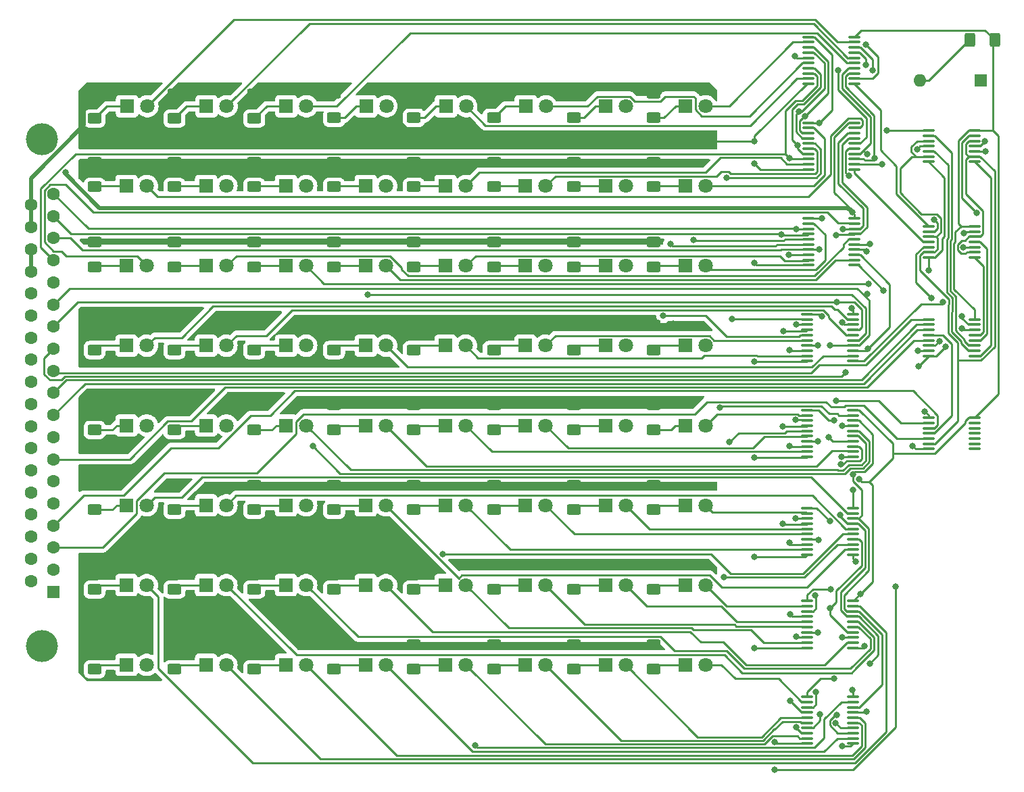
<source format=gtl>
G04 #@! TF.GenerationSoftware,KiCad,Pcbnew,7.0.5*
G04 #@! TF.CreationDate,2023-09-10T10:54:51+02:00*
G04 #@! TF.ProjectId,LED-Matrix,4c45442d-4d61-4747-9269-782e6b696361,rev?*
G04 #@! TF.SameCoordinates,Original*
G04 #@! TF.FileFunction,Copper,L1,Top*
G04 #@! TF.FilePolarity,Positive*
%FSLAX46Y46*%
G04 Gerber Fmt 4.6, Leading zero omitted, Abs format (unit mm)*
G04 Created by KiCad (PCBNEW 7.0.5) date 2023-09-10 10:54:51*
%MOMM*%
%LPD*%
G01*
G04 APERTURE LIST*
G04 Aperture macros list*
%AMRoundRect*
0 Rectangle with rounded corners*
0 $1 Rounding radius*
0 $2 $3 $4 $5 $6 $7 $8 $9 X,Y pos of 4 corners*
0 Add a 4 corners polygon primitive as box body*
4,1,4,$2,$3,$4,$5,$6,$7,$8,$9,$2,$3,0*
0 Add four circle primitives for the rounded corners*
1,1,$1+$1,$2,$3*
1,1,$1+$1,$4,$5*
1,1,$1+$1,$6,$7*
1,1,$1+$1,$8,$9*
0 Add four rect primitives between the rounded corners*
20,1,$1+$1,$2,$3,$4,$5,0*
20,1,$1+$1,$4,$5,$6,$7,0*
20,1,$1+$1,$6,$7,$8,$9,0*
20,1,$1+$1,$8,$9,$2,$3,0*%
G04 Aperture macros list end*
G04 #@! TA.AperFunction,SMDPad,CuDef*
%ADD10RoundRect,0.250000X-0.625000X0.400000X-0.625000X-0.400000X0.625000X-0.400000X0.625000X0.400000X0*%
G04 #@! TD*
G04 #@! TA.AperFunction,ComponentPad*
%ADD11R,1.800000X1.800000*%
G04 #@! TD*
G04 #@! TA.AperFunction,ComponentPad*
%ADD12C,1.800000*%
G04 #@! TD*
G04 #@! TA.AperFunction,SMDPad,CuDef*
%ADD13RoundRect,0.100000X-0.637500X-0.100000X0.637500X-0.100000X0.637500X0.100000X-0.637500X0.100000X0*%
G04 #@! TD*
G04 #@! TA.AperFunction,SMDPad,CuDef*
%ADD14RoundRect,0.250000X-0.400000X-0.625000X0.400000X-0.625000X0.400000X0.625000X-0.400000X0.625000X0*%
G04 #@! TD*
G04 #@! TA.AperFunction,ComponentPad*
%ADD15R,1.600000X1.600000*%
G04 #@! TD*
G04 #@! TA.AperFunction,ComponentPad*
%ADD16O,1.600000X1.600000*%
G04 #@! TD*
G04 #@! TA.AperFunction,ComponentPad*
%ADD17C,4.000000*%
G04 #@! TD*
G04 #@! TA.AperFunction,ComponentPad*
%ADD18C,1.600000*%
G04 #@! TD*
G04 #@! TA.AperFunction,ViaPad*
%ADD19C,0.800000*%
G04 #@! TD*
G04 #@! TA.AperFunction,Conductor*
%ADD20C,0.250000*%
G04 #@! TD*
G04 #@! TA.AperFunction,Conductor*
%ADD21C,0.500000*%
G04 #@! TD*
G04 APERTURE END LIST*
D10*
X178000000Y-121450000D03*
X178000000Y-124550000D03*
D11*
X142000000Y-54000000D03*
D12*
X144540000Y-54000000D03*
D11*
X182000000Y-54000000D03*
D12*
X184540000Y-54000000D03*
D10*
X188000000Y-81450000D03*
X188000000Y-84550000D03*
D11*
X171965000Y-84000000D03*
D12*
X174505000Y-84000000D03*
D11*
X192000000Y-54000000D03*
D12*
X194540000Y-54000000D03*
D11*
X171965000Y-114000000D03*
D12*
X174505000Y-114000000D03*
D10*
X178000000Y-61000000D03*
X178000000Y-64100000D03*
D11*
X181965000Y-84000000D03*
D12*
X184505000Y-84000000D03*
D11*
X151965000Y-74000000D03*
D12*
X154505000Y-74000000D03*
D10*
X128000000Y-121450000D03*
X128000000Y-124550000D03*
D11*
X172000000Y-54000000D03*
D12*
X174540000Y-54000000D03*
D13*
X207275000Y-128000000D03*
X207275000Y-128650000D03*
X207275000Y-129300000D03*
X207275000Y-129950000D03*
X207275000Y-130600000D03*
X207275000Y-131250000D03*
X207275000Y-131900000D03*
X207275000Y-132550000D03*
X207275000Y-133200000D03*
X207275000Y-133850000D03*
X213000000Y-133850000D03*
X213000000Y-133200000D03*
X213000000Y-132550000D03*
X213000000Y-131900000D03*
X213000000Y-131250000D03*
X213000000Y-130600000D03*
X213000000Y-129950000D03*
X213000000Y-129300000D03*
X213000000Y-128650000D03*
X213000000Y-128000000D03*
D10*
X158000000Y-52350000D03*
X158000000Y-55450000D03*
X138000000Y-71000000D03*
X138000000Y-74100000D03*
D13*
X207275000Y-116000000D03*
X207275000Y-116650000D03*
X207275000Y-117300000D03*
X207275000Y-117950000D03*
X207275000Y-118600000D03*
X207275000Y-119250000D03*
X207275000Y-119900000D03*
X207275000Y-120550000D03*
X207275000Y-121200000D03*
X207275000Y-121850000D03*
X213000000Y-121850000D03*
X213000000Y-121200000D03*
X213000000Y-120550000D03*
X213000000Y-119900000D03*
X213000000Y-119250000D03*
X213000000Y-118600000D03*
X213000000Y-117950000D03*
X213000000Y-117300000D03*
X213000000Y-116650000D03*
X213000000Y-116000000D03*
D10*
X118000000Y-101450000D03*
X118000000Y-104550000D03*
X158000000Y-121450000D03*
X158000000Y-124550000D03*
D11*
X122000000Y-84000000D03*
D12*
X124540000Y-84000000D03*
D11*
X151965000Y-84000000D03*
D12*
X154505000Y-84000000D03*
D11*
X181965000Y-114000000D03*
D12*
X184505000Y-114000000D03*
D11*
X131965000Y-94000000D03*
D12*
X134505000Y-94000000D03*
D11*
X141965000Y-114000000D03*
D12*
X144505000Y-114000000D03*
D11*
X122000000Y-94000000D03*
D12*
X124540000Y-94000000D03*
D10*
X178000000Y-81450000D03*
X178000000Y-84550000D03*
D11*
X161965000Y-64000000D03*
D12*
X164505000Y-64000000D03*
D11*
X131965000Y-74000000D03*
D12*
X134505000Y-74000000D03*
D10*
X128000000Y-101450000D03*
X128000000Y-104550000D03*
D13*
X222475000Y-80725000D03*
X222475000Y-81375000D03*
X222475000Y-82025000D03*
X222475000Y-82675000D03*
X222475000Y-83325000D03*
X222475000Y-83975000D03*
X222475000Y-84625000D03*
X222475000Y-85275000D03*
X228200000Y-85275000D03*
X228200000Y-84625000D03*
X228200000Y-83975000D03*
X228200000Y-83325000D03*
X228200000Y-82675000D03*
X228200000Y-82025000D03*
X228200000Y-81375000D03*
X228200000Y-80725000D03*
D10*
X168000000Y-121450000D03*
X168000000Y-124550000D03*
D11*
X191965000Y-74000000D03*
D12*
X194505000Y-74000000D03*
D11*
X161965000Y-104000000D03*
D12*
X164505000Y-104000000D03*
D14*
X227650000Y-45720000D03*
X230750000Y-45720000D03*
D10*
X158000000Y-111450000D03*
X158000000Y-114550000D03*
D11*
X131965000Y-84000000D03*
D12*
X134505000Y-84000000D03*
D10*
X128000000Y-71000000D03*
X128000000Y-74100000D03*
X158000000Y-91450000D03*
X158000000Y-94550000D03*
X138000000Y-61000000D03*
X138000000Y-64100000D03*
D11*
X122000000Y-114000000D03*
D12*
X124540000Y-114000000D03*
D10*
X148000000Y-101450000D03*
X148000000Y-104550000D03*
D11*
X171965000Y-104000000D03*
D12*
X174505000Y-104000000D03*
D10*
X118000000Y-71000000D03*
X118000000Y-74100000D03*
X148000000Y-111450000D03*
X148000000Y-114550000D03*
D13*
X207412500Y-68075000D03*
X207412500Y-68725000D03*
X207412500Y-69375000D03*
X207412500Y-70025000D03*
X207412500Y-70675000D03*
X207412500Y-71325000D03*
X207412500Y-71975000D03*
X207412500Y-72625000D03*
X207412500Y-73275000D03*
X207412500Y-73925000D03*
X213137500Y-73925000D03*
X213137500Y-73275000D03*
X213137500Y-72625000D03*
X213137500Y-71975000D03*
X213137500Y-71325000D03*
X213137500Y-70675000D03*
X213137500Y-70025000D03*
X213137500Y-69375000D03*
X213137500Y-68725000D03*
X213137500Y-68075000D03*
D11*
X191965000Y-124000000D03*
D12*
X194505000Y-124000000D03*
D10*
X168000000Y-81450000D03*
X168000000Y-84550000D03*
X158000000Y-81450000D03*
X158000000Y-84550000D03*
D11*
X161965000Y-84000000D03*
D12*
X164505000Y-84000000D03*
D11*
X131965000Y-104000000D03*
D12*
X134505000Y-104000000D03*
D10*
X158000000Y-101450000D03*
X158000000Y-104550000D03*
X178000000Y-52350000D03*
X178000000Y-55450000D03*
D11*
X181965000Y-64000000D03*
D12*
X184505000Y-64000000D03*
D10*
X168000000Y-52350000D03*
X168000000Y-55450000D03*
D13*
X207275000Y-80075000D03*
X207275000Y-80725000D03*
X207275000Y-81375000D03*
X207275000Y-82025000D03*
X207275000Y-82675000D03*
X207275000Y-83325000D03*
X207275000Y-83975000D03*
X207275000Y-84625000D03*
X207275000Y-85275000D03*
X207275000Y-85925000D03*
X213000000Y-85925000D03*
X213000000Y-85275000D03*
X213000000Y-84625000D03*
X213000000Y-83975000D03*
X213000000Y-83325000D03*
X213000000Y-82675000D03*
X213000000Y-82025000D03*
X213000000Y-81375000D03*
X213000000Y-80725000D03*
X213000000Y-80075000D03*
D10*
X168000000Y-91450000D03*
X168000000Y-94550000D03*
D11*
X191965000Y-114000000D03*
D12*
X194505000Y-114000000D03*
D10*
X128000000Y-52450000D03*
X128000000Y-55550000D03*
X158000000Y-61000000D03*
X158000000Y-64100000D03*
X188000000Y-121450000D03*
X188000000Y-124550000D03*
X168000000Y-111450000D03*
X168000000Y-114550000D03*
D11*
X181965000Y-104000000D03*
D12*
X184505000Y-104000000D03*
D11*
X181965000Y-74000000D03*
D12*
X184505000Y-74000000D03*
D11*
X191965000Y-64000000D03*
D12*
X194505000Y-64000000D03*
D10*
X178000000Y-91450000D03*
X178000000Y-94550000D03*
D11*
X171965000Y-94000000D03*
D12*
X174505000Y-94000000D03*
D11*
X151965000Y-124000000D03*
D12*
X154505000Y-124000000D03*
D10*
X148000000Y-81450000D03*
X148000000Y-84550000D03*
D13*
X222475000Y-69050000D03*
X222475000Y-69700000D03*
X222475000Y-70350000D03*
X222475000Y-71000000D03*
X222475000Y-71650000D03*
X222475000Y-72300000D03*
X222475000Y-72950000D03*
X228200000Y-72950000D03*
X228200000Y-72300000D03*
X228200000Y-71650000D03*
X228200000Y-71000000D03*
X228200000Y-70350000D03*
X228200000Y-69700000D03*
X228200000Y-69050000D03*
D11*
X181965000Y-94000000D03*
D12*
X184505000Y-94000000D03*
D11*
X161965000Y-124000000D03*
D12*
X164505000Y-124000000D03*
D11*
X161965000Y-114000000D03*
D12*
X164505000Y-114000000D03*
D10*
X188000000Y-101450000D03*
X188000000Y-104550000D03*
X128000000Y-91450000D03*
X128000000Y-94550000D03*
X138000000Y-101450000D03*
X138000000Y-104550000D03*
D11*
X151965000Y-104000000D03*
D12*
X154505000Y-104000000D03*
D10*
X188000000Y-91450000D03*
X188000000Y-94550000D03*
D11*
X171965000Y-74000000D03*
D12*
X174505000Y-74000000D03*
D10*
X168000000Y-71000000D03*
X168000000Y-74100000D03*
X118000000Y-61000000D03*
X118000000Y-64100000D03*
D11*
X191965000Y-84000000D03*
D12*
X194505000Y-84000000D03*
D11*
X122000000Y-104000000D03*
D12*
X124540000Y-104000000D03*
D10*
X148000000Y-52350000D03*
X148000000Y-55450000D03*
D11*
X141965000Y-84000000D03*
D12*
X144505000Y-84000000D03*
D10*
X128000000Y-61000000D03*
X128000000Y-64100000D03*
X188000000Y-61000000D03*
X188000000Y-64100000D03*
X138000000Y-111450000D03*
X138000000Y-114550000D03*
D11*
X132000000Y-54000000D03*
D12*
X134540000Y-54000000D03*
D15*
X228967500Y-50800000D03*
D16*
X221347500Y-50800000D03*
D10*
X128000000Y-81450000D03*
X128000000Y-84550000D03*
X178000000Y-101450000D03*
X178000000Y-104550000D03*
D13*
X207412500Y-45335000D03*
X207412500Y-45985000D03*
X207412500Y-46635000D03*
X207412500Y-47285000D03*
X207412500Y-47935000D03*
X207412500Y-48585000D03*
X207412500Y-49235000D03*
X207412500Y-49885000D03*
X207412500Y-50535000D03*
X207412500Y-51185000D03*
X213137500Y-51185000D03*
X213137500Y-50535000D03*
X213137500Y-49885000D03*
X213137500Y-49235000D03*
X213137500Y-48585000D03*
X213137500Y-47935000D03*
X213137500Y-47285000D03*
X213137500Y-46635000D03*
X213137500Y-45985000D03*
X213137500Y-45335000D03*
D10*
X188000000Y-52350000D03*
X188000000Y-55450000D03*
D11*
X122060000Y-54000000D03*
D12*
X124600000Y-54000000D03*
D11*
X152000000Y-54000000D03*
D12*
X154540000Y-54000000D03*
D11*
X191965000Y-104000000D03*
D12*
X194505000Y-104000000D03*
D13*
X207412500Y-56075000D03*
X207412500Y-56725000D03*
X207412500Y-57375000D03*
X207412500Y-58025000D03*
X207412500Y-58675000D03*
X207412500Y-59325000D03*
X207412500Y-59975000D03*
X207412500Y-60625000D03*
X207412500Y-61275000D03*
X207412500Y-61925000D03*
X213137500Y-61925000D03*
X213137500Y-61275000D03*
X213137500Y-60625000D03*
X213137500Y-59975000D03*
X213137500Y-59325000D03*
X213137500Y-58675000D03*
X213137500Y-58025000D03*
X213137500Y-57375000D03*
X213137500Y-56725000D03*
X213137500Y-56075000D03*
D10*
X138000000Y-91450000D03*
X138000000Y-94550000D03*
X168000000Y-61000000D03*
X168000000Y-64100000D03*
D11*
X162000000Y-54000000D03*
D12*
X164540000Y-54000000D03*
D11*
X131965000Y-114000000D03*
D12*
X134505000Y-114000000D03*
D10*
X148000000Y-91450000D03*
X148000000Y-94550000D03*
X168000000Y-101450000D03*
X168000000Y-104550000D03*
D11*
X141965000Y-74000000D03*
D12*
X144505000Y-74000000D03*
D11*
X131965000Y-124000000D03*
D12*
X134505000Y-124000000D03*
D10*
X118000000Y-81450000D03*
X118000000Y-84550000D03*
D17*
X111420000Y-58175000D03*
X111420000Y-121675000D03*
D15*
X112840000Y-114855000D03*
D18*
X112840000Y-112085000D03*
X112840000Y-109315000D03*
X112840000Y-106545000D03*
X112840000Y-103775000D03*
X112840000Y-101005000D03*
X112840000Y-98235000D03*
X112840000Y-95465000D03*
X112840000Y-92695000D03*
X112840000Y-89925000D03*
X112840000Y-87155000D03*
X112840000Y-84385000D03*
X112840000Y-81615000D03*
X112840000Y-78845000D03*
X112840000Y-76075000D03*
X112840000Y-73305000D03*
X112840000Y-70535000D03*
X112840000Y-67765000D03*
X112840000Y-64995000D03*
X110000000Y-113470000D03*
X110000000Y-110700000D03*
X110000000Y-107930000D03*
X110000000Y-105160000D03*
X110000000Y-102390000D03*
X110000000Y-99620000D03*
X110000000Y-96850000D03*
X110000000Y-94080000D03*
X110000000Y-91310000D03*
X110000000Y-88540000D03*
X110000000Y-85770000D03*
X110000000Y-83000000D03*
X110000000Y-80230000D03*
X110000000Y-77460000D03*
X110000000Y-74690000D03*
X110000000Y-71920000D03*
X110000000Y-69150000D03*
X110000000Y-66380000D03*
D10*
X178000000Y-71000000D03*
X178000000Y-74100000D03*
X138000000Y-52450000D03*
X138000000Y-55550000D03*
D11*
X161965000Y-94000000D03*
D12*
X164505000Y-94000000D03*
D11*
X141965000Y-64000000D03*
D12*
X144505000Y-64000000D03*
D10*
X138000000Y-81450000D03*
X138000000Y-84550000D03*
X148000000Y-121450000D03*
X148000000Y-124550000D03*
D11*
X131965000Y-64000000D03*
D12*
X134505000Y-64000000D03*
D11*
X122000000Y-64000000D03*
D12*
X124540000Y-64000000D03*
D10*
X178000000Y-111450000D03*
X178000000Y-114550000D03*
D13*
X222475000Y-93050000D03*
X222475000Y-93700000D03*
X222475000Y-94350000D03*
X222475000Y-95000000D03*
X222475000Y-95650000D03*
X222475000Y-96300000D03*
X222475000Y-96950000D03*
X228200000Y-96950000D03*
X228200000Y-96300000D03*
X228200000Y-95650000D03*
X228200000Y-95000000D03*
X228200000Y-94350000D03*
X228200000Y-93700000D03*
X228200000Y-93050000D03*
X222475000Y-57050000D03*
X222475000Y-57700000D03*
X222475000Y-58350000D03*
X222475000Y-59000000D03*
X222475000Y-59650000D03*
X222475000Y-60300000D03*
X222475000Y-60950000D03*
X228200000Y-60950000D03*
X228200000Y-60300000D03*
X228200000Y-59650000D03*
X228200000Y-59000000D03*
X228200000Y-58350000D03*
X228200000Y-57700000D03*
X228200000Y-57050000D03*
D11*
X151965000Y-114000000D03*
D12*
X154505000Y-114000000D03*
D11*
X151965000Y-94000000D03*
D12*
X154505000Y-94000000D03*
D10*
X118000000Y-121450000D03*
X118000000Y-124550000D03*
X148000000Y-71000000D03*
X148000000Y-74100000D03*
X118000000Y-52450000D03*
X118000000Y-55550000D03*
D11*
X191965000Y-94000000D03*
D12*
X194505000Y-94000000D03*
D10*
X128000000Y-111450000D03*
X128000000Y-114550000D03*
D13*
X207275000Y-92075000D03*
X207275000Y-92725000D03*
X207275000Y-93375000D03*
X207275000Y-94025000D03*
X207275000Y-94675000D03*
X207275000Y-95325000D03*
X207275000Y-95975000D03*
X207275000Y-96625000D03*
X207275000Y-97275000D03*
X207275000Y-97925000D03*
X213000000Y-97925000D03*
X213000000Y-97275000D03*
X213000000Y-96625000D03*
X213000000Y-95975000D03*
X213000000Y-95325000D03*
X213000000Y-94675000D03*
X213000000Y-94025000D03*
X213000000Y-93375000D03*
X213000000Y-92725000D03*
X213000000Y-92075000D03*
D10*
X138000000Y-121450000D03*
X138000000Y-124550000D03*
X148000000Y-61000000D03*
X148000000Y-64100000D03*
X188000000Y-111450000D03*
X188000000Y-114550000D03*
D11*
X151965000Y-64000000D03*
D12*
X154505000Y-64000000D03*
D11*
X141965000Y-104000000D03*
D12*
X144505000Y-104000000D03*
D11*
X141965000Y-124000000D03*
D12*
X144505000Y-124000000D03*
D10*
X158000000Y-71000000D03*
X158000000Y-74100000D03*
X118000000Y-91450000D03*
X118000000Y-94550000D03*
D11*
X181965000Y-124000000D03*
D12*
X184505000Y-124000000D03*
D10*
X188000000Y-71000000D03*
X188000000Y-74100000D03*
X118000000Y-111450000D03*
X118000000Y-114550000D03*
D11*
X122000000Y-124000000D03*
D12*
X124540000Y-124000000D03*
D11*
X171965000Y-64000000D03*
D12*
X174505000Y-64000000D03*
D11*
X171965000Y-124000000D03*
D12*
X174505000Y-124000000D03*
D11*
X122000000Y-74000000D03*
D12*
X124540000Y-74000000D03*
D11*
X141965000Y-94000000D03*
D12*
X144505000Y-94000000D03*
D13*
X207275000Y-104350000D03*
X207275000Y-105000000D03*
X207275000Y-105650000D03*
X207275000Y-106300000D03*
X207275000Y-106950000D03*
X207275000Y-107600000D03*
X207275000Y-108250000D03*
X207275000Y-108900000D03*
X207275000Y-109550000D03*
X207275000Y-110200000D03*
X213000000Y-110200000D03*
X213000000Y-109550000D03*
X213000000Y-108900000D03*
X213000000Y-108250000D03*
X213000000Y-107600000D03*
X213000000Y-106950000D03*
X213000000Y-106300000D03*
X213000000Y-105650000D03*
X213000000Y-105000000D03*
X213000000Y-104350000D03*
D11*
X161965000Y-74000000D03*
D12*
X164505000Y-74000000D03*
D19*
X214561400Y-46247500D03*
X205740000Y-47746500D03*
X211113300Y-49462500D03*
X212490900Y-62748000D03*
X216612200Y-61275000D03*
X197166200Y-62970700D03*
X215150600Y-71240900D03*
X214904100Y-76229400D03*
X190117800Y-71273600D03*
X193040000Y-70792900D03*
X152174900Y-77576700D03*
X189230000Y-80268400D03*
X197880000Y-80625000D03*
X196326900Y-91766800D03*
X145331000Y-96602300D03*
X197531400Y-96100500D03*
X161632500Y-110087900D03*
X165676900Y-134113700D03*
X222000600Y-92236400D03*
X212090500Y-87304000D03*
X212956800Y-100097400D03*
X211657500Y-81121500D03*
X215410200Y-49510400D03*
X211760600Y-69375000D03*
X210975100Y-78540300D03*
X214666300Y-129868500D03*
X214644600Y-48827900D03*
X215095000Y-123794600D03*
X210891600Y-70152800D03*
X211615700Y-94025000D03*
X211377800Y-105181500D03*
X209940800Y-95488600D03*
X214747600Y-77533100D03*
X214743200Y-60024600D03*
X210152500Y-83975000D03*
X210120400Y-116873300D03*
X214650300Y-72221900D03*
X210810700Y-131263500D03*
X196850000Y-113030000D03*
X211638500Y-120550000D03*
X210960300Y-130261500D03*
X211462500Y-98896400D03*
X215686100Y-60542500D03*
X214878600Y-84347900D03*
X205056900Y-84529800D03*
X205000900Y-108688100D03*
X205840000Y-120462100D03*
X204937500Y-72646900D03*
X205904700Y-131806700D03*
X205000900Y-96546000D03*
X205019700Y-60542800D03*
X208756200Y-71965500D03*
X208637600Y-108371300D03*
X206032300Y-58860500D03*
X208884400Y-130228400D03*
X208627500Y-119900000D03*
X208632100Y-83975000D03*
X208632100Y-95975000D03*
X205088100Y-128495900D03*
X204164100Y-106293600D03*
X206203300Y-54634100D03*
X204157000Y-94147700D03*
X204050800Y-70079900D03*
X205088100Y-117682800D03*
X204295800Y-82142500D03*
X205846400Y-81352000D03*
X208366500Y-127354900D03*
X205846400Y-69367000D03*
X205756200Y-105656500D03*
X206998600Y-55256400D03*
X205783900Y-93285700D03*
X208270900Y-115264600D03*
X212874400Y-67254200D03*
X212854500Y-79271700D03*
X213746100Y-100725300D03*
X212909400Y-127148000D03*
X213000000Y-102094400D03*
X213888200Y-115111800D03*
X114343549Y-62273549D03*
X128270000Y-101600000D03*
X200660000Y-58420000D03*
X220466100Y-96574300D03*
X221185000Y-86565000D03*
X128270000Y-121920000D03*
X118000000Y-52450000D03*
X190500000Y-101600000D03*
X188000000Y-111450000D03*
X118000000Y-71000000D03*
X203200000Y-137160000D03*
X118000000Y-81450000D03*
X222454600Y-74525200D03*
X203200000Y-133652800D03*
X200660000Y-85980500D03*
X118000000Y-61000000D03*
X148000000Y-121450000D03*
X118000000Y-111450000D03*
X190500000Y-91440000D03*
X148000000Y-91450000D03*
X218343500Y-114203500D03*
X200660000Y-73660000D03*
X128057299Y-91507299D03*
X118000000Y-101450000D03*
X200660000Y-97999500D03*
X138430000Y-81280000D03*
X138430000Y-101600000D03*
X132080000Y-101600000D03*
X138430000Y-91440000D03*
X190500000Y-81280000D03*
X118110000Y-91440000D03*
X200660000Y-121920000D03*
X200660000Y-110490000D03*
X188000000Y-121450000D03*
X138430000Y-121920000D03*
X118000000Y-121450000D03*
X224615500Y-84097200D03*
X200660000Y-61176600D03*
X223825500Y-83410800D03*
X210600000Y-125730000D03*
X208752600Y-56075000D03*
X209079900Y-80353700D03*
X210093500Y-106000700D03*
X210618500Y-93324100D03*
X210176700Y-114491500D03*
X209075300Y-68075000D03*
X210880600Y-90916800D03*
X226847200Y-69871400D03*
X224266600Y-78502400D03*
X211546900Y-97894400D03*
X217224100Y-57050000D03*
X221001900Y-59395700D03*
X213340300Y-111021200D03*
X214456500Y-121662900D03*
X229573400Y-59650000D03*
X221129800Y-84625000D03*
X229542300Y-58371500D03*
X228508000Y-67370500D03*
X211628400Y-134194400D03*
X226585200Y-80293400D03*
X223169500Y-68243900D03*
X222812700Y-78018600D03*
X226597500Y-81814000D03*
X216842900Y-77097900D03*
X226833000Y-71650000D03*
D20*
X119550000Y-54000000D02*
X118000000Y-55550000D01*
X122060000Y-54000000D02*
X119550000Y-54000000D01*
X211076000Y-45985000D02*
X208271000Y-43180000D01*
X135420000Y-43180000D02*
X124600000Y-54000000D01*
X213137500Y-45985000D02*
X211076000Y-45985000D01*
X208271000Y-43180000D02*
X135420000Y-43180000D01*
X129550000Y-54000000D02*
X128000000Y-55550000D01*
X132000000Y-54000000D02*
X129550000Y-54000000D01*
X144910000Y-43630000D02*
X134540000Y-54000000D01*
X212351200Y-47935000D02*
X208046200Y-43630000D01*
X213137500Y-47935000D02*
X212351200Y-47935000D01*
X208046200Y-43630000D02*
X144910000Y-43630000D01*
X138000000Y-55550000D02*
X139550000Y-54000000D01*
X139550000Y-54000000D02*
X142000000Y-54000000D01*
X157501900Y-44807700D02*
X148309600Y-54000000D01*
X148309600Y-54000000D02*
X144540000Y-54000000D01*
X212271700Y-48585000D02*
X208494400Y-44807700D01*
X208494400Y-44807700D02*
X157501900Y-44807700D01*
X213137500Y-48585000D02*
X212271700Y-48585000D01*
X150773100Y-54000000D02*
X149323100Y-55450000D01*
X149323100Y-55450000D02*
X148000000Y-55450000D01*
X152000000Y-54000000D02*
X150773100Y-54000000D01*
X213137500Y-50535000D02*
X215453000Y-50535000D01*
X216157700Y-47843800D02*
X214561400Y-46247500D01*
X216157700Y-49830300D02*
X216157700Y-47843800D01*
X215453000Y-50535000D02*
X216157700Y-49830300D01*
X159323100Y-55450000D02*
X158000000Y-55450000D01*
X162000000Y-54000000D02*
X160773100Y-54000000D01*
X160773100Y-54000000D02*
X159323100Y-55450000D01*
X200112100Y-56427900D02*
X166967900Y-56427900D01*
X207412500Y-50535000D02*
X206005000Y-50535000D01*
X206005000Y-50535000D02*
X200112100Y-56427900D01*
X166967900Y-56427900D02*
X164540000Y-54000000D01*
X172000000Y-54000000D02*
X169450000Y-54000000D01*
X169450000Y-54000000D02*
X168000000Y-55450000D01*
X193226900Y-52964600D02*
X193035400Y-52773100D01*
X193226900Y-54432400D02*
X193226900Y-52964600D01*
X180964600Y-52773100D02*
X179737700Y-54000000D01*
X185657300Y-53382200D02*
X185048200Y-52773100D01*
X200036400Y-55233600D02*
X194028100Y-55233600D01*
X189498500Y-52773100D02*
X188889400Y-53382200D01*
X206685000Y-48585000D02*
X200036400Y-55233600D01*
X188889400Y-53382200D02*
X185657300Y-53382200D01*
X193035400Y-52773100D02*
X189498500Y-52773100D01*
X207412500Y-48585000D02*
X206685000Y-48585000D01*
X185048200Y-52773100D02*
X180964600Y-52773100D01*
X179737700Y-54000000D02*
X174540000Y-54000000D01*
X194028100Y-55233600D02*
X193226900Y-54432400D01*
X179323100Y-55450000D02*
X180773100Y-54000000D01*
X182000000Y-54000000D02*
X180773100Y-54000000D01*
X178000000Y-55450000D02*
X179323100Y-55450000D01*
X205740000Y-47746500D02*
X205928500Y-47935000D01*
X205928500Y-47935000D02*
X207412500Y-47935000D01*
X189323100Y-55450000D02*
X190773100Y-54000000D01*
X192000000Y-54000000D02*
X190773100Y-54000000D01*
X188000000Y-55450000D02*
X189323100Y-55450000D01*
X205474999Y-45985000D02*
X207412500Y-45985000D01*
X197460000Y-54000000D02*
X205474999Y-45985000D01*
X194540000Y-54000000D02*
X197460000Y-54000000D01*
X122000000Y-64000000D02*
X118100000Y-64000000D01*
X118100000Y-64000000D02*
X118000000Y-64100000D01*
X213875700Y-56725000D02*
X214211800Y-56388900D01*
X213137500Y-56725000D02*
X213875700Y-56725000D01*
X214211800Y-55758200D02*
X213951400Y-55497800D01*
X125844900Y-65304900D02*
X124540000Y-64000000D01*
X210190500Y-57673100D02*
X210190500Y-62534100D01*
X210190500Y-62534100D02*
X207419700Y-65304900D01*
X213951400Y-55497800D02*
X212365800Y-55497800D01*
X212365800Y-55497800D02*
X210190500Y-57673100D01*
X214211800Y-56388900D02*
X214211800Y-55758200D01*
X207419700Y-65304900D02*
X125844900Y-65304900D01*
X128100000Y-64000000D02*
X128000000Y-64100000D01*
X131965000Y-64000000D02*
X128100000Y-64000000D01*
X214689500Y-55519100D02*
X211113300Y-51942900D01*
X213137500Y-58675000D02*
X213868900Y-58675000D01*
X214689500Y-57854400D02*
X214689500Y-55519100D01*
X211113300Y-51942900D02*
X211113300Y-49462500D01*
X213868900Y-58675000D02*
X214689500Y-57854400D01*
X138100000Y-64000000D02*
X138000000Y-64100000D01*
X141965000Y-64000000D02*
X138100000Y-64000000D01*
X212072700Y-59682200D02*
X212072700Y-62329800D01*
X213137500Y-59325000D02*
X212429900Y-59325000D01*
X212429900Y-59325000D02*
X212072700Y-59682200D01*
X212072700Y-62329800D02*
X212490900Y-62748000D01*
X148100000Y-64000000D02*
X148000000Y-64100000D01*
X151965000Y-64000000D02*
X148100000Y-64000000D01*
X213137500Y-61275000D02*
X216612200Y-61275000D01*
X158100000Y-64000000D02*
X158000000Y-64100000D01*
X161965000Y-64000000D02*
X158100000Y-64000000D01*
X196358100Y-60452100D02*
X194502900Y-62307300D01*
X166197700Y-62307300D02*
X164505000Y-64000000D01*
X203903695Y-60452100D02*
X196358100Y-60452100D01*
X204726595Y-61275000D02*
X203903695Y-60452100D01*
X207412500Y-61275000D02*
X204726595Y-61275000D01*
X194502900Y-62307300D02*
X166197700Y-62307300D01*
X168100000Y-64000000D02*
X168000000Y-64100000D01*
X171965000Y-64000000D02*
X168100000Y-64000000D01*
X195925500Y-62773100D02*
X196503700Y-62194900D01*
X197426100Y-62194900D02*
X197689100Y-62457900D01*
X175731900Y-62773100D02*
X195925500Y-62773100D01*
X174505000Y-64000000D02*
X175731900Y-62773100D01*
X196503700Y-62194900D02*
X197426100Y-62194900D01*
X208507500Y-59651000D02*
X208181500Y-59325000D01*
X197689100Y-62457900D02*
X208268400Y-62457900D01*
X208181500Y-59325000D02*
X207412500Y-59325000D01*
X208507500Y-62218800D02*
X208507500Y-59651000D01*
X208268400Y-62457900D02*
X208507500Y-62218800D01*
X178100000Y-64000000D02*
X178000000Y-64100000D01*
X181965000Y-64000000D02*
X178100000Y-64000000D01*
X208960900Y-59372800D02*
X208960900Y-62406700D01*
X207412500Y-58675000D02*
X208263100Y-58675000D01*
X208396900Y-62970700D02*
X197166200Y-62970700D01*
X208263100Y-58675000D02*
X208960900Y-59372800D01*
X208960900Y-62406700D02*
X208396900Y-62970700D01*
X188100000Y-64000000D02*
X188000000Y-64100000D01*
X191965000Y-64000000D02*
X188100000Y-64000000D01*
X209414400Y-62635700D02*
X208050100Y-64000000D01*
X208050100Y-64000000D02*
X194505000Y-64000000D01*
X208108000Y-56725000D02*
X209414400Y-58031400D01*
X207412500Y-56725000D02*
X208108000Y-56725000D01*
X209414400Y-58031400D02*
X209414400Y-62635700D01*
X118100000Y-74000000D02*
X118000000Y-74100000D01*
X122000000Y-74000000D02*
X118100000Y-74000000D01*
X124540000Y-74000000D02*
X123313100Y-72773100D01*
X123313100Y-72773100D02*
X114441200Y-72773100D01*
X114326900Y-63792700D02*
X117838700Y-67304500D01*
X111697300Y-71034300D02*
X111697300Y-64534300D01*
X111697300Y-64534300D02*
X112438900Y-63792700D01*
X112438900Y-63792700D02*
X114326900Y-63792700D01*
X213060600Y-68648100D02*
X213137500Y-68725000D01*
X209794600Y-67304500D02*
X211138200Y-68648100D01*
X211138200Y-68648100D02*
X213060600Y-68648100D01*
X113846200Y-72178100D02*
X112841100Y-72178100D01*
X112841100Y-72178100D02*
X111697300Y-71034300D01*
X117838700Y-67304500D02*
X209794600Y-67304500D01*
X114441200Y-72773100D02*
X113846200Y-72178100D01*
X131965000Y-74000000D02*
X128100000Y-74000000D01*
X128100000Y-74000000D02*
X128000000Y-74100000D01*
X156452100Y-74211300D02*
X156452100Y-74464800D01*
X211769600Y-71668600D02*
X211769600Y-71342600D01*
X134505000Y-74000000D02*
X135744400Y-72760600D01*
X212437200Y-70675000D02*
X213137500Y-70675000D01*
X155001400Y-72760600D02*
X156452100Y-74211300D01*
X211769600Y-71342600D02*
X212437200Y-70675000D01*
X135744400Y-72760600D02*
X155001400Y-72760600D01*
X208179100Y-75259100D02*
X211769600Y-71668600D01*
X156452100Y-74464800D02*
X157246400Y-75259100D01*
X157246400Y-75259100D02*
X208179100Y-75259100D01*
X138100000Y-74000000D02*
X138000000Y-74100000D01*
X141965000Y-74000000D02*
X138100000Y-74000000D01*
X213137500Y-71325000D02*
X215066500Y-71325000D01*
X146734400Y-76229400D02*
X214904100Y-76229400D01*
X215066500Y-71325000D02*
X215150600Y-71240900D01*
X144505000Y-74000000D02*
X146734400Y-76229400D01*
X148100000Y-74000000D02*
X148000000Y-74100000D01*
X151965000Y-74000000D02*
X148100000Y-74000000D01*
X210822500Y-73275000D02*
X208354500Y-75743000D01*
X213137500Y-73275000D02*
X210822500Y-73275000D01*
X208354500Y-75743000D02*
X156248000Y-75743000D01*
X156248000Y-75743000D02*
X154505000Y-74000000D01*
X161965000Y-74000000D02*
X158100000Y-74000000D01*
X158100000Y-74000000D02*
X158000000Y-74100000D01*
X165761300Y-72743700D02*
X203819500Y-72743700D01*
X164505000Y-74000000D02*
X165761300Y-72743700D01*
X207293300Y-73394200D02*
X207412500Y-73275000D01*
X204470000Y-73394200D02*
X207293300Y-73394200D01*
X203819500Y-72743700D02*
X204470000Y-73394200D01*
X168100000Y-74000000D02*
X168000000Y-74100000D01*
X171965000Y-74000000D02*
X168100000Y-74000000D01*
X203492200Y-71325000D02*
X203293000Y-71524200D01*
X190368400Y-71524200D02*
X190117800Y-71273600D01*
X207412500Y-71325000D02*
X203492200Y-71325000D01*
X203293000Y-71524200D02*
X190368400Y-71524200D01*
X178100000Y-74000000D02*
X178000000Y-74100000D01*
X181965000Y-74000000D02*
X178100000Y-74000000D01*
X204483700Y-70675000D02*
X207412500Y-70675000D01*
X204351900Y-70806800D02*
X204483700Y-70675000D01*
X193040000Y-70792900D02*
X193053900Y-70806800D01*
X193053900Y-70806800D02*
X204351900Y-70806800D01*
X191965000Y-74000000D02*
X188100000Y-74000000D01*
X188100000Y-74000000D02*
X188000000Y-74100000D01*
X194960400Y-74455400D02*
X194505000Y-74000000D01*
X208110200Y-68725000D02*
X209486900Y-70101700D01*
X209486900Y-70101700D02*
X209486900Y-73268700D01*
X207412500Y-68725000D02*
X208110200Y-68725000D01*
X208300200Y-74455400D02*
X194960400Y-74455400D01*
X209486900Y-73268700D02*
X208300200Y-74455400D01*
X118550000Y-84000000D02*
X122000000Y-84000000D01*
X118000000Y-84550000D02*
X118550000Y-84000000D01*
X125540000Y-83000000D02*
X128913100Y-83000000D01*
X210675300Y-79439300D02*
X211022500Y-79439300D01*
X212308200Y-80725000D02*
X213000000Y-80725000D01*
X124540000Y-84000000D02*
X125540000Y-83000000D01*
X132855800Y-79057300D02*
X210293300Y-79057300D01*
X128913100Y-83000000D02*
X132855800Y-79057300D01*
X211022500Y-79439300D02*
X212308200Y-80725000D01*
X210293300Y-79057300D02*
X210675300Y-79439300D01*
X128000000Y-84550000D02*
X128550000Y-84000000D01*
X128550000Y-84000000D02*
X131965000Y-84000000D01*
X209298100Y-79543900D02*
X142687600Y-79543900D01*
X209974000Y-80219800D02*
X209298100Y-79543900D01*
X209974000Y-80468300D02*
X209974000Y-80219800D01*
X212180700Y-82675000D02*
X209974000Y-80468300D01*
X142687600Y-79543900D02*
X139488900Y-82742600D01*
X139488900Y-82742600D02*
X135762400Y-82742600D01*
X213000000Y-82675000D02*
X212180700Y-82675000D01*
X135762400Y-82742600D02*
X134505000Y-84000000D01*
X138000000Y-84550000D02*
X138550000Y-84000000D01*
X138550000Y-84000000D02*
X141965000Y-84000000D01*
X212866100Y-77576700D02*
X214582200Y-79292800D01*
X213691800Y-83325000D02*
X213000000Y-83325000D01*
X214582200Y-79292800D02*
X214582200Y-82434600D01*
X152174900Y-77576700D02*
X212866100Y-77576700D01*
X214582200Y-82434600D02*
X213691800Y-83325000D01*
X148550000Y-84000000D02*
X151965000Y-84000000D01*
X148000000Y-84550000D02*
X148550000Y-84000000D01*
X157210000Y-86705000D02*
X154505000Y-84000000D01*
X213000000Y-85275000D02*
X209266800Y-85275000D01*
X209266800Y-85275000D02*
X207836800Y-86705000D01*
X207836800Y-86705000D02*
X157210000Y-86705000D01*
X158550000Y-84000000D02*
X158000000Y-84550000D01*
X161965000Y-84000000D02*
X158550000Y-84000000D01*
X194329500Y-85255500D02*
X194052300Y-85532700D01*
X194052300Y-85532700D02*
X166037700Y-85532700D01*
X200960305Y-85255500D02*
X194329500Y-85255500D01*
X200979805Y-85275000D02*
X200960305Y-85255500D01*
X207275000Y-85275000D02*
X200979805Y-85275000D01*
X166037700Y-85532700D02*
X164505000Y-84000000D01*
X171965000Y-84000000D02*
X168550000Y-84000000D01*
X168550000Y-84000000D02*
X168000000Y-84550000D01*
X174505000Y-84000000D02*
X175731900Y-82773100D01*
X175731900Y-82773100D02*
X195013200Y-82773100D01*
X195013200Y-82773100D02*
X195565100Y-83325000D01*
X195565100Y-83325000D02*
X207275000Y-83325000D01*
X178550000Y-84000000D02*
X178000000Y-84550000D01*
X181965000Y-84000000D02*
X178550000Y-84000000D01*
X206408600Y-82675000D02*
X207275000Y-82675000D01*
X194551000Y-80268400D02*
X197154600Y-82872000D01*
X206211600Y-82872000D02*
X206408600Y-82675000D01*
X189230000Y-80268400D02*
X194551000Y-80268400D01*
X197154600Y-82872000D02*
X206211600Y-82872000D01*
X188000000Y-84550000D02*
X188550000Y-84000000D01*
X188550000Y-84000000D02*
X191965000Y-84000000D01*
X207175000Y-80625000D02*
X197880000Y-80625000D01*
X207275000Y-80725000D02*
X207175000Y-80625000D01*
X120223100Y-94550000D02*
X118000000Y-94550000D01*
X120773100Y-94000000D02*
X120223100Y-94550000D01*
X122000000Y-94000000D02*
X120773100Y-94000000D01*
X211241300Y-92725000D02*
X211060700Y-92544400D01*
X211060700Y-92544400D02*
X210029100Y-92544400D01*
X209032400Y-91547700D02*
X196546000Y-91547700D01*
X213000000Y-92725000D02*
X211241300Y-92725000D01*
X210029100Y-92544400D02*
X209032400Y-91547700D01*
X196546000Y-91547700D02*
X196326900Y-91766800D01*
X131965000Y-94000000D02*
X128550000Y-94000000D01*
X128550000Y-94000000D02*
X128000000Y-94550000D01*
X145331000Y-96602300D02*
X148733100Y-100004400D01*
X148733100Y-100004400D02*
X210875704Y-100004400D01*
X210875704Y-100004400D02*
X210944804Y-100073500D01*
X211949796Y-100073500D02*
X212667096Y-99356200D01*
X212667096Y-99356200D02*
X214239600Y-99356200D01*
X213713800Y-94675000D02*
X213000000Y-94675000D01*
X215033200Y-95994400D02*
X213713800Y-94675000D01*
X215033200Y-98562600D02*
X215033200Y-95994400D01*
X210944804Y-100073500D02*
X211949796Y-100073500D01*
X214239600Y-99356200D02*
X215033200Y-98562600D01*
X138000000Y-94550000D02*
X140188100Y-94550000D01*
X140188100Y-94550000D02*
X140738100Y-94000000D01*
X141965000Y-94000000D02*
X140738100Y-94000000D01*
X214581300Y-98375400D02*
X214581300Y-96214500D01*
X214581300Y-96214500D02*
X213691800Y-95325000D01*
X211062100Y-99554400D02*
X211129100Y-99621400D01*
X144505000Y-94000000D02*
X150059400Y-99554400D01*
X212479905Y-98904300D02*
X214052400Y-98904300D01*
X211762805Y-99621400D02*
X212479905Y-98904300D01*
X214052400Y-98904300D02*
X214581300Y-98375400D01*
X213691800Y-95325000D02*
X213000000Y-95325000D01*
X211129100Y-99621400D02*
X211762805Y-99621400D01*
X150059400Y-99554400D02*
X211062100Y-99554400D01*
X148550000Y-94000000D02*
X151965000Y-94000000D01*
X148000000Y-94550000D02*
X148550000Y-94000000D01*
X159609400Y-99104400D02*
X154505000Y-94000000D01*
X208403000Y-99104400D02*
X159609400Y-99104400D01*
X213000000Y-97275000D02*
X212892500Y-97167500D01*
X210339900Y-97167500D02*
X208403000Y-99104400D01*
X212892500Y-97167500D02*
X210339900Y-97167500D01*
X158550000Y-94000000D02*
X161965000Y-94000000D01*
X158000000Y-94550000D02*
X158550000Y-94000000D01*
X207275000Y-97275000D02*
X167780000Y-97275000D01*
X167780000Y-97275000D02*
X164505000Y-94000000D01*
X168000000Y-94550000D02*
X168550000Y-94000000D01*
X168550000Y-94000000D02*
X171965000Y-94000000D01*
X207219600Y-95380400D02*
X207275000Y-95325000D01*
X200485400Y-96825000D02*
X201930000Y-95380400D01*
X177330000Y-96825000D02*
X200485400Y-96825000D01*
X201930000Y-95380400D02*
X207219600Y-95380400D01*
X174505000Y-94000000D02*
X177330000Y-96825000D01*
X178550000Y-94000000D02*
X181965000Y-94000000D01*
X178000000Y-94550000D02*
X178550000Y-94000000D01*
X198703400Y-94928500D02*
X204407400Y-94928500D01*
X197531400Y-96100500D02*
X198703400Y-94928500D01*
X204407400Y-94928500D02*
X204660900Y-94675000D01*
X204660900Y-94675000D02*
X207275000Y-94675000D01*
X188000000Y-94550000D02*
X190188100Y-94550000D01*
X191965000Y-94000000D02*
X190738100Y-94000000D01*
X190188100Y-94550000D02*
X190738100Y-94000000D01*
X207275000Y-92725000D02*
X207275000Y-92724900D01*
X206251100Y-92724900D02*
X206085000Y-92558800D01*
X206085000Y-92558800D02*
X195946200Y-92558800D01*
X207275000Y-92724900D02*
X206251100Y-92724900D01*
X195946200Y-92558800D02*
X194505000Y-94000000D01*
X122000000Y-104000000D02*
X120773100Y-104000000D01*
X120223100Y-104550000D02*
X118000000Y-104550000D01*
X120773100Y-104000000D02*
X120223100Y-104550000D01*
X212297700Y-105000000D02*
X207752100Y-100454400D01*
X131458700Y-100454400D02*
X128913100Y-103000000D01*
X125540000Y-103000000D02*
X124540000Y-104000000D01*
X213000000Y-105000000D02*
X212297700Y-105000000D01*
X128913100Y-103000000D02*
X125540000Y-103000000D01*
X207752100Y-100454400D02*
X131458700Y-100454400D01*
X128000000Y-104550000D02*
X128550000Y-104000000D01*
X128550000Y-104000000D02*
X131965000Y-104000000D01*
X212070800Y-106950000D02*
X213000000Y-106950000D01*
X134505000Y-104000000D02*
X135731900Y-102773100D01*
X207893900Y-102773100D02*
X212070800Y-106950000D01*
X135731900Y-102773100D02*
X207893900Y-102773100D01*
X138000000Y-104550000D02*
X138550000Y-104000000D01*
X138550000Y-104000000D02*
X141965000Y-104000000D01*
X213000000Y-107600000D02*
X211699400Y-107600000D01*
X211699400Y-107600000D02*
X206719400Y-112580000D01*
X206719400Y-112580000D02*
X197670000Y-112580000D01*
X195177900Y-110087900D02*
X161632500Y-110087900D01*
X197670000Y-112580000D02*
X195177900Y-110087900D01*
X148550000Y-104000000D02*
X148000000Y-104550000D01*
X151965000Y-104000000D02*
X148550000Y-104000000D01*
X211969000Y-109550000D02*
X207219000Y-114300000D01*
X207219000Y-114300000D02*
X196537412Y-114300000D01*
X163997588Y-112775000D02*
X163638794Y-113133794D01*
X196537412Y-114300000D02*
X195012412Y-112775000D01*
X213000000Y-109550000D02*
X211969000Y-109550000D01*
X195012412Y-112775000D02*
X163997588Y-112775000D01*
X163638794Y-113133794D02*
X154505000Y-104000000D01*
X158550000Y-104000000D02*
X158000000Y-104550000D01*
X161965000Y-104000000D02*
X158550000Y-104000000D01*
X170055000Y-109550000D02*
X207275000Y-109550000D01*
X164505000Y-104000000D02*
X170055000Y-109550000D01*
X171965000Y-104000000D02*
X168550000Y-104000000D01*
X168550000Y-104000000D02*
X168000000Y-104550000D01*
X174505000Y-104000000D02*
X178105000Y-107600000D01*
X178105000Y-107600000D02*
X207275000Y-107600000D01*
X178550000Y-104000000D02*
X178000000Y-104550000D01*
X181965000Y-104000000D02*
X178550000Y-104000000D01*
X207204400Y-107020600D02*
X187525600Y-107020600D01*
X207275000Y-106950000D02*
X207204400Y-107020600D01*
X187525600Y-107020600D02*
X184505000Y-104000000D01*
X188550000Y-104000000D02*
X188000000Y-104550000D01*
X191965000Y-104000000D02*
X188550000Y-104000000D01*
X207275000Y-105000000D02*
X207180500Y-104905500D01*
X207180500Y-104905500D02*
X195410500Y-104905500D01*
X195410500Y-104905500D02*
X194505000Y-104000000D01*
X118550000Y-114000000D02*
X118000000Y-114550000D01*
X122000000Y-114000000D02*
X118550000Y-114000000D01*
X125989100Y-124460900D02*
X137782100Y-136253900D01*
X217108500Y-132377800D02*
X217108500Y-119942700D01*
X213815800Y-116650000D02*
X213000000Y-116650000D01*
X124540000Y-114000000D02*
X125989100Y-115449100D01*
X217108500Y-119942700D02*
X213815800Y-116650000D01*
X137782100Y-136253900D02*
X213232400Y-136253900D01*
X213232400Y-136253900D02*
X217108500Y-132377800D01*
X125989100Y-115449100D02*
X125989100Y-124460900D01*
X131965000Y-114000000D02*
X128550000Y-114000000D01*
X128550000Y-114000000D02*
X128000000Y-114550000D01*
X212815000Y-125005000D02*
X199102300Y-125005000D01*
X213360000Y-124426500D02*
X213360000Y-124460000D01*
X215654800Y-120557500D02*
X215654800Y-122131700D01*
X213360000Y-124460000D02*
X212815000Y-125005000D01*
X215654800Y-122131700D02*
X213360000Y-124426500D01*
X143278100Y-122773100D02*
X134505000Y-114000000D01*
X213697300Y-118600000D02*
X215654800Y-120557500D01*
X199102300Y-125005000D02*
X196870400Y-122773100D01*
X213000000Y-118600000D02*
X213697300Y-118600000D01*
X196870400Y-122773100D02*
X143278100Y-122773100D01*
X141965000Y-114000000D02*
X138550000Y-114000000D01*
X138550000Y-114000000D02*
X138000000Y-114550000D01*
X188864200Y-120472100D02*
X150977100Y-120472100D01*
X199390000Y-124460000D02*
X197151200Y-122221200D01*
X150977100Y-120472100D02*
X144505000Y-114000000D01*
X215183400Y-121964000D02*
X212687400Y-124460000D01*
X197151200Y-122221200D02*
X190613300Y-122221200D01*
X213691800Y-119250000D02*
X215183400Y-120741600D01*
X212687400Y-124460000D02*
X199390000Y-124460000D01*
X215183400Y-120741600D02*
X215183400Y-121964000D01*
X213000000Y-119250000D02*
X213691800Y-119250000D01*
X190613300Y-122221200D02*
X188864200Y-120472100D01*
X148550000Y-114000000D02*
X151965000Y-114000000D01*
X148000000Y-114550000D02*
X148550000Y-114000000D01*
X196715296Y-121148900D02*
X193929000Y-121148900D01*
X192599400Y-119819300D02*
X160324300Y-119819300D01*
X213000000Y-121200000D02*
X212274000Y-121200000D01*
X193929000Y-121148900D02*
X192599400Y-119819300D01*
X209464000Y-124010000D02*
X199576396Y-124010000D01*
X199576396Y-124010000D02*
X196715296Y-121148900D01*
X212274000Y-121200000D02*
X209464000Y-124010000D01*
X160324300Y-119819300D02*
X154505000Y-114000000D01*
X158550000Y-114000000D02*
X158000000Y-114550000D01*
X161965000Y-114000000D02*
X158550000Y-114000000D01*
X193029500Y-119610200D02*
X200203000Y-119610200D01*
X192786700Y-119367400D02*
X193029500Y-119610200D01*
X200203000Y-119610200D02*
X201792800Y-121200000D01*
X201792800Y-121200000D02*
X207275000Y-121200000D01*
X164505000Y-114000000D02*
X169872400Y-119367400D01*
X169872400Y-119367400D02*
X192786700Y-119367400D01*
X168550000Y-114000000D02*
X168000000Y-114550000D01*
X171965000Y-114000000D02*
X168550000Y-114000000D01*
X174505000Y-114000000D02*
X179420500Y-118915500D01*
X198144500Y-118915500D02*
X198387300Y-119158300D01*
X179420500Y-118915500D02*
X198144500Y-118915500D01*
X207183300Y-119158300D02*
X207275000Y-119250000D01*
X198387300Y-119158300D02*
X207183300Y-119158300D01*
X181965000Y-114000000D02*
X178550000Y-114000000D01*
X178550000Y-114000000D02*
X178000000Y-114550000D01*
X207275000Y-118600000D02*
X198468100Y-118600000D01*
X196511400Y-116643300D02*
X187148300Y-116643300D01*
X198468100Y-118600000D02*
X196511400Y-116643300D01*
X187148300Y-116643300D02*
X184505000Y-114000000D01*
X188550000Y-114000000D02*
X191965000Y-114000000D01*
X188000000Y-114550000D02*
X188550000Y-114000000D01*
X207275000Y-116650000D02*
X197157200Y-116650000D01*
X197157200Y-116650000D02*
X194507200Y-114000000D01*
X194507200Y-114000000D02*
X194505000Y-114000000D01*
X118550000Y-124000000D02*
X118000000Y-124550000D01*
X122000000Y-124000000D02*
X118550000Y-124000000D01*
X209363500Y-130815600D02*
X209363500Y-133173400D01*
X213000000Y-128650000D02*
X211529100Y-128650000D01*
X165940500Y-134377300D02*
X165676900Y-134113700D01*
X208159600Y-134377300D02*
X165940500Y-134377300D01*
X209363500Y-133173400D02*
X208159600Y-134377300D01*
X211529100Y-128650000D02*
X209363500Y-130815600D01*
X131965000Y-124000000D02*
X128550000Y-124000000D01*
X128550000Y-124000000D02*
X128000000Y-124550000D01*
X213814100Y-130600000D02*
X214533200Y-131319100D01*
X214533200Y-131319100D02*
X214533200Y-134314000D01*
X146300400Y-135795400D02*
X134505000Y-124000000D01*
X214533200Y-134314000D02*
X213051800Y-135795400D01*
X213000000Y-130600000D02*
X213814100Y-130600000D01*
X213051800Y-135795400D02*
X146300400Y-135795400D01*
X138000000Y-124550000D02*
X138550000Y-124000000D01*
X138550000Y-124000000D02*
X141965000Y-124000000D01*
X144505000Y-124000000D02*
X155824400Y-135319400D01*
X155824400Y-135319400D02*
X212888700Y-135319400D01*
X213769900Y-131250000D02*
X213000000Y-131250000D01*
X212888700Y-135319400D02*
X214072300Y-134135800D01*
X214072300Y-134135800D02*
X214072300Y-131552400D01*
X214072300Y-131552400D02*
X213769900Y-131250000D01*
X148550000Y-124000000D02*
X148000000Y-124550000D01*
X151965000Y-124000000D02*
X148550000Y-124000000D01*
X154505000Y-124000000D02*
X165352600Y-134847600D01*
X165352600Y-134847600D02*
X209375200Y-134847600D01*
X209375200Y-134847600D02*
X211022800Y-133200000D01*
X211022800Y-133200000D02*
X213000000Y-133200000D01*
X161965000Y-124000000D02*
X158550000Y-124000000D01*
X158550000Y-124000000D02*
X158000000Y-124550000D01*
X207275000Y-133200000D02*
X206311800Y-133200000D01*
X206311800Y-133200000D02*
X206039600Y-132927800D01*
X174432300Y-133927300D02*
X164505000Y-124000000D01*
X202899695Y-132927800D02*
X201900195Y-133927300D01*
X206039600Y-132927800D02*
X202899695Y-132927800D01*
X201900195Y-133927300D02*
X174432300Y-133927300D01*
X168550000Y-124000000D02*
X168000000Y-124550000D01*
X171965000Y-124000000D02*
X168550000Y-124000000D01*
X203111099Y-132080000D02*
X201713799Y-133477300D01*
X206414900Y-131081700D02*
X204198300Y-131081700D01*
X183982300Y-133477300D02*
X174505000Y-124000000D01*
X206583200Y-131250000D02*
X206414900Y-131081700D01*
X201713799Y-133477300D02*
X183982300Y-133477300D01*
X203200000Y-132080000D02*
X203111099Y-132080000D01*
X207275000Y-131250000D02*
X206583200Y-131250000D01*
X204198300Y-131081700D02*
X203200000Y-132080000D01*
X181965000Y-124000000D02*
X178550000Y-124000000D01*
X178550000Y-124000000D02*
X178000000Y-124550000D01*
X201527403Y-133027300D02*
X193532300Y-133027300D01*
X203954703Y-130600000D02*
X201527403Y-133027300D01*
X193532300Y-133027300D02*
X184505000Y-124000000D01*
X207275000Y-130600000D02*
X203954703Y-130600000D01*
X191965000Y-124000000D02*
X188550000Y-124000000D01*
X188550000Y-124000000D02*
X188000000Y-124550000D01*
X206583200Y-128650000D02*
X207275000Y-128650000D01*
X194505000Y-124000000D02*
X196493096Y-124000000D01*
X196493096Y-124000000D02*
X198223096Y-125730000D01*
X203663200Y-125730000D02*
X206583200Y-128650000D01*
X198223096Y-125730000D02*
X203663200Y-125730000D01*
X222475000Y-93050000D02*
X222475000Y-92710800D01*
X222475000Y-92710800D02*
X222000600Y-92236400D01*
X143235000Y-95063700D02*
X138313800Y-99984900D01*
X194679500Y-91029100D02*
X193143400Y-92565200D01*
X138313800Y-99984900D02*
X126745100Y-99984900D01*
X119015300Y-109315000D02*
X112840000Y-109315000D01*
X210258900Y-91671100D02*
X209616900Y-91029100D01*
X209616900Y-91029100D02*
X194679500Y-91029100D01*
X214376700Y-91512000D02*
X212054500Y-91512000D01*
X212054500Y-91512000D02*
X211895400Y-91671100D01*
X143235000Y-93529500D02*
X143235000Y-95063700D01*
X123270000Y-105060300D02*
X119015300Y-109315000D01*
X222475000Y-95650000D02*
X218514700Y-95650000D01*
X123270000Y-103460000D02*
X123270000Y-105060300D01*
X126745100Y-99984900D02*
X123270000Y-103460000D01*
X211895400Y-91671100D02*
X210258900Y-91671100D01*
X193143400Y-92565200D02*
X144199300Y-92565200D01*
X218514700Y-95650000D02*
X214376700Y-91512000D01*
X144199300Y-92565200D02*
X143235000Y-93529500D01*
X139977000Y-92774600D02*
X137527600Y-92774600D01*
X223581400Y-92749300D02*
X220487900Y-89655800D01*
X143095800Y-89655800D02*
X139977000Y-92774600D01*
X127590900Y-96799100D02*
X121616900Y-102773100D01*
X222475000Y-94350000D02*
X223173900Y-94350000D01*
X121616900Y-102773100D02*
X116611900Y-102773100D01*
X220487900Y-89655800D02*
X143095800Y-89655800D01*
X223173900Y-94350000D02*
X223581400Y-93942500D01*
X133503100Y-96799100D02*
X127590900Y-96799100D01*
X137527600Y-92774600D02*
X133503100Y-96799100D01*
X116611900Y-102773100D02*
X112840000Y-106545000D01*
X223581400Y-93942500D02*
X223581400Y-92749300D01*
X111669600Y-87584900D02*
X112392500Y-88307800D01*
X211911000Y-81375000D02*
X211657500Y-81121500D01*
X211544400Y-87850100D02*
X212090500Y-87304000D01*
X213900200Y-46635000D02*
X213137500Y-46635000D01*
X114278000Y-87850100D02*
X211544400Y-87850100D01*
X213829300Y-69375000D02*
X214237300Y-68967000D01*
X215410200Y-48145000D02*
X213900200Y-46635000D01*
X212972800Y-100103400D02*
X212962800Y-100103400D01*
X214072900Y-105284700D02*
X213707600Y-105650000D01*
X213000000Y-81375000D02*
X211911000Y-81375000D01*
X112840000Y-84385000D02*
X111669600Y-85555400D01*
X215485100Y-98749800D02*
X215485100Y-95138100D01*
X112392500Y-88307800D02*
X113820300Y-88307800D01*
X211138600Y-58554400D02*
X212318000Y-57375000D01*
X214237300Y-66796200D02*
X211138600Y-63697500D01*
X211138600Y-63697500D02*
X211138600Y-58554400D01*
X214072900Y-102080000D02*
X214072900Y-105284700D01*
X216656600Y-120207500D02*
X213749100Y-117300000D01*
X213000000Y-129300000D02*
X213778000Y-129300000D01*
X214978800Y-106921200D02*
X213707600Y-105650000D01*
X214426800Y-99808100D02*
X215485100Y-98749800D01*
X211888300Y-115249600D02*
X214978800Y-112159100D01*
X212972800Y-100103400D02*
X213268100Y-99808100D01*
X215410200Y-49510400D02*
X215410200Y-48145000D01*
X213137500Y-69375000D02*
X211760600Y-69375000D01*
X214237300Y-68967000D02*
X214237300Y-66796200D01*
X212972800Y-100103400D02*
X212972800Y-100979900D01*
X111669600Y-85555400D02*
X111669600Y-87584900D01*
X212962800Y-100103400D02*
X212956800Y-100097400D01*
X212972800Y-100979900D02*
X214072900Y-102080000D01*
X213707600Y-105650000D02*
X213000000Y-105650000D01*
X213000000Y-117300000D02*
X212245200Y-117300000D01*
X213137500Y-69375000D02*
X213829300Y-69375000D01*
X212318000Y-57375000D02*
X213137500Y-57375000D01*
X213749100Y-117300000D02*
X213000000Y-117300000D01*
X213268100Y-99808100D02*
X214426800Y-99808100D01*
X215485100Y-95138100D02*
X213722000Y-93375000D01*
X212245200Y-117300000D02*
X211888300Y-116943100D01*
X213722000Y-93375000D02*
X213000000Y-93375000D01*
X211888300Y-116943100D02*
X211888300Y-115249600D01*
X216656600Y-126421400D02*
X216656600Y-120207500D01*
X214978800Y-112159100D02*
X214978800Y-106921200D01*
X213778000Y-129300000D02*
X216656600Y-126421400D01*
X113820300Y-88307800D02*
X114278000Y-87850100D01*
X222475000Y-82025000D02*
X221075700Y-82025000D01*
X116781100Y-88753900D02*
X112840000Y-92695000D01*
X214346800Y-88753900D02*
X116781100Y-88753900D01*
X221075700Y-82025000D02*
X214346800Y-88753900D01*
X220981500Y-81375000D02*
X214054500Y-88302000D01*
X222475000Y-81375000D02*
X220981500Y-81375000D01*
X214054500Y-88302000D02*
X114463000Y-88302000D01*
X114463000Y-88302000D02*
X112840000Y-89925000D01*
X207778096Y-87400100D02*
X208725896Y-86452300D01*
X112840000Y-87155000D02*
X113085100Y-87400100D01*
X214569000Y-86452300D02*
X220296300Y-80725000D01*
X113085100Y-87400100D02*
X207778096Y-87400100D01*
X208725896Y-86452300D02*
X214569000Y-86452300D01*
X220296300Y-80725000D02*
X222475000Y-80725000D01*
X213137500Y-70025000D02*
X213833900Y-70025000D01*
X214745500Y-66665300D02*
X211620700Y-63540500D01*
X211377800Y-105181500D02*
X211377800Y-105369600D01*
X215095000Y-123794600D02*
X216148400Y-122741200D01*
X211433100Y-117159900D02*
X212223200Y-117950000D01*
X214584800Y-129950000D02*
X214666300Y-129868500D01*
X213000000Y-129950000D02*
X214584800Y-129950000D01*
X213000000Y-106300000D02*
X213691800Y-106300000D01*
X213735300Y-82025000D02*
X213000000Y-82025000D01*
X213137500Y-47285000D02*
X213842900Y-47285000D01*
X214644600Y-48086700D02*
X214644600Y-48827900D01*
X213760000Y-117950000D02*
X213000000Y-117950000D01*
X211433100Y-114878600D02*
X211433100Y-117159900D01*
X214104600Y-79492200D02*
X214104600Y-81655700D01*
X213842900Y-47285000D02*
X214644600Y-48086700D01*
X210975100Y-78540300D02*
X213152700Y-78540300D01*
X214526900Y-107135100D02*
X214526900Y-111784800D01*
X210942500Y-70101900D02*
X213060600Y-70101900D01*
X112840000Y-81615000D02*
X115914700Y-78540300D01*
X213833900Y-70025000D02*
X214745500Y-69113400D01*
X214745500Y-69113400D02*
X214745500Y-66665300D01*
X210891600Y-70152800D02*
X210942500Y-70101900D01*
X211620700Y-63540500D02*
X211620700Y-58806000D01*
X213691800Y-106300000D02*
X214526900Y-107135100D01*
X213060600Y-70101900D02*
X213137500Y-70025000D01*
X115914700Y-78540300D02*
X210975100Y-78540300D01*
X211377800Y-105369600D02*
X212308200Y-106300000D01*
X216148400Y-120338400D02*
X213760000Y-117950000D01*
X212308200Y-106300000D02*
X213000000Y-106300000D01*
X216148400Y-122741200D02*
X216148400Y-120338400D01*
X214526900Y-111784800D02*
X211433100Y-114878600D01*
X213000000Y-94025000D02*
X211615700Y-94025000D01*
X213152700Y-78540300D02*
X214104600Y-79492200D01*
X212223200Y-117950000D02*
X213000000Y-117950000D01*
X212401700Y-58025000D02*
X213137500Y-58025000D01*
X211620700Y-58806000D02*
X212401700Y-58025000D01*
X214104600Y-81655700D02*
X213735300Y-82025000D01*
X214075000Y-108599300D02*
X213725700Y-108250000D01*
X212420800Y-49235000D02*
X213137500Y-49235000D01*
X211609500Y-50046300D02*
X212420800Y-49235000D01*
X214484000Y-77796700D02*
X214747600Y-77533100D01*
X213000000Y-95975000D02*
X210427200Y-95975000D01*
X213137500Y-59975000D02*
X213834100Y-59975000D01*
X214403400Y-71975000D02*
X213137500Y-71975000D01*
X215043900Y-78356600D02*
X214484000Y-77796700D01*
X210903700Y-114731000D02*
X214075000Y-111559700D01*
X210120500Y-116873300D02*
X210903700Y-116090100D01*
X213537100Y-76849800D02*
X214484000Y-77796700D01*
X211447200Y-131900000D02*
X210810700Y-131263500D01*
X213722300Y-83975000D02*
X215043900Y-82653400D01*
X215043900Y-82653400D02*
X215043900Y-78356600D01*
X215160500Y-58648600D02*
X215160500Y-55323100D01*
X214263900Y-59545200D02*
X214743200Y-60024600D01*
X211609500Y-51772100D02*
X211609500Y-50046300D01*
X214075000Y-111559700D02*
X214075000Y-108599300D01*
X213725700Y-108250000D02*
X213000000Y-108250000D01*
X210120500Y-116873300D02*
X210120400Y-116873300D01*
X210120500Y-116873300D02*
X210120500Y-117734000D01*
X114835200Y-76849800D02*
X213537100Y-76849800D01*
X210427200Y-95975000D02*
X209940800Y-95488600D01*
X112840000Y-78845000D02*
X114835200Y-76849800D01*
X213000000Y-83975000D02*
X213722300Y-83975000D01*
X210120500Y-117734000D02*
X212286500Y-119900000D01*
X213000000Y-83975000D02*
X210152500Y-83975000D01*
X213000000Y-131900000D02*
X211447200Y-131900000D01*
X213834100Y-59975000D02*
X214263900Y-59545200D01*
X215160500Y-55323100D02*
X211609500Y-51772100D01*
X214263900Y-59545200D02*
X215160500Y-58648600D01*
X214650300Y-72221900D02*
X214403400Y-71975000D01*
X212286500Y-119900000D02*
X213000000Y-119900000D01*
X210903700Y-116090100D02*
X210903700Y-114731000D01*
X215686100Y-60542500D02*
X215644900Y-60542500D01*
X214315700Y-60625000D02*
X214442200Y-60751500D01*
X210083800Y-131570400D02*
X210083800Y-130962500D01*
X211063400Y-132550000D02*
X210083800Y-131570400D01*
X212061400Y-50234300D02*
X212410700Y-49885000D01*
X213921800Y-72625000D02*
X213137500Y-72625000D01*
X214601500Y-84625000D02*
X214878600Y-84347900D01*
X211759100Y-98896300D02*
X211462500Y-98896300D01*
X214097100Y-96992400D02*
X214097100Y-98173800D01*
X213000000Y-120550000D02*
X211638500Y-120550000D01*
X210083800Y-130962500D02*
X210784800Y-130261500D01*
X214442200Y-60751500D02*
X215435900Y-60751500D01*
X212410700Y-49885000D02*
X213137500Y-49885000D01*
X211037198Y-108898598D02*
X212998598Y-108898598D01*
X212998598Y-108898598D02*
X213000000Y-108900000D01*
X217593500Y-81633000D02*
X217593500Y-76296700D01*
X215644900Y-55130600D02*
X212061400Y-51547100D01*
X213137500Y-60625000D02*
X214315700Y-60625000D01*
X214878600Y-84347900D02*
X217593500Y-81633000D01*
X213000000Y-84625000D02*
X214601500Y-84625000D01*
X211462500Y-98896300D02*
X211462500Y-98896400D01*
X213000000Y-132550000D02*
X211063400Y-132550000D01*
X212203000Y-98452400D02*
X211759100Y-98896300D01*
X212061400Y-51547100D02*
X212061400Y-50234300D01*
X206905796Y-113030000D02*
X211037198Y-108898598D01*
X210784800Y-130261500D02*
X210960300Y-130261500D01*
X217593500Y-76296700D02*
X213921800Y-72625000D01*
X196850000Y-113030000D02*
X206905796Y-113030000D01*
X213729700Y-96625000D02*
X214097100Y-96992400D01*
X213818500Y-98452400D02*
X212203000Y-98452400D01*
X213000000Y-96625000D02*
X213729700Y-96625000D01*
X214097100Y-98173800D02*
X213818500Y-98452400D01*
X215644900Y-60542500D02*
X215644900Y-55130600D01*
X215435900Y-60751500D02*
X215644900Y-60542500D01*
X207390600Y-72646900D02*
X207412500Y-72625000D01*
X206583200Y-132550000D02*
X207275000Y-132550000D01*
X207275000Y-84625000D02*
X205152100Y-84625000D01*
X205019700Y-60542800D02*
X205019700Y-60493600D01*
X205904700Y-131806700D02*
X205904700Y-131871500D01*
X205019700Y-60493600D02*
X204528200Y-60002100D01*
X208515100Y-51432200D02*
X206634900Y-53312400D01*
X206634900Y-53312400D02*
X205830100Y-53312400D01*
X205212800Y-108900000D02*
X205000900Y-108688100D01*
X204528200Y-54614300D02*
X204528200Y-60002100D01*
X208515100Y-50232800D02*
X208515100Y-51432200D01*
X207275000Y-108900000D02*
X205212800Y-108900000D01*
X204937500Y-72646900D02*
X207390600Y-72646900D01*
X205830100Y-53312400D02*
X204528200Y-54614300D01*
X205927900Y-120550000D02*
X205840000Y-120462100D01*
X208167300Y-49885000D02*
X208515100Y-50232800D01*
X205101900Y-60625000D02*
X205019700Y-60542800D01*
X111240700Y-71705700D02*
X112840000Y-73305000D01*
X205079900Y-96625000D02*
X205000900Y-96546000D01*
X205152100Y-84625000D02*
X205056900Y-84529800D01*
X207275000Y-120550000D02*
X205927900Y-120550000D01*
X207412500Y-60625000D02*
X205101900Y-60625000D01*
X207275000Y-96625000D02*
X205079900Y-96625000D01*
X111240700Y-64351800D02*
X111240700Y-71705700D01*
X204528200Y-60002100D02*
X115590400Y-60002100D01*
X115590400Y-60002100D02*
X111240700Y-64351800D01*
X205904700Y-131871500D02*
X206583200Y-132550000D01*
X207412500Y-49885000D02*
X208167300Y-49885000D01*
X208967000Y-50045500D02*
X208967000Y-51621000D01*
X206823700Y-53764300D02*
X206017500Y-53764300D01*
X207412500Y-71965500D02*
X208756200Y-71965500D01*
X112840000Y-70535000D02*
X114973100Y-70535000D01*
X204008100Y-71899600D02*
X207346600Y-71899600D01*
X206720300Y-59975000D02*
X207412500Y-59975000D01*
X207412500Y-71965500D02*
X207412500Y-71975000D01*
X205406900Y-58235100D02*
X206032300Y-58860500D01*
X208884400Y-130983500D02*
X207967900Y-131900000D01*
X206032300Y-59287000D02*
X206720300Y-59975000D01*
X207967900Y-131900000D02*
X207275000Y-131900000D01*
X206032300Y-58860500D02*
X206032300Y-59287000D01*
X116438600Y-72000500D02*
X203907200Y-72000500D01*
X208884400Y-130228400D02*
X208884400Y-130983500D01*
X207412500Y-49235000D02*
X208156500Y-49235000D01*
X208516300Y-108250000D02*
X208637600Y-108371300D01*
X203907200Y-72000500D02*
X204008100Y-71899600D01*
X208156500Y-49235000D02*
X208967000Y-50045500D01*
X208967000Y-51621000D02*
X206823700Y-53764300D01*
X205406900Y-54374900D02*
X205406900Y-58235100D01*
X114973100Y-70535000D02*
X116438600Y-72000500D01*
X207275000Y-108250000D02*
X208516300Y-108250000D01*
X208632100Y-95975000D02*
X207275000Y-95975000D01*
X207275000Y-83975000D02*
X208632100Y-83975000D01*
X206017500Y-53764300D02*
X205406900Y-54374900D01*
X207275000Y-119900000D02*
X208627500Y-119900000D01*
X207346600Y-71899600D02*
X207412500Y-71965500D01*
X206672100Y-58025000D02*
X207412500Y-58025000D01*
X205864700Y-57217600D02*
X206672100Y-58025000D01*
X207191600Y-106383400D02*
X207275000Y-106300000D01*
X206203300Y-54634100D02*
X205864700Y-54972700D01*
X209429200Y-51797900D02*
X209429200Y-48604200D01*
X207275000Y-94025000D02*
X207152300Y-94147700D01*
X205864700Y-54972700D02*
X205864700Y-57217600D01*
X115049100Y-69974100D02*
X203945000Y-69974100D01*
X206593000Y-54634100D02*
X209429200Y-51797900D01*
X209429200Y-48604200D02*
X208110000Y-47285000D01*
X207152300Y-94147700D02*
X204157000Y-94147700D01*
X208110000Y-47285000D02*
X207412500Y-47285000D01*
X205355300Y-117950000D02*
X205088100Y-117682800D01*
X205088100Y-128495900D02*
X206542200Y-129950000D01*
X206542200Y-129950000D02*
X207275000Y-129950000D01*
X204164100Y-106293600D02*
X204253900Y-106383400D01*
X204050800Y-70079900D02*
X204118600Y-70147700D01*
X206203300Y-54634100D02*
X206593000Y-54634100D01*
X203945000Y-69974100D02*
X204050800Y-70079900D01*
X207275000Y-82025000D02*
X207157500Y-82142500D01*
X112840000Y-67765000D02*
X115049100Y-69974100D01*
X204253900Y-106383400D02*
X207191600Y-106383400D01*
X207157500Y-82142500D02*
X204295800Y-82142500D01*
X207289800Y-70147700D02*
X207412500Y-70025000D01*
X207275000Y-117950000D02*
X205355300Y-117950000D01*
X204118600Y-70147700D02*
X207289800Y-70147700D01*
X209881100Y-52373900D02*
X209881100Y-48409300D01*
X208106800Y-46635000D02*
X207412500Y-46635000D01*
X207998600Y-129300000D02*
X207275000Y-129300000D01*
X206876700Y-55256400D02*
X206998600Y-55256400D01*
X206322500Y-57028500D02*
X206322500Y-55810600D01*
X207275000Y-105650000D02*
X205762700Y-105650000D01*
X208366500Y-128932100D02*
X207998600Y-129300000D01*
X209881100Y-48409300D02*
X208106800Y-46635000D01*
X205762700Y-105650000D02*
X205756200Y-105656500D01*
X207185700Y-93285700D02*
X207275000Y-93375000D01*
X205783900Y-93285700D02*
X207185700Y-93285700D01*
X207275000Y-81375000D02*
X207252000Y-81352000D01*
X208366500Y-127354900D02*
X208366500Y-128932100D01*
X117198000Y-69353000D02*
X112840000Y-64995000D01*
X207972700Y-117300000D02*
X208349800Y-116922900D01*
X208349800Y-115343500D02*
X208270900Y-115264600D01*
X205832400Y-69353000D02*
X117198000Y-69353000D01*
X205846400Y-69367000D02*
X205832400Y-69353000D01*
X207275000Y-117300000D02*
X207972700Y-117300000D01*
X205854400Y-69375000D02*
X205846400Y-69367000D01*
X206998600Y-55256400D02*
X209881100Y-52373900D01*
X207412500Y-69375000D02*
X205854400Y-69375000D01*
X208349800Y-116922900D02*
X208349800Y-115343500D01*
X206669000Y-57375000D02*
X206322500Y-57028500D01*
X207412500Y-57375000D02*
X206669000Y-57375000D01*
X206322500Y-55810600D02*
X206876700Y-55256400D01*
X207252000Y-81352000D02*
X205846400Y-81352000D01*
X210647900Y-57854800D02*
X212427700Y-56075000D01*
X228200000Y-79490500D02*
X225636600Y-76927100D01*
X217950700Y-98101700D02*
X214984300Y-101068100D01*
X228200000Y-80725000D02*
X228200000Y-79490500D01*
X225799700Y-71014900D02*
X225799700Y-69762000D01*
D21*
X212349700Y-66729500D02*
X212874400Y-67254200D01*
D20*
X213000000Y-116000000D02*
X213888200Y-115111800D01*
X212874400Y-67039300D02*
X210647900Y-64812800D01*
X215430700Y-101514500D02*
X214984300Y-101068100D01*
X231216200Y-57724300D02*
X230541900Y-57050000D01*
X225636600Y-76927100D02*
X225636600Y-71178000D01*
X229522600Y-44492600D02*
X213979900Y-44492600D01*
X230541900Y-45928100D02*
X230750000Y-45720000D01*
X227086100Y-93450500D02*
X227086100Y-93690900D01*
X228200000Y-57050000D02*
X227430600Y-57050000D01*
X231216200Y-90033800D02*
X231216200Y-57724300D01*
X230541900Y-57050000D02*
X228200000Y-57050000D01*
X213000000Y-127238600D02*
X212909400Y-127148000D01*
X225636600Y-71178000D02*
X225799700Y-71014900D01*
X227486600Y-93050000D02*
X227086100Y-93450500D01*
X214088900Y-101068100D02*
X213746100Y-100725300D01*
X212427700Y-56075000D02*
X213137500Y-56075000D01*
X226165000Y-68703300D02*
X226511700Y-69050000D01*
X212874400Y-67254200D02*
X212874400Y-67039300D01*
X213000000Y-128000000D02*
X213000000Y-127238600D01*
X213000000Y-80075000D02*
X213000000Y-79417200D01*
X223278300Y-97498700D02*
X217950700Y-97498700D01*
X215430700Y-113569300D02*
X215430700Y-101514500D01*
X213979900Y-44492600D02*
X213137500Y-45335000D01*
D21*
X114343549Y-62273549D02*
X114343549Y-62458498D01*
D20*
X213000000Y-104350000D02*
X213000000Y-102094400D01*
X214984300Y-101068100D02*
X214088900Y-101068100D01*
X227430600Y-57050000D02*
X226165000Y-58315600D01*
X217950700Y-96262200D02*
X213763500Y-92075000D01*
D21*
X114343549Y-62458498D02*
X118614551Y-66729500D01*
D20*
X228200000Y-93050000D02*
X227486600Y-93050000D01*
X217950700Y-97498700D02*
X217950700Y-98101700D01*
X213000000Y-79417200D02*
X212854500Y-79271700D01*
X230541900Y-57050000D02*
X230541900Y-45928100D01*
X226165000Y-58315600D02*
X226165000Y-68703300D01*
X213137500Y-68075000D02*
X213137500Y-67517300D01*
X228200000Y-93050000D02*
X231216200Y-90033800D01*
X213888200Y-115111800D02*
X215430700Y-113569300D01*
X217950700Y-97498700D02*
X217950700Y-96262200D01*
D21*
X118614551Y-66729500D02*
X212349700Y-66729500D01*
D20*
X227086100Y-93690900D02*
X223278300Y-97498700D01*
X225799700Y-69762000D02*
X226511700Y-69050000D01*
X210647900Y-64812800D02*
X210647900Y-57854800D01*
D21*
X110000000Y-71920000D02*
X110000000Y-74690000D01*
D20*
X213763500Y-92075000D02*
X213000000Y-92075000D01*
X230750000Y-45720000D02*
X229522600Y-44492600D01*
X228200000Y-69050000D02*
X226511700Y-69050000D01*
X213137500Y-67517300D02*
X212874400Y-67254200D01*
D21*
X118000000Y-91450000D02*
X118100000Y-91450000D01*
D20*
X222454600Y-74525200D02*
X222454600Y-72970400D01*
X207275000Y-121850000D02*
X207205000Y-121920000D01*
D21*
X138000000Y-101450000D02*
X138280000Y-101450000D01*
X110000000Y-63059824D02*
X116675000Y-56384824D01*
D20*
X207412500Y-73925000D02*
X200925000Y-73925000D01*
X224444000Y-62919000D02*
X224444000Y-70311200D01*
D21*
X138000000Y-121490000D02*
X138430000Y-121920000D01*
D20*
X220466100Y-96574300D02*
X220841800Y-96950000D01*
D21*
X138000000Y-81450000D02*
X138260000Y-81450000D01*
D20*
X156210000Y-55880000D02*
X156210000Y-54140000D01*
X203397200Y-133850000D02*
X207275000Y-133850000D01*
X156210000Y-54140000D02*
X158000000Y-52350000D01*
X203200000Y-137160000D02*
X212962696Y-137160000D01*
D21*
X138000000Y-91450000D02*
X138420000Y-91450000D01*
D20*
X207200500Y-97999500D02*
X200660000Y-97999500D01*
X200660000Y-57728400D02*
X207203400Y-51185000D01*
D21*
X110000000Y-66380000D02*
X110000000Y-63059824D01*
X128120000Y-101450000D02*
X128270000Y-101600000D01*
D20*
X207275000Y-85925000D02*
X207219500Y-85980500D01*
D21*
X128000000Y-121650000D02*
X128270000Y-121920000D01*
D20*
X218343500Y-131779196D02*
X218343500Y-114203500D01*
X224154000Y-72002100D02*
X223206100Y-72950000D01*
D21*
X116675000Y-53775000D02*
X118000000Y-52450000D01*
X118100000Y-91450000D02*
X118110000Y-91440000D01*
D20*
X224444000Y-70311200D02*
X224154000Y-70601200D01*
D21*
X138280000Y-101450000D02*
X138430000Y-101600000D01*
D20*
X158750000Y-58420000D02*
X156210000Y-55880000D01*
X224154000Y-70601200D02*
X224154000Y-72002100D01*
X222475000Y-60950000D02*
X224444000Y-62919000D01*
X212962696Y-137160000D02*
X218343500Y-131779196D01*
D21*
X110000000Y-69150000D02*
X110000000Y-66380000D01*
D20*
X207219500Y-85980500D02*
X200660000Y-85980500D01*
X223206100Y-72950000D02*
X222475000Y-72950000D01*
D21*
X138420000Y-91450000D02*
X138430000Y-91440000D01*
D20*
X207275000Y-110200000D02*
X206985000Y-110490000D01*
D21*
X116675000Y-56384824D02*
X116675000Y-53775000D01*
D20*
X220841800Y-96950000D02*
X222475000Y-96950000D01*
D21*
X138000000Y-121450000D02*
X138000000Y-121490000D01*
X188000000Y-121236600D02*
X187960000Y-121196600D01*
D20*
X200660000Y-58420000D02*
X200660000Y-57728400D01*
X221185000Y-86565000D02*
X222475000Y-85275000D01*
X222454600Y-72970400D02*
X222475000Y-72950000D01*
X222475000Y-85275000D02*
X223437700Y-85275000D01*
D21*
X132080000Y-101600000D02*
X138430000Y-101600000D01*
X188000000Y-121450000D02*
X188000000Y-121236600D01*
D20*
X207205000Y-121920000D02*
X200660000Y-121920000D01*
X200925000Y-73925000D02*
X200660000Y-73660000D01*
X223437700Y-85275000D02*
X224615500Y-84097200D01*
X207275000Y-97925000D02*
X207200500Y-97999500D01*
X201408400Y-61925000D02*
X200660000Y-61176600D01*
X206985000Y-110490000D02*
X200660000Y-110490000D01*
D21*
X138260000Y-81450000D02*
X138430000Y-81280000D01*
X128000000Y-121450000D02*
X128000000Y-121650000D01*
D20*
X200660000Y-58420000D02*
X158750000Y-58420000D01*
X207203400Y-51185000D02*
X207412500Y-51185000D01*
X203200000Y-133652800D02*
X203397200Y-133850000D01*
X207203300Y-85996700D02*
X207275000Y-85925000D01*
D21*
X128000000Y-101450000D02*
X128120000Y-101450000D01*
D20*
X207412500Y-61925000D02*
X201408400Y-61925000D01*
X227554400Y-45720000D02*
X227650000Y-45720000D01*
X222474400Y-50800000D02*
X227554400Y-45720000D01*
X222475000Y-83975000D02*
X223261300Y-83975000D01*
X223261300Y-83975000D02*
X223825500Y-83410800D01*
X221347500Y-50800000D02*
X222474400Y-50800000D01*
X208752600Y-56075000D02*
X207412500Y-56075000D01*
X208801200Y-80075000D02*
X207275000Y-80075000D01*
X222475000Y-93700000D02*
X218976600Y-93700000D01*
X208138700Y-45335000D02*
X207412500Y-45335000D01*
X210176700Y-114491500D02*
X208016100Y-114491500D01*
X209079900Y-80353700D02*
X208801200Y-80075000D01*
X209918200Y-93324100D02*
X208669100Y-92075000D01*
X210618500Y-93324100D02*
X209918200Y-93324100D01*
X207275000Y-127387200D02*
X207275000Y-128000000D01*
X208752600Y-56075000D02*
X210334100Y-54493500D01*
X207275000Y-104350000D02*
X208442800Y-104350000D01*
X208442800Y-104350000D02*
X210093500Y-106000700D01*
X207275000Y-115232600D02*
X207275000Y-116000000D01*
X208932200Y-125730000D02*
X207275000Y-127387200D01*
X210600000Y-125730000D02*
X208932200Y-125730000D01*
X210880600Y-90916900D02*
X210880600Y-90916800D01*
X207412500Y-68075000D02*
X209075300Y-68075000D01*
X208669100Y-92075000D02*
X207275000Y-92075000D01*
X216193500Y-90916900D02*
X210880600Y-90916900D01*
X218976600Y-93700000D02*
X216193500Y-90916900D01*
X210334100Y-47530400D02*
X208138700Y-45335000D01*
X208016100Y-114491500D02*
X207275000Y-115232600D01*
X210334100Y-54493500D02*
X210334100Y-47530400D01*
X224267500Y-82675000D02*
X222475000Y-82675000D01*
X223172200Y-95000000D02*
X225369700Y-92802500D01*
X225369700Y-83777200D02*
X224267500Y-82675000D01*
X225369700Y-92802500D02*
X225369700Y-83777200D01*
X222475000Y-95000000D02*
X223172200Y-95000000D01*
X223199200Y-96300000D02*
X226093500Y-93405700D01*
X226097200Y-71356500D02*
X226097200Y-71978300D01*
X227587300Y-60300000D02*
X227508000Y-60300000D01*
X226645900Y-70807800D02*
X226097200Y-71356500D01*
X227095900Y-59887900D02*
X227095900Y-58762100D01*
X223543600Y-71944500D02*
X223188100Y-72300000D01*
X227135200Y-60651000D02*
X227486200Y-60300000D01*
X223992100Y-68041195D02*
X223469805Y-67518900D01*
X222475000Y-96300000D02*
X223199200Y-96300000D01*
X223428000Y-70350000D02*
X223992100Y-69785900D01*
X223992100Y-69785900D02*
X223992100Y-68041195D01*
X227259200Y-72300000D02*
X228200000Y-72300000D01*
X228940400Y-60300000D02*
X230733500Y-62093100D01*
X221777600Y-72300000D02*
X222475000Y-72300000D01*
X229026400Y-85838700D02*
X226093500Y-85838700D01*
X222475000Y-70350000D02*
X223428000Y-70350000D01*
X223469805Y-67518900D02*
X221580296Y-67518900D01*
X227486200Y-60300000D02*
X227587300Y-60300000D01*
X226553700Y-72434800D02*
X227124400Y-72434800D01*
X227135200Y-64969700D02*
X227135200Y-60651000D01*
X228200000Y-70350000D02*
X228919900Y-70350000D01*
X229282700Y-69987200D02*
X229282700Y-67117200D01*
X227587300Y-60300000D02*
X228200000Y-60300000D01*
X227124400Y-72434800D02*
X227259200Y-72300000D01*
X221383900Y-72693700D02*
X221777600Y-72300000D01*
X222475000Y-58350000D02*
X221022295Y-58350000D01*
X228919900Y-70350000D02*
X229282700Y-69987200D01*
X230733500Y-62093100D02*
X230733500Y-84131600D01*
X227492000Y-70350000D02*
X227034200Y-70807800D01*
X229282700Y-67117200D02*
X227135200Y-64969700D01*
X218890000Y-64828604D02*
X218890000Y-61780000D01*
X224939400Y-78857600D02*
X224993500Y-78803500D01*
X221383900Y-74591700D02*
X221383900Y-72693700D01*
X226093500Y-93405700D02*
X226093500Y-85838700D01*
X223543600Y-70465600D02*
X223543600Y-71944500D01*
X227095900Y-58762100D02*
X227508000Y-58350000D01*
X220370000Y-60300000D02*
X222475000Y-60300000D01*
X220880895Y-60300000D02*
X222475000Y-60300000D01*
X226093500Y-85838700D02*
X226093500Y-83616200D01*
X218890000Y-61780000D02*
X220370000Y-60300000D01*
X230733500Y-84131600D02*
X229026400Y-85838700D01*
X228200000Y-70350000D02*
X227492000Y-70350000D01*
X227508000Y-58350000D02*
X228200000Y-58350000D01*
X220276900Y-59095395D02*
X220276900Y-59696005D01*
X223188100Y-72300000D02*
X222475000Y-72300000D01*
X227508000Y-60300000D02*
X227095900Y-59887900D01*
X224939400Y-82462100D02*
X224939400Y-78857600D01*
X224993500Y-78201300D02*
X221383900Y-74591700D01*
X227034200Y-70807800D02*
X226645900Y-70807800D01*
X220276900Y-59696005D02*
X220880895Y-60300000D01*
X221580296Y-67518900D02*
X218890000Y-64828604D01*
X228200000Y-60300000D02*
X228940400Y-60300000D01*
X221022295Y-58350000D02*
X220276900Y-59095395D01*
X223428000Y-70350000D02*
X223543600Y-70465600D01*
X226093500Y-83616200D02*
X224939400Y-82462100D01*
X226097200Y-71978300D02*
X226553700Y-72434800D01*
X224993500Y-78803500D02*
X224993500Y-78201300D01*
X221529900Y-78757600D02*
X224011400Y-78757600D01*
X227018600Y-69700000D02*
X226847200Y-69871400D01*
X213000000Y-85925000D02*
X214362500Y-85925000D01*
X224011400Y-78757600D02*
X224266600Y-78502400D01*
X214362500Y-85925000D02*
X221529900Y-78757600D01*
X228200000Y-69700000D02*
X227018600Y-69700000D01*
X122420000Y-98235000D02*
X112840000Y-98235000D01*
X134342800Y-89205800D02*
X130074200Y-93474400D01*
X222475000Y-83325000D02*
X220640100Y-83325000D01*
X220640100Y-83325000D02*
X214759300Y-89205800D01*
X214759300Y-89205800D02*
X134342800Y-89205800D01*
X130074200Y-93474400D02*
X127180600Y-93474400D01*
X127180600Y-93474400D02*
X122420000Y-98235000D01*
X222475000Y-57050000D02*
X217224100Y-57050000D01*
X211577500Y-97925000D02*
X211546900Y-97894400D01*
X213000000Y-97925000D02*
X211577500Y-97925000D01*
X225897300Y-77826900D02*
X225897300Y-79953400D01*
X225843200Y-80007500D02*
X225843200Y-82087700D01*
X222475000Y-57700000D02*
X223234800Y-57700000D01*
X225184700Y-70848700D02*
X225184700Y-77114300D01*
X225184700Y-77114300D02*
X225897300Y-77826900D01*
X223234800Y-57700000D02*
X225347800Y-59813000D01*
X226998800Y-83479600D02*
X227494200Y-83975000D01*
X225897300Y-79953400D02*
X225843200Y-80007500D01*
X225347800Y-70685600D02*
X225184700Y-70848700D01*
X226998800Y-83243300D02*
X226998800Y-83479600D01*
X227494200Y-83975000D02*
X228200000Y-83975000D01*
X225843200Y-82087700D02*
X226998800Y-83243300D01*
X225347800Y-59813000D02*
X225347800Y-70685600D01*
X213000000Y-110200000D02*
X213000000Y-110680900D01*
X222475000Y-59000000D02*
X221397600Y-59000000D01*
X213000000Y-110680900D02*
X213340300Y-111021200D01*
X221397600Y-59000000D02*
X221001900Y-59395700D01*
X226545400Y-83429000D02*
X226545400Y-83666700D01*
X224895900Y-61362800D02*
X224895900Y-70498400D01*
X225445400Y-78014100D02*
X225445400Y-79766200D01*
X225445400Y-79766200D02*
X225391300Y-79820300D01*
X227503700Y-84625000D02*
X228200000Y-84625000D01*
X224732800Y-77301500D02*
X225445400Y-78014100D01*
X222475000Y-59650000D02*
X223183100Y-59650000D01*
X225391300Y-79820300D02*
X225391300Y-82274900D01*
X224732800Y-70661500D02*
X224732800Y-77301500D01*
X226545400Y-83666700D02*
X227503700Y-84625000D01*
X225391300Y-82274900D02*
X226545400Y-83429000D01*
X224895900Y-70498400D02*
X224732800Y-70661500D01*
X223183100Y-59650000D02*
X224895900Y-61362800D01*
X228897000Y-85275000D02*
X230232400Y-83939600D01*
X228200000Y-85275000D02*
X228897000Y-85275000D01*
X230232400Y-62982400D02*
X228200000Y-60950000D01*
X230232400Y-83939600D02*
X230232400Y-62982400D01*
X228200000Y-59650000D02*
X229573400Y-59650000D01*
X213000000Y-121850000D02*
X214269400Y-121850000D01*
X214269400Y-121850000D02*
X214456500Y-121662900D01*
X228913800Y-59000000D02*
X229542300Y-58371500D01*
X228200000Y-59000000D02*
X228913800Y-59000000D01*
X222475000Y-84625000D02*
X221129800Y-84625000D01*
X212655600Y-134194400D02*
X213000000Y-133850000D01*
X226630600Y-65493100D02*
X228508000Y-67370500D01*
X228200000Y-57700000D02*
X227470400Y-57700000D01*
X226630600Y-58539800D02*
X226630600Y-65493100D01*
X211628400Y-134194400D02*
X212655600Y-134194400D01*
X227470400Y-57700000D02*
X226630600Y-58539800D01*
X216453700Y-54501200D02*
X213137500Y-51185000D01*
X218440000Y-61497700D02*
X216453700Y-59511400D01*
X222475000Y-69050000D02*
X218440000Y-65015000D01*
X216453700Y-59511400D02*
X216453700Y-54501200D01*
X218440000Y-65015000D02*
X218440000Y-61497700D01*
X226585200Y-80293400D02*
X226585200Y-80530700D01*
X227429500Y-81375000D02*
X228200000Y-81375000D01*
X226585200Y-80530700D02*
X227429500Y-81375000D01*
X222475000Y-69700000D02*
X223188800Y-69700000D01*
X223188800Y-69700000D02*
X223539800Y-69349000D01*
X223539800Y-69349000D02*
X223539800Y-68614200D01*
X223539800Y-68614200D02*
X223169500Y-68243900D01*
X213137500Y-62366300D02*
X213137500Y-61925000D01*
X221771200Y-71000000D02*
X213137500Y-62366300D01*
X222475000Y-71000000D02*
X221771200Y-71000000D01*
X226808500Y-82025000D02*
X226597500Y-81814000D01*
X222475000Y-71650000D02*
X221766300Y-71650000D01*
X228200000Y-82025000D02*
X226808500Y-82025000D01*
X221766300Y-71650000D02*
X220890900Y-72525400D01*
X220890900Y-76096800D02*
X222812700Y-78018600D01*
X220890900Y-72525400D02*
X220890900Y-76096800D01*
X228936800Y-82675000D02*
X228200000Y-82675000D01*
X228200000Y-72950000D02*
X229304300Y-74054300D01*
X229304300Y-74054300D02*
X229304300Y-82307500D01*
X229304300Y-82307500D02*
X228936800Y-82675000D01*
X228200000Y-71650000D02*
X226833000Y-71650000D01*
X213670000Y-73925000D02*
X213137500Y-73925000D01*
X216842900Y-77097900D02*
X213670000Y-73925000D01*
X229768400Y-71845900D02*
X229768400Y-82502700D01*
X228922500Y-71000000D02*
X229768400Y-71845900D01*
X229768400Y-82502700D02*
X228946100Y-83325000D01*
X228200000Y-71000000D02*
X228922500Y-71000000D01*
X228946100Y-83325000D02*
X228200000Y-83325000D01*
G04 #@! TA.AperFunction,Conductor*
G36*
X136832709Y-103418285D02*
G01*
X136878464Y-103471089D01*
X136888408Y-103540247D01*
X136859383Y-103603803D01*
X136853351Y-103610281D01*
X136782289Y-103681342D01*
X136690187Y-103830663D01*
X136690186Y-103830667D01*
X136635001Y-103997203D01*
X136635001Y-103997204D01*
X136635000Y-103997204D01*
X136624500Y-104099983D01*
X136624500Y-104099996D01*
X136624501Y-104999992D01*
X136624501Y-105000019D01*
X136635000Y-105102796D01*
X136635001Y-105102799D01*
X136690185Y-105269331D01*
X136690187Y-105269336D01*
X136701042Y-105286935D01*
X136782288Y-105418656D01*
X136906344Y-105542712D01*
X137055666Y-105634814D01*
X137222203Y-105689999D01*
X137324991Y-105700500D01*
X138675008Y-105700499D01*
X138777797Y-105689999D01*
X138944334Y-105634814D01*
X139093656Y-105542712D01*
X139217712Y-105418656D01*
X139309814Y-105269334D01*
X139364999Y-105102797D01*
X139375500Y-105000009D01*
X139375500Y-104749500D01*
X139395185Y-104682461D01*
X139447989Y-104636706D01*
X139499500Y-104625500D01*
X140440501Y-104625500D01*
X140507540Y-104645185D01*
X140553295Y-104697989D01*
X140564501Y-104749500D01*
X140564501Y-104947876D01*
X140570908Y-105007483D01*
X140621202Y-105142328D01*
X140621206Y-105142335D01*
X140707452Y-105257544D01*
X140707455Y-105257547D01*
X140822664Y-105343793D01*
X140822671Y-105343797D01*
X140957517Y-105394091D01*
X140957516Y-105394091D01*
X140964444Y-105394835D01*
X141017127Y-105400500D01*
X142912872Y-105400499D01*
X142972483Y-105394091D01*
X143107331Y-105343796D01*
X143222546Y-105257546D01*
X143308796Y-105142331D01*
X143321983Y-105106976D01*
X143337455Y-105065493D01*
X143379326Y-105009559D01*
X143444790Y-104985141D01*
X143513063Y-104999992D01*
X143544866Y-105024843D01*
X143548933Y-105029260D01*
X143553215Y-105033912D01*
X143553222Y-105033918D01*
X143736365Y-105176464D01*
X143736371Y-105176468D01*
X143736374Y-105176470D01*
X143940497Y-105286936D01*
X144054487Y-105326068D01*
X144160015Y-105362297D01*
X144160017Y-105362297D01*
X144160019Y-105362298D01*
X144388951Y-105400500D01*
X144388952Y-105400500D01*
X144621048Y-105400500D01*
X144621049Y-105400500D01*
X144849981Y-105362298D01*
X145069503Y-105286936D01*
X145273626Y-105176470D01*
X145274833Y-105175531D01*
X145348201Y-105118426D01*
X145456784Y-105033913D01*
X145613979Y-104863153D01*
X145740924Y-104668849D01*
X145834157Y-104456300D01*
X145891134Y-104231305D01*
X145891135Y-104231297D01*
X145910300Y-104000006D01*
X145910300Y-103999993D01*
X145891135Y-103768702D01*
X145891134Y-103768699D01*
X145891134Y-103768695D01*
X145836522Y-103553039D01*
X145839147Y-103483220D01*
X145879103Y-103425903D01*
X145943704Y-103399286D01*
X145956728Y-103398600D01*
X146765670Y-103398600D01*
X146832709Y-103418285D01*
X146878464Y-103471089D01*
X146888408Y-103540247D01*
X146859383Y-103603803D01*
X146853351Y-103610281D01*
X146782289Y-103681342D01*
X146690187Y-103830663D01*
X146690186Y-103830667D01*
X146635001Y-103997203D01*
X146635001Y-103997204D01*
X146635000Y-103997204D01*
X146624500Y-104099983D01*
X146624500Y-104099996D01*
X146624501Y-104999992D01*
X146624501Y-105000019D01*
X146635000Y-105102796D01*
X146635001Y-105102799D01*
X146690185Y-105269331D01*
X146690187Y-105269336D01*
X146701042Y-105286935D01*
X146782288Y-105418656D01*
X146906344Y-105542712D01*
X147055666Y-105634814D01*
X147222203Y-105689999D01*
X147324991Y-105700500D01*
X148675008Y-105700499D01*
X148777797Y-105689999D01*
X148944334Y-105634814D01*
X149093656Y-105542712D01*
X149217712Y-105418656D01*
X149309814Y-105269334D01*
X149364999Y-105102797D01*
X149375500Y-105000009D01*
X149375500Y-104749500D01*
X149395185Y-104682461D01*
X149447989Y-104636706D01*
X149499500Y-104625500D01*
X150440501Y-104625500D01*
X150507540Y-104645185D01*
X150553295Y-104697989D01*
X150564501Y-104749500D01*
X150564501Y-104947876D01*
X150570908Y-105007483D01*
X150621202Y-105142328D01*
X150621206Y-105142335D01*
X150707452Y-105257544D01*
X150707455Y-105257547D01*
X150822664Y-105343793D01*
X150822671Y-105343797D01*
X150957517Y-105394091D01*
X150957516Y-105394091D01*
X150964444Y-105394835D01*
X151017127Y-105400500D01*
X152912872Y-105400499D01*
X152972483Y-105394091D01*
X153107331Y-105343796D01*
X153222546Y-105257546D01*
X153308796Y-105142331D01*
X153321983Y-105106976D01*
X153337455Y-105065493D01*
X153379326Y-105009559D01*
X153444790Y-104985141D01*
X153513063Y-104999992D01*
X153544866Y-105024843D01*
X153548933Y-105029260D01*
X153553215Y-105033912D01*
X153553222Y-105033918D01*
X153736365Y-105176464D01*
X153736371Y-105176468D01*
X153736374Y-105176470D01*
X153940497Y-105286936D01*
X154054487Y-105326068D01*
X154160015Y-105362297D01*
X154160017Y-105362297D01*
X154160019Y-105362298D01*
X154388951Y-105400500D01*
X154388952Y-105400500D01*
X154621048Y-105400500D01*
X154621049Y-105400500D01*
X154849981Y-105362298D01*
X154875576Y-105353510D01*
X154945371Y-105350359D01*
X155003520Y-105383110D01*
X162008228Y-112387819D01*
X162041713Y-112449142D01*
X162036729Y-112518834D01*
X161994857Y-112574767D01*
X161929393Y-112599184D01*
X161920547Y-112599500D01*
X161017129Y-112599500D01*
X161017123Y-112599501D01*
X160957516Y-112605908D01*
X160822671Y-112656202D01*
X160822664Y-112656206D01*
X160707455Y-112742452D01*
X160707452Y-112742455D01*
X160621206Y-112857664D01*
X160621202Y-112857671D01*
X160570908Y-112992517D01*
X160564501Y-113052116D01*
X160564500Y-113052135D01*
X160564500Y-113250500D01*
X160544815Y-113317539D01*
X160492011Y-113363294D01*
X160440500Y-113374500D01*
X158632737Y-113374500D01*
X158617120Y-113372776D01*
X158617093Y-113373062D01*
X158609331Y-113372327D01*
X158541171Y-113374469D01*
X158539224Y-113374500D01*
X158510650Y-113374500D01*
X158509929Y-113374590D01*
X158503757Y-113375369D01*
X158497945Y-113375826D01*
X158451372Y-113377290D01*
X158451369Y-113377291D01*
X158432126Y-113382881D01*
X158413083Y-113386825D01*
X158407499Y-113387530D01*
X158393208Y-113389336D01*
X158393204Y-113389337D01*
X158393202Y-113389338D01*
X158389523Y-113390795D01*
X158343882Y-113399500D01*
X157324998Y-113399500D01*
X157324980Y-113399501D01*
X157222203Y-113410000D01*
X157222200Y-113410001D01*
X157055668Y-113465185D01*
X157055663Y-113465187D01*
X156906342Y-113557289D01*
X156782289Y-113681342D01*
X156690187Y-113830663D01*
X156690185Y-113830666D01*
X156690186Y-113830666D01*
X156635001Y-113997203D01*
X156635001Y-113997204D01*
X156635000Y-113997204D01*
X156624500Y-114099983D01*
X156624500Y-114935547D01*
X156604815Y-115002586D01*
X156552011Y-115048341D01*
X156482853Y-115058285D01*
X156419297Y-115029260D01*
X156412819Y-115023228D01*
X155886349Y-114496758D01*
X155852864Y-114435435D01*
X155853824Y-114378636D01*
X155853825Y-114378634D01*
X155891134Y-114231305D01*
X155895231Y-114181862D01*
X155910300Y-114000006D01*
X155910300Y-113999993D01*
X155891135Y-113768702D01*
X155891133Y-113768691D01*
X155834157Y-113543699D01*
X155740924Y-113331151D01*
X155613983Y-113136852D01*
X155613980Y-113136849D01*
X155613979Y-113136847D01*
X155456784Y-112966087D01*
X155456779Y-112966083D01*
X155456777Y-112966081D01*
X155273634Y-112823535D01*
X155273628Y-112823531D01*
X155069504Y-112713064D01*
X155069495Y-112713061D01*
X154849984Y-112637702D01*
X154659450Y-112605908D01*
X154621049Y-112599500D01*
X154388951Y-112599500D01*
X154350550Y-112605908D01*
X154160015Y-112637702D01*
X153940504Y-112713061D01*
X153940495Y-112713064D01*
X153736371Y-112823531D01*
X153736365Y-112823535D01*
X153553222Y-112966081D01*
X153553218Y-112966085D01*
X153544866Y-112975158D01*
X153484979Y-113011148D01*
X153415141Y-113009047D01*
X153357525Y-112969522D01*
X153337455Y-112934507D01*
X153308797Y-112857671D01*
X153308793Y-112857664D01*
X153222547Y-112742455D01*
X153222544Y-112742452D01*
X153107335Y-112656206D01*
X153107328Y-112656202D01*
X152972482Y-112605908D01*
X152972483Y-112605908D01*
X152912883Y-112599501D01*
X152912881Y-112599500D01*
X152912873Y-112599500D01*
X152912864Y-112599500D01*
X151017129Y-112599500D01*
X151017123Y-112599501D01*
X150957516Y-112605908D01*
X150822671Y-112656202D01*
X150822664Y-112656206D01*
X150707455Y-112742452D01*
X150707452Y-112742455D01*
X150621206Y-112857664D01*
X150621202Y-112857671D01*
X150570908Y-112992517D01*
X150564501Y-113052116D01*
X150564500Y-113052135D01*
X150564500Y-113250500D01*
X150544815Y-113317539D01*
X150492011Y-113363294D01*
X150440500Y-113374500D01*
X148632737Y-113374500D01*
X148617120Y-113372776D01*
X148617093Y-113373062D01*
X148609331Y-113372327D01*
X148541171Y-113374469D01*
X148539224Y-113374500D01*
X148510650Y-113374500D01*
X148509929Y-113374590D01*
X148503757Y-113375369D01*
X148497945Y-113375826D01*
X148451372Y-113377290D01*
X148451369Y-113377291D01*
X148432126Y-113382881D01*
X148413083Y-113386825D01*
X148407499Y-113387530D01*
X148393208Y-113389336D01*
X148393204Y-113389337D01*
X148393202Y-113389338D01*
X148389523Y-113390795D01*
X148343882Y-113399500D01*
X147324998Y-113399500D01*
X147324980Y-113399501D01*
X147222203Y-113410000D01*
X147222200Y-113410001D01*
X147055668Y-113465185D01*
X147055663Y-113465187D01*
X146906342Y-113557289D01*
X146782289Y-113681342D01*
X146690187Y-113830663D01*
X146690185Y-113830666D01*
X146690186Y-113830666D01*
X146635001Y-113997203D01*
X146635001Y-113997204D01*
X146635000Y-113997204D01*
X146624500Y-114099983D01*
X146624500Y-114935547D01*
X146604815Y-115002586D01*
X146552011Y-115048341D01*
X146482853Y-115058285D01*
X146419297Y-115029260D01*
X146412819Y-115023228D01*
X145886349Y-114496758D01*
X145852864Y-114435435D01*
X145853824Y-114378636D01*
X145853825Y-114378634D01*
X145891134Y-114231305D01*
X145895231Y-114181862D01*
X145910300Y-114000006D01*
X145910300Y-113999993D01*
X145891135Y-113768702D01*
X145891133Y-113768691D01*
X145834157Y-113543699D01*
X145740924Y-113331151D01*
X145613983Y-113136852D01*
X145613980Y-113136849D01*
X145613979Y-113136847D01*
X145456784Y-112966087D01*
X145456779Y-112966083D01*
X145456777Y-112966081D01*
X145273634Y-112823535D01*
X145273628Y-112823531D01*
X145069504Y-112713064D01*
X145069495Y-112713061D01*
X144849984Y-112637702D01*
X144659450Y-112605908D01*
X144621049Y-112599500D01*
X144388951Y-112599500D01*
X144350550Y-112605908D01*
X144160015Y-112637702D01*
X143940504Y-112713061D01*
X143940495Y-112713064D01*
X143736371Y-112823531D01*
X143736365Y-112823535D01*
X143553222Y-112966081D01*
X143553218Y-112966085D01*
X143544866Y-112975158D01*
X143484979Y-113011148D01*
X143415141Y-113009047D01*
X143357525Y-112969522D01*
X143337455Y-112934507D01*
X143308797Y-112857671D01*
X143308793Y-112857664D01*
X143222547Y-112742455D01*
X143222544Y-112742452D01*
X143107335Y-112656206D01*
X143107328Y-112656202D01*
X142972482Y-112605908D01*
X142972483Y-112605908D01*
X142912883Y-112599501D01*
X142912881Y-112599500D01*
X142912873Y-112599500D01*
X142912864Y-112599500D01*
X141017129Y-112599500D01*
X141017123Y-112599501D01*
X140957516Y-112605908D01*
X140822671Y-112656202D01*
X140822664Y-112656206D01*
X140707455Y-112742452D01*
X140707452Y-112742455D01*
X140621206Y-112857664D01*
X140621202Y-112857671D01*
X140570908Y-112992517D01*
X140564501Y-113052116D01*
X140564500Y-113052135D01*
X140564500Y-113250500D01*
X140544815Y-113317539D01*
X140492011Y-113363294D01*
X140440500Y-113374500D01*
X138632737Y-113374500D01*
X138617120Y-113372776D01*
X138617093Y-113373062D01*
X138609331Y-113372327D01*
X138541171Y-113374469D01*
X138539224Y-113374500D01*
X138510650Y-113374500D01*
X138509929Y-113374590D01*
X138503757Y-113375369D01*
X138497945Y-113375826D01*
X138451372Y-113377290D01*
X138451369Y-113377291D01*
X138432126Y-113382881D01*
X138413083Y-113386825D01*
X138407499Y-113387530D01*
X138393208Y-113389336D01*
X138393204Y-113389337D01*
X138393202Y-113389338D01*
X138389523Y-113390795D01*
X138343882Y-113399500D01*
X137324998Y-113399500D01*
X137324980Y-113399501D01*
X137222203Y-113410000D01*
X137222200Y-113410001D01*
X137055668Y-113465185D01*
X137055663Y-113465187D01*
X136906342Y-113557289D01*
X136782289Y-113681342D01*
X136690187Y-113830663D01*
X136690185Y-113830666D01*
X136690186Y-113830666D01*
X136635001Y-113997203D01*
X136635001Y-113997204D01*
X136635000Y-113997204D01*
X136624500Y-114099983D01*
X136624500Y-114935547D01*
X136604815Y-115002586D01*
X136552011Y-115048341D01*
X136482853Y-115058285D01*
X136419297Y-115029260D01*
X136412819Y-115023228D01*
X135886349Y-114496758D01*
X135852864Y-114435435D01*
X135853824Y-114378636D01*
X135853825Y-114378634D01*
X135891134Y-114231305D01*
X135895231Y-114181862D01*
X135910300Y-114000006D01*
X135910300Y-113999993D01*
X135891135Y-113768702D01*
X135891133Y-113768691D01*
X135834157Y-113543699D01*
X135740924Y-113331151D01*
X135613983Y-113136852D01*
X135613980Y-113136849D01*
X135613979Y-113136847D01*
X135456784Y-112966087D01*
X135456779Y-112966083D01*
X135456777Y-112966081D01*
X135273634Y-112823535D01*
X135273628Y-112823531D01*
X135069504Y-112713064D01*
X135069495Y-112713061D01*
X134849984Y-112637702D01*
X134659450Y-112605908D01*
X134621049Y-112599500D01*
X134388951Y-112599500D01*
X134350550Y-112605908D01*
X134160015Y-112637702D01*
X133940504Y-112713061D01*
X133940495Y-112713064D01*
X133736371Y-112823531D01*
X133736365Y-112823535D01*
X133553222Y-112966081D01*
X133553218Y-112966085D01*
X133544866Y-112975158D01*
X133484979Y-113011148D01*
X133415141Y-113009047D01*
X133357525Y-112969522D01*
X133337455Y-112934507D01*
X133308797Y-112857671D01*
X133308793Y-112857664D01*
X133222547Y-112742455D01*
X133222544Y-112742452D01*
X133107335Y-112656206D01*
X133107328Y-112656202D01*
X132972482Y-112605908D01*
X132972483Y-112605908D01*
X132912883Y-112599501D01*
X132912881Y-112599500D01*
X132912873Y-112599500D01*
X132912864Y-112599500D01*
X131017129Y-112599500D01*
X131017123Y-112599501D01*
X130957516Y-112605908D01*
X130822671Y-112656202D01*
X130822664Y-112656206D01*
X130707455Y-112742452D01*
X130707452Y-112742455D01*
X130621206Y-112857664D01*
X130621202Y-112857671D01*
X130570908Y-112992517D01*
X130564501Y-113052116D01*
X130564500Y-113052135D01*
X130564500Y-113250500D01*
X130544815Y-113317539D01*
X130492011Y-113363294D01*
X130440500Y-113374500D01*
X128632737Y-113374500D01*
X128617120Y-113372776D01*
X128617093Y-113373062D01*
X128609331Y-113372327D01*
X128541171Y-113374469D01*
X128539224Y-113374500D01*
X128510650Y-113374500D01*
X128509929Y-113374590D01*
X128503757Y-113375369D01*
X128497945Y-113375826D01*
X128451372Y-113377290D01*
X128451369Y-113377291D01*
X128432126Y-113382881D01*
X128413083Y-113386825D01*
X128407499Y-113387530D01*
X128393208Y-113389336D01*
X128393204Y-113389337D01*
X128393202Y-113389338D01*
X128389523Y-113390795D01*
X128343882Y-113399500D01*
X127324998Y-113399500D01*
X127324980Y-113399501D01*
X127222203Y-113410000D01*
X127222200Y-113410001D01*
X127055668Y-113465185D01*
X127055663Y-113465187D01*
X126906342Y-113557289D01*
X126782289Y-113681342D01*
X126690187Y-113830663D01*
X126690185Y-113830666D01*
X126690186Y-113830666D01*
X126635001Y-113997203D01*
X126635001Y-113997204D01*
X126635000Y-113997204D01*
X126624500Y-114099983D01*
X126624500Y-114899439D01*
X126604815Y-114966478D01*
X126552011Y-115012233D01*
X126482853Y-115022177D01*
X126421460Y-114994983D01*
X126412788Y-114987809D01*
X126408476Y-114983886D01*
X125921346Y-114496756D01*
X125887862Y-114435434D01*
X125888822Y-114378638D01*
X125926134Y-114231305D01*
X125930231Y-114181862D01*
X125945300Y-114000006D01*
X125945300Y-113999993D01*
X125926135Y-113768702D01*
X125926133Y-113768691D01*
X125869157Y-113543699D01*
X125775924Y-113331151D01*
X125648983Y-113136852D01*
X125648980Y-113136849D01*
X125648979Y-113136847D01*
X125491784Y-112966087D01*
X125491779Y-112966083D01*
X125491777Y-112966081D01*
X125308634Y-112823535D01*
X125308628Y-112823531D01*
X125104504Y-112713064D01*
X125104495Y-112713061D01*
X124884984Y-112637702D01*
X124694450Y-112605908D01*
X124656049Y-112599500D01*
X124423951Y-112599500D01*
X124385550Y-112605908D01*
X124195015Y-112637702D01*
X123975504Y-112713061D01*
X123975495Y-112713064D01*
X123771371Y-112823531D01*
X123771365Y-112823535D01*
X123588222Y-112966081D01*
X123588218Y-112966085D01*
X123579866Y-112975158D01*
X123519979Y-113011148D01*
X123450141Y-113009047D01*
X123392525Y-112969522D01*
X123372455Y-112934507D01*
X123343797Y-112857671D01*
X123343793Y-112857664D01*
X123257547Y-112742455D01*
X123257544Y-112742452D01*
X123142335Y-112656206D01*
X123142328Y-112656202D01*
X123007482Y-112605908D01*
X123007483Y-112605908D01*
X122947883Y-112599501D01*
X122947881Y-112599500D01*
X122947873Y-112599500D01*
X122947864Y-112599500D01*
X121052129Y-112599500D01*
X121052123Y-112599501D01*
X120992516Y-112605908D01*
X120857671Y-112656202D01*
X120857664Y-112656206D01*
X120742455Y-112742452D01*
X120742452Y-112742455D01*
X120656206Y-112857664D01*
X120656202Y-112857671D01*
X120605908Y-112992517D01*
X120599501Y-113052116D01*
X120599500Y-113052135D01*
X120599500Y-113250500D01*
X120579815Y-113317539D01*
X120527011Y-113363294D01*
X120475500Y-113374500D01*
X118632737Y-113374500D01*
X118617120Y-113372776D01*
X118617093Y-113373062D01*
X118609331Y-113372327D01*
X118541171Y-113374469D01*
X118539224Y-113374500D01*
X118510650Y-113374500D01*
X118509929Y-113374590D01*
X118503757Y-113375369D01*
X118497945Y-113375826D01*
X118451372Y-113377290D01*
X118451369Y-113377291D01*
X118432126Y-113382881D01*
X118413083Y-113386825D01*
X118407499Y-113387530D01*
X118393208Y-113389336D01*
X118393204Y-113389337D01*
X118393202Y-113389338D01*
X118389523Y-113390795D01*
X118343882Y-113399500D01*
X117324998Y-113399500D01*
X117324980Y-113399501D01*
X117222203Y-113410000D01*
X117222200Y-113410001D01*
X117055668Y-113465185D01*
X117055663Y-113465187D01*
X116906342Y-113557289D01*
X116782289Y-113681342D01*
X116690187Y-113830663D01*
X116690185Y-113830666D01*
X116690186Y-113830666D01*
X116635001Y-113997203D01*
X116635001Y-113997204D01*
X116635000Y-113997204D01*
X116624500Y-114099983D01*
X116624500Y-114099996D01*
X116624501Y-114999992D01*
X116624501Y-115000019D01*
X116635000Y-115102796D01*
X116635001Y-115102799D01*
X116666783Y-115198710D01*
X116690186Y-115269334D01*
X116782288Y-115418656D01*
X116906344Y-115542712D01*
X117055666Y-115634814D01*
X117222203Y-115689999D01*
X117324991Y-115700500D01*
X118675008Y-115700499D01*
X118777797Y-115689999D01*
X118944334Y-115634814D01*
X119093656Y-115542712D01*
X119217712Y-115418656D01*
X119309814Y-115269334D01*
X119364999Y-115102797D01*
X119375500Y-115000009D01*
X119375500Y-114749500D01*
X119395185Y-114682461D01*
X119447989Y-114636706D01*
X119499500Y-114625500D01*
X120475501Y-114625500D01*
X120542540Y-114645185D01*
X120588295Y-114697989D01*
X120599501Y-114749500D01*
X120599501Y-114947876D01*
X120605908Y-115007483D01*
X120656202Y-115142328D01*
X120656206Y-115142335D01*
X120742452Y-115257544D01*
X120742455Y-115257547D01*
X120857664Y-115343793D01*
X120857671Y-115343797D01*
X120992517Y-115394091D01*
X120992516Y-115394091D01*
X120999444Y-115394835D01*
X121052127Y-115400500D01*
X122947872Y-115400499D01*
X123007483Y-115394091D01*
X123142331Y-115343796D01*
X123257546Y-115257546D01*
X123343796Y-115142331D01*
X123357607Y-115105303D01*
X123372455Y-115065493D01*
X123414326Y-115009559D01*
X123479790Y-114985141D01*
X123548063Y-114999992D01*
X123579866Y-115024843D01*
X123583933Y-115029260D01*
X123588215Y-115033912D01*
X123588222Y-115033918D01*
X123771365Y-115176464D01*
X123771371Y-115176468D01*
X123771374Y-115176470D01*
X123975497Y-115286936D01*
X124077245Y-115321866D01*
X124195015Y-115362297D01*
X124195017Y-115362297D01*
X124195019Y-115362298D01*
X124423951Y-115400500D01*
X124423952Y-115400500D01*
X124656048Y-115400500D01*
X124656049Y-115400500D01*
X124884981Y-115362298D01*
X124910576Y-115353510D01*
X124980371Y-115350359D01*
X125038520Y-115383110D01*
X125327280Y-115671870D01*
X125360765Y-115733193D01*
X125363599Y-115759551D01*
X125363600Y-122645181D01*
X125343915Y-122712220D01*
X125291111Y-122757975D01*
X125221953Y-122767919D01*
X125180583Y-122754236D01*
X125104509Y-122713067D01*
X125104506Y-122713066D01*
X125104503Y-122713064D01*
X125104497Y-122713062D01*
X125104495Y-122713061D01*
X124884984Y-122637702D01*
X124694450Y-122605908D01*
X124656049Y-122599500D01*
X124423951Y-122599500D01*
X124385550Y-122605908D01*
X124195015Y-122637702D01*
X123975504Y-122713061D01*
X123975495Y-122713064D01*
X123771371Y-122823531D01*
X123771365Y-122823535D01*
X123588222Y-122966081D01*
X123588218Y-122966085D01*
X123579866Y-122975158D01*
X123519979Y-123011148D01*
X123450141Y-123009047D01*
X123392525Y-122969522D01*
X123372455Y-122934507D01*
X123343797Y-122857671D01*
X123343793Y-122857664D01*
X123257547Y-122742455D01*
X123257544Y-122742452D01*
X123142335Y-122656206D01*
X123142328Y-122656202D01*
X123007482Y-122605908D01*
X123007483Y-122605908D01*
X122947883Y-122599501D01*
X122947881Y-122599500D01*
X122947873Y-122599500D01*
X122947864Y-122599500D01*
X121052129Y-122599500D01*
X121052123Y-122599501D01*
X120992516Y-122605908D01*
X120857671Y-122656202D01*
X120857664Y-122656206D01*
X120742455Y-122742452D01*
X120742452Y-122742455D01*
X120656206Y-122857664D01*
X120656202Y-122857671D01*
X120605908Y-122992517D01*
X120599501Y-123052116D01*
X120599500Y-123052135D01*
X120599500Y-123250500D01*
X120579815Y-123317539D01*
X120527011Y-123363294D01*
X120475500Y-123374500D01*
X118632737Y-123374500D01*
X118617120Y-123372776D01*
X118617093Y-123373062D01*
X118609331Y-123372327D01*
X118541171Y-123374469D01*
X118539224Y-123374500D01*
X118510650Y-123374500D01*
X118509929Y-123374590D01*
X118503757Y-123375369D01*
X118497945Y-123375826D01*
X118451372Y-123377290D01*
X118451369Y-123377291D01*
X118432126Y-123382881D01*
X118413083Y-123386825D01*
X118407499Y-123387530D01*
X118393208Y-123389336D01*
X118393204Y-123389337D01*
X118393202Y-123389338D01*
X118389523Y-123390795D01*
X118343882Y-123399500D01*
X117324998Y-123399500D01*
X117324980Y-123399501D01*
X117222203Y-123410000D01*
X117222200Y-123410001D01*
X117055668Y-123465185D01*
X117055663Y-123465187D01*
X116906342Y-123557289D01*
X116782289Y-123681342D01*
X116690187Y-123830663D01*
X116690185Y-123830666D01*
X116690186Y-123830666D01*
X116635001Y-123997203D01*
X116635001Y-123997204D01*
X116635000Y-123997204D01*
X116624500Y-124099983D01*
X116624500Y-124099996D01*
X116624501Y-124999992D01*
X116624501Y-125000019D01*
X116635000Y-125102796D01*
X116635001Y-125102799D01*
X116686279Y-125257544D01*
X116690186Y-125269334D01*
X116782288Y-125418656D01*
X116906344Y-125542712D01*
X117055666Y-125634814D01*
X117222203Y-125689999D01*
X117324991Y-125700500D01*
X118675008Y-125700499D01*
X118777797Y-125689999D01*
X118944334Y-125634814D01*
X119093656Y-125542712D01*
X119217712Y-125418656D01*
X119309814Y-125269334D01*
X119364999Y-125102797D01*
X119375500Y-125000009D01*
X119375500Y-124749500D01*
X119395185Y-124682461D01*
X119447989Y-124636706D01*
X119499500Y-124625500D01*
X120475501Y-124625500D01*
X120542540Y-124645185D01*
X120588295Y-124697989D01*
X120599501Y-124749500D01*
X120599501Y-124947876D01*
X120605908Y-125007483D01*
X120656202Y-125142328D01*
X120656206Y-125142335D01*
X120742452Y-125257544D01*
X120742455Y-125257547D01*
X120857664Y-125343793D01*
X120857671Y-125343797D01*
X120992517Y-125394091D01*
X120992516Y-125394091D01*
X120999444Y-125394835D01*
X121052127Y-125400500D01*
X122947872Y-125400499D01*
X123007483Y-125394091D01*
X123142331Y-125343796D01*
X123257546Y-125257546D01*
X123343796Y-125142331D01*
X123343798Y-125142326D01*
X123372455Y-125065493D01*
X123414326Y-125009559D01*
X123479790Y-124985141D01*
X123548063Y-124999992D01*
X123579866Y-125024843D01*
X123583933Y-125029260D01*
X123588215Y-125033912D01*
X123588222Y-125033918D01*
X123771365Y-125176464D01*
X123771371Y-125176468D01*
X123771374Y-125176470D01*
X123975497Y-125286936D01*
X124089487Y-125326068D01*
X124195015Y-125362297D01*
X124195017Y-125362297D01*
X124195019Y-125362298D01*
X124423951Y-125400500D01*
X124423952Y-125400500D01*
X124656048Y-125400500D01*
X124656049Y-125400500D01*
X124884981Y-125362298D01*
X125104503Y-125286936D01*
X125308626Y-125176470D01*
X125491784Y-125033913D01*
X125493272Y-125032295D01*
X125494044Y-125031831D01*
X125495554Y-125030442D01*
X125495839Y-125030752D01*
X125553149Y-124996297D01*
X125622988Y-124998385D01*
X125672194Y-125028584D01*
X126431929Y-125788319D01*
X126465414Y-125849642D01*
X126460430Y-125919334D01*
X126418558Y-125975267D01*
X126353094Y-125999684D01*
X126344248Y-126000000D01*
X117051362Y-126000000D01*
X116984323Y-125980315D01*
X116963681Y-125963681D01*
X116036319Y-125036318D01*
X116002834Y-124974995D01*
X116000000Y-124948637D01*
X116000000Y-110064500D01*
X116019685Y-109997461D01*
X116072489Y-109951706D01*
X116124000Y-109940500D01*
X118932557Y-109940500D01*
X118948177Y-109942224D01*
X118948204Y-109941939D01*
X118955966Y-109942673D01*
X118955966Y-109942672D01*
X118955967Y-109942673D01*
X118959299Y-109942568D01*
X119024147Y-109940531D01*
X119026094Y-109940500D01*
X119054647Y-109940500D01*
X119054650Y-109940500D01*
X119061528Y-109939630D01*
X119067341Y-109939172D01*
X119113927Y-109937709D01*
X119133169Y-109932117D01*
X119152212Y-109928174D01*
X119172092Y-109925664D01*
X119215422Y-109908507D01*
X119220946Y-109906617D01*
X119224696Y-109905527D01*
X119265690Y-109893618D01*
X119282929Y-109883422D01*
X119300403Y-109874862D01*
X119319027Y-109867488D01*
X119319027Y-109867487D01*
X119319032Y-109867486D01*
X119356749Y-109840082D01*
X119361605Y-109836892D01*
X119401720Y-109813170D01*
X119415889Y-109798999D01*
X119430679Y-109786368D01*
X119446887Y-109774594D01*
X119476599Y-109738676D01*
X119480512Y-109734376D01*
X123653788Y-105561101D01*
X123666042Y-105551286D01*
X123665859Y-105551064D01*
X123671868Y-105546091D01*
X123671877Y-105546086D01*
X123718607Y-105496322D01*
X123719846Y-105495043D01*
X123740120Y-105474771D01*
X123744379Y-105469278D01*
X123748152Y-105464861D01*
X123780062Y-105430882D01*
X123789713Y-105413324D01*
X123800396Y-105397061D01*
X123812673Y-105381236D01*
X123823700Y-105355751D01*
X123868390Y-105302043D01*
X123935022Y-105281021D01*
X123977766Y-105287715D01*
X124195015Y-105362297D01*
X124195017Y-105362297D01*
X124195019Y-105362298D01*
X124423951Y-105400500D01*
X124423952Y-105400500D01*
X124656048Y-105400500D01*
X124656049Y-105400500D01*
X124884981Y-105362298D01*
X125104503Y-105286936D01*
X125308626Y-105176470D01*
X125309833Y-105175531D01*
X125383201Y-105118426D01*
X125491784Y-105033913D01*
X125648979Y-104863153D01*
X125775924Y-104668849D01*
X125869157Y-104456300D01*
X125926134Y-104231305D01*
X125926135Y-104231297D01*
X125945300Y-104000006D01*
X125945300Y-103999993D01*
X125925711Y-103763584D01*
X125927112Y-103763467D01*
X125934725Y-103700532D01*
X125979283Y-103646715D01*
X126045864Y-103625531D01*
X126048646Y-103625500D01*
X126594559Y-103625500D01*
X126661598Y-103645185D01*
X126707353Y-103697989D01*
X126717297Y-103767147D01*
X126700098Y-103814594D01*
X126695917Y-103821373D01*
X126690187Y-103830663D01*
X126690186Y-103830667D01*
X126635001Y-103997203D01*
X126635001Y-103997204D01*
X126635000Y-103997204D01*
X126624500Y-104099983D01*
X126624500Y-104099996D01*
X126624501Y-104999992D01*
X126624501Y-105000019D01*
X126635000Y-105102796D01*
X126635001Y-105102799D01*
X126690185Y-105269331D01*
X126690187Y-105269336D01*
X126701042Y-105286935D01*
X126782288Y-105418656D01*
X126906344Y-105542712D01*
X127055666Y-105634814D01*
X127222203Y-105689999D01*
X127324991Y-105700500D01*
X128675008Y-105700499D01*
X128777797Y-105689999D01*
X128944334Y-105634814D01*
X129093656Y-105542712D01*
X129217712Y-105418656D01*
X129309814Y-105269334D01*
X129364999Y-105102797D01*
X129375500Y-105000009D01*
X129375500Y-104749500D01*
X129395185Y-104682461D01*
X129447989Y-104636706D01*
X129499500Y-104625500D01*
X130440501Y-104625500D01*
X130507540Y-104645185D01*
X130553295Y-104697989D01*
X130564501Y-104749500D01*
X130564501Y-104947876D01*
X130570908Y-105007483D01*
X130621202Y-105142328D01*
X130621206Y-105142335D01*
X130707452Y-105257544D01*
X130707455Y-105257547D01*
X130822664Y-105343793D01*
X130822671Y-105343797D01*
X130957517Y-105394091D01*
X130957516Y-105394091D01*
X130964444Y-105394835D01*
X131017127Y-105400500D01*
X132912872Y-105400499D01*
X132972483Y-105394091D01*
X133107331Y-105343796D01*
X133222546Y-105257546D01*
X133308796Y-105142331D01*
X133321983Y-105106976D01*
X133337455Y-105065493D01*
X133379326Y-105009559D01*
X133444790Y-104985141D01*
X133513063Y-104999992D01*
X133544866Y-105024843D01*
X133548933Y-105029260D01*
X133553215Y-105033912D01*
X133553222Y-105033918D01*
X133736365Y-105176464D01*
X133736371Y-105176468D01*
X133736374Y-105176470D01*
X133940497Y-105286936D01*
X134054487Y-105326068D01*
X134160015Y-105362297D01*
X134160017Y-105362297D01*
X134160019Y-105362298D01*
X134388951Y-105400500D01*
X134388952Y-105400500D01*
X134621048Y-105400500D01*
X134621049Y-105400500D01*
X134849981Y-105362298D01*
X135069503Y-105286936D01*
X135273626Y-105176470D01*
X135274833Y-105175531D01*
X135348201Y-105118426D01*
X135456784Y-105033913D01*
X135613979Y-104863153D01*
X135740924Y-104668849D01*
X135834157Y-104456300D01*
X135891134Y-104231305D01*
X135891135Y-104231297D01*
X135910300Y-104000006D01*
X135910300Y-103999993D01*
X135891135Y-103768702D01*
X135891133Y-103768694D01*
X135853823Y-103621364D01*
X135856448Y-103551544D01*
X135886348Y-103503241D01*
X135918501Y-103471089D01*
X135954671Y-103434918D01*
X136015996Y-103401434D01*
X136042353Y-103398600D01*
X136765670Y-103398600D01*
X136832709Y-103418285D01*
G37*
G04 #@! TD.AperFunction*
G04 #@! TA.AperFunction,Conductor*
G36*
X130507540Y-114645185D02*
G01*
X130553295Y-114697989D01*
X130564501Y-114749500D01*
X130564501Y-114947876D01*
X130570908Y-115007483D01*
X130621202Y-115142328D01*
X130621206Y-115142335D01*
X130707452Y-115257544D01*
X130707455Y-115257547D01*
X130822664Y-115343793D01*
X130822671Y-115343797D01*
X130957517Y-115394091D01*
X130957516Y-115394091D01*
X130964444Y-115394835D01*
X131017127Y-115400500D01*
X132912872Y-115400499D01*
X132972483Y-115394091D01*
X133107331Y-115343796D01*
X133222546Y-115257546D01*
X133308796Y-115142331D01*
X133322607Y-115105303D01*
X133337455Y-115065493D01*
X133379326Y-115009559D01*
X133444790Y-114985141D01*
X133513063Y-114999992D01*
X133544866Y-115024843D01*
X133548933Y-115029260D01*
X133553215Y-115033912D01*
X133553222Y-115033918D01*
X133736365Y-115176464D01*
X133736371Y-115176468D01*
X133736374Y-115176470D01*
X133940497Y-115286936D01*
X134042245Y-115321866D01*
X134160015Y-115362297D01*
X134160017Y-115362297D01*
X134160019Y-115362298D01*
X134388951Y-115400500D01*
X134388952Y-115400500D01*
X134621048Y-115400500D01*
X134621049Y-115400500D01*
X134849981Y-115362298D01*
X134875576Y-115353510D01*
X134945371Y-115350359D01*
X135003520Y-115383110D01*
X142008228Y-122387819D01*
X142041713Y-122449142D01*
X142036729Y-122518834D01*
X141994857Y-122574767D01*
X141929393Y-122599184D01*
X141920547Y-122599500D01*
X141017129Y-122599500D01*
X141017123Y-122599501D01*
X140957516Y-122605908D01*
X140822671Y-122656202D01*
X140822664Y-122656206D01*
X140707455Y-122742452D01*
X140707452Y-122742455D01*
X140621206Y-122857664D01*
X140621202Y-122857671D01*
X140570908Y-122992517D01*
X140564501Y-123052116D01*
X140564500Y-123052135D01*
X140564500Y-123250500D01*
X140544815Y-123317539D01*
X140492011Y-123363294D01*
X140440500Y-123374500D01*
X138632737Y-123374500D01*
X138617120Y-123372776D01*
X138617093Y-123373062D01*
X138609331Y-123372327D01*
X138541171Y-123374469D01*
X138539224Y-123374500D01*
X138510650Y-123374500D01*
X138509929Y-123374590D01*
X138503757Y-123375369D01*
X138497945Y-123375826D01*
X138451372Y-123377290D01*
X138451369Y-123377291D01*
X138432126Y-123382881D01*
X138413083Y-123386825D01*
X138407499Y-123387530D01*
X138393208Y-123389336D01*
X138393204Y-123389337D01*
X138393202Y-123389338D01*
X138389523Y-123390795D01*
X138343882Y-123399500D01*
X137324998Y-123399500D01*
X137324980Y-123399501D01*
X137222203Y-123410000D01*
X137222200Y-123410001D01*
X137055668Y-123465185D01*
X137055663Y-123465187D01*
X136906342Y-123557289D01*
X136782289Y-123681342D01*
X136690187Y-123830663D01*
X136690185Y-123830666D01*
X136690186Y-123830666D01*
X136635001Y-123997203D01*
X136635001Y-123997204D01*
X136635000Y-123997204D01*
X136624500Y-124099983D01*
X136624500Y-124935547D01*
X136604815Y-125002586D01*
X136552011Y-125048341D01*
X136482853Y-125058285D01*
X136419297Y-125029260D01*
X136412819Y-125023228D01*
X135886349Y-124496758D01*
X135852864Y-124435435D01*
X135853824Y-124378636D01*
X135891134Y-124231305D01*
X135893578Y-124201809D01*
X135910300Y-124000006D01*
X135910300Y-123999993D01*
X135891135Y-123768702D01*
X135891133Y-123768691D01*
X135834157Y-123543699D01*
X135740924Y-123331151D01*
X135613983Y-123136852D01*
X135613980Y-123136849D01*
X135613979Y-123136847D01*
X135456784Y-122966087D01*
X135456779Y-122966083D01*
X135456777Y-122966081D01*
X135273634Y-122823535D01*
X135273628Y-122823531D01*
X135069504Y-122713064D01*
X135069495Y-122713061D01*
X134849984Y-122637702D01*
X134659450Y-122605908D01*
X134621049Y-122599500D01*
X134388951Y-122599500D01*
X134350550Y-122605908D01*
X134160015Y-122637702D01*
X133940504Y-122713061D01*
X133940495Y-122713064D01*
X133736371Y-122823531D01*
X133736365Y-122823535D01*
X133553222Y-122966081D01*
X133553218Y-122966085D01*
X133544866Y-122975158D01*
X133484979Y-123011148D01*
X133415141Y-123009047D01*
X133357525Y-122969522D01*
X133337455Y-122934507D01*
X133308797Y-122857671D01*
X133308793Y-122857664D01*
X133222547Y-122742455D01*
X133222544Y-122742452D01*
X133107335Y-122656206D01*
X133107328Y-122656202D01*
X132972482Y-122605908D01*
X132972483Y-122605908D01*
X132912883Y-122599501D01*
X132912881Y-122599500D01*
X132912873Y-122599500D01*
X132912864Y-122599500D01*
X131017129Y-122599500D01*
X131017123Y-122599501D01*
X130957516Y-122605908D01*
X130822671Y-122656202D01*
X130822664Y-122656206D01*
X130707455Y-122742452D01*
X130707452Y-122742455D01*
X130621206Y-122857664D01*
X130621202Y-122857671D01*
X130570908Y-122992517D01*
X130564501Y-123052116D01*
X130564500Y-123052135D01*
X130564500Y-123250500D01*
X130544815Y-123317539D01*
X130492011Y-123363294D01*
X130440500Y-123374500D01*
X128632737Y-123374500D01*
X128617120Y-123372776D01*
X128617093Y-123373062D01*
X128609331Y-123372327D01*
X128541171Y-123374469D01*
X128539224Y-123374500D01*
X128510650Y-123374500D01*
X128509929Y-123374590D01*
X128503757Y-123375369D01*
X128497945Y-123375826D01*
X128451372Y-123377290D01*
X128451369Y-123377291D01*
X128432126Y-123382881D01*
X128413083Y-123386825D01*
X128407499Y-123387530D01*
X128393208Y-123389336D01*
X128393204Y-123389337D01*
X128393202Y-123389338D01*
X128389523Y-123390795D01*
X128343882Y-123399500D01*
X127324998Y-123399500D01*
X127324980Y-123399501D01*
X127222203Y-123410000D01*
X127222200Y-123410001D01*
X127055668Y-123465185D01*
X127055663Y-123465187D01*
X126906345Y-123557287D01*
X126826281Y-123637351D01*
X126764957Y-123670835D01*
X126695266Y-123665851D01*
X126639332Y-123623979D01*
X126614916Y-123558514D01*
X126614600Y-123549669D01*
X126614600Y-115550330D01*
X126634285Y-115483291D01*
X126687089Y-115437536D01*
X126756247Y-115427592D01*
X126819803Y-115456617D01*
X126826281Y-115462649D01*
X126906344Y-115542712D01*
X127055666Y-115634814D01*
X127222203Y-115689999D01*
X127324991Y-115700500D01*
X128675008Y-115700499D01*
X128777797Y-115689999D01*
X128944334Y-115634814D01*
X129093656Y-115542712D01*
X129217712Y-115418656D01*
X129309814Y-115269334D01*
X129364999Y-115102797D01*
X129375500Y-115000009D01*
X129375500Y-114749499D01*
X129395185Y-114682461D01*
X129447989Y-114636706D01*
X129499500Y-114625500D01*
X130440501Y-114625500D01*
X130507540Y-114645185D01*
G37*
G04 #@! TD.AperFunction*
G04 #@! TA.AperFunction,Conductor*
G36*
X140507540Y-114645185D02*
G01*
X140553295Y-114697989D01*
X140564501Y-114749500D01*
X140564501Y-114947876D01*
X140570908Y-115007483D01*
X140621202Y-115142328D01*
X140621206Y-115142335D01*
X140707452Y-115257544D01*
X140707455Y-115257547D01*
X140822664Y-115343793D01*
X140822671Y-115343797D01*
X140957517Y-115394091D01*
X140957516Y-115394091D01*
X140964444Y-115394835D01*
X141017127Y-115400500D01*
X142912872Y-115400499D01*
X142972483Y-115394091D01*
X143107331Y-115343796D01*
X143222546Y-115257546D01*
X143308796Y-115142331D01*
X143322607Y-115105303D01*
X143337455Y-115065493D01*
X143379326Y-115009559D01*
X143444790Y-114985141D01*
X143513063Y-114999992D01*
X143544866Y-115024843D01*
X143548933Y-115029260D01*
X143553215Y-115033912D01*
X143553222Y-115033918D01*
X143736365Y-115176464D01*
X143736371Y-115176468D01*
X143736374Y-115176470D01*
X143940497Y-115286936D01*
X144042245Y-115321866D01*
X144160015Y-115362297D01*
X144160017Y-115362297D01*
X144160019Y-115362298D01*
X144388951Y-115400500D01*
X144388952Y-115400500D01*
X144621048Y-115400500D01*
X144621049Y-115400500D01*
X144849981Y-115362298D01*
X144875576Y-115353510D01*
X144945371Y-115350359D01*
X145003520Y-115383110D01*
X150476294Y-120855884D01*
X150486119Y-120868148D01*
X150486340Y-120867966D01*
X150491310Y-120873974D01*
X150541049Y-120920682D01*
X150542416Y-120922006D01*
X150562630Y-120942220D01*
X150568104Y-120946466D01*
X150572542Y-120950256D01*
X150606518Y-120982162D01*
X150606522Y-120982164D01*
X150624073Y-120991813D01*
X150640331Y-121002492D01*
X150656164Y-121014774D01*
X150678115Y-121024272D01*
X150698937Y-121033283D01*
X150704181Y-121035852D01*
X150745008Y-121058297D01*
X150764412Y-121063279D01*
X150782810Y-121069578D01*
X150801205Y-121077538D01*
X150847229Y-121084826D01*
X150852932Y-121086007D01*
X150898081Y-121097600D01*
X150918116Y-121097600D01*
X150937513Y-121099126D01*
X150957296Y-121102260D01*
X151003683Y-121097875D01*
X151009522Y-121097600D01*
X188553748Y-121097600D01*
X188620787Y-121117285D01*
X188641429Y-121133919D01*
X189443428Y-121935919D01*
X189476913Y-121997242D01*
X189471929Y-122066934D01*
X189430057Y-122122867D01*
X189364593Y-122147284D01*
X189355747Y-122147600D01*
X143588552Y-122147600D01*
X143521513Y-122127915D01*
X143500871Y-122111281D01*
X137301771Y-115912180D01*
X137268286Y-115850857D01*
X137273270Y-115781165D01*
X137315142Y-115725232D01*
X137380606Y-115700815D01*
X137389425Y-115700499D01*
X138675008Y-115700499D01*
X138777797Y-115689999D01*
X138944334Y-115634814D01*
X139093656Y-115542712D01*
X139217712Y-115418656D01*
X139309814Y-115269334D01*
X139364999Y-115102797D01*
X139375500Y-115000009D01*
X139375500Y-114749499D01*
X139395185Y-114682461D01*
X139447989Y-114636706D01*
X139499500Y-114625500D01*
X140440501Y-114625500D01*
X140507540Y-114645185D01*
G37*
G04 #@! TD.AperFunction*
G04 #@! TA.AperFunction,Conductor*
G36*
X194934487Y-110733085D02*
G01*
X194955129Y-110749719D01*
X195963680Y-111758270D01*
X195997165Y-111819593D01*
X195999999Y-111845951D01*
X195999999Y-112578635D01*
X195980314Y-112645674D01*
X195927510Y-112691429D01*
X195858352Y-112701373D01*
X195794796Y-112672348D01*
X195788318Y-112666316D01*
X195727911Y-112605909D01*
X195513215Y-112391212D01*
X195503392Y-112378950D01*
X195503171Y-112379134D01*
X195498198Y-112373122D01*
X195448478Y-112326432D01*
X195447078Y-112325075D01*
X195426888Y-112304884D01*
X195421398Y-112300625D01*
X195416973Y-112296847D01*
X195382994Y-112264938D01*
X195382992Y-112264936D01*
X195382989Y-112264935D01*
X195365441Y-112255288D01*
X195349175Y-112244604D01*
X195333345Y-112232325D01*
X195290580Y-112213818D01*
X195285334Y-112211248D01*
X195244505Y-112188803D01*
X195244504Y-112188802D01*
X195225105Y-112183822D01*
X195206693Y-112177518D01*
X195188310Y-112169562D01*
X195188304Y-112169560D01*
X195142286Y-112162272D01*
X195136564Y-112161087D01*
X195091433Y-112149500D01*
X195091431Y-112149500D01*
X195071396Y-112149500D01*
X195051998Y-112147973D01*
X195044574Y-112146797D01*
X195032217Y-112144840D01*
X195032216Y-112144840D01*
X194985828Y-112149225D01*
X194979990Y-112149500D01*
X164080325Y-112149500D01*
X164064708Y-112147776D01*
X164064681Y-112148062D01*
X164056919Y-112147327D01*
X163988759Y-112149469D01*
X163986812Y-112149500D01*
X163958238Y-112149500D01*
X163957517Y-112149590D01*
X163951345Y-112150369D01*
X163945533Y-112150826D01*
X163898966Y-112152290D01*
X163898955Y-112152292D01*
X163879722Y-112157879D01*
X163860682Y-112161822D01*
X163840805Y-112164334D01*
X163840798Y-112164335D01*
X163840796Y-112164336D01*
X163840794Y-112164336D01*
X163840793Y-112164337D01*
X163797456Y-112181494D01*
X163791930Y-112183386D01*
X163747199Y-112196382D01*
X163747196Y-112196383D01*
X163729951Y-112206581D01*
X163712549Y-112215112D01*
X163711735Y-112215434D01*
X163711087Y-112215691D01*
X163641514Y-112222106D01*
X163579516Y-112189889D01*
X163577696Y-112188105D01*
X162314672Y-110925081D01*
X162281187Y-110863758D01*
X162286171Y-110794066D01*
X162328043Y-110738133D01*
X162393507Y-110713716D01*
X162402353Y-110713400D01*
X194867448Y-110713400D01*
X194934487Y-110733085D01*
G37*
G04 #@! TD.AperFunction*
G04 #@! TA.AperFunction,Conductor*
G36*
X195943039Y-101099585D02*
G01*
X195988794Y-101152389D01*
X196000000Y-101203900D01*
X196000000Y-102023600D01*
X195980315Y-102090639D01*
X195927511Y-102136394D01*
X195876000Y-102147600D01*
X135814643Y-102147600D01*
X135799022Y-102145875D01*
X135798995Y-102146161D01*
X135791233Y-102145426D01*
X135723040Y-102147569D01*
X135721093Y-102147600D01*
X135692549Y-102147600D01*
X135685678Y-102148467D01*
X135679859Y-102148925D01*
X135633274Y-102150389D01*
X135633268Y-102150390D01*
X135614026Y-102155980D01*
X135594987Y-102159923D01*
X135575117Y-102162434D01*
X135575103Y-102162437D01*
X135531783Y-102179588D01*
X135526258Y-102181480D01*
X135481513Y-102194480D01*
X135481510Y-102194481D01*
X135464266Y-102204679D01*
X135446805Y-102213233D01*
X135428174Y-102220610D01*
X135428162Y-102220617D01*
X135390470Y-102248002D01*
X135385587Y-102251209D01*
X135345480Y-102274929D01*
X135331314Y-102289095D01*
X135316524Y-102301727D01*
X135300314Y-102313504D01*
X135300311Y-102313507D01*
X135270610Y-102349409D01*
X135266677Y-102353731D01*
X135003520Y-102616888D01*
X134942197Y-102650373D01*
X134875577Y-102646488D01*
X134849986Y-102637702D01*
X134659204Y-102605867D01*
X134621049Y-102599500D01*
X134388951Y-102599500D01*
X134350550Y-102605908D01*
X134160015Y-102637702D01*
X133940504Y-102713061D01*
X133940495Y-102713064D01*
X133736371Y-102823531D01*
X133736365Y-102823535D01*
X133553222Y-102966081D01*
X133553218Y-102966085D01*
X133544866Y-102975158D01*
X133484979Y-103011148D01*
X133415141Y-103009047D01*
X133357525Y-102969522D01*
X133337455Y-102934507D01*
X133308797Y-102857671D01*
X133308793Y-102857664D01*
X133222547Y-102742455D01*
X133222544Y-102742452D01*
X133107335Y-102656206D01*
X133107328Y-102656202D01*
X132972482Y-102605908D01*
X132972483Y-102605908D01*
X132912883Y-102599501D01*
X132912881Y-102599500D01*
X132912873Y-102599500D01*
X132912864Y-102599500D01*
X131017129Y-102599500D01*
X131017123Y-102599501D01*
X130957516Y-102605908D01*
X130822671Y-102656202D01*
X130822664Y-102656206D01*
X130707455Y-102742452D01*
X130707452Y-102742455D01*
X130621206Y-102857664D01*
X130621202Y-102857671D01*
X130570908Y-102992517D01*
X130564501Y-103052116D01*
X130564500Y-103052135D01*
X130564500Y-103250500D01*
X130544815Y-103317539D01*
X130492011Y-103363294D01*
X130440500Y-103374500D01*
X129722552Y-103374500D01*
X129655513Y-103354815D01*
X129609758Y-103302011D01*
X129599814Y-103232853D01*
X129628839Y-103169297D01*
X129634871Y-103162819D01*
X130577074Y-102220617D01*
X131681471Y-101116219D01*
X131742795Y-101082734D01*
X131769153Y-101079900D01*
X195876000Y-101079900D01*
X195943039Y-101099585D01*
G37*
G04 #@! TD.AperFunction*
G04 #@! TA.AperFunction,Conductor*
G36*
X130185787Y-100630085D02*
G01*
X130231542Y-100682889D01*
X130241486Y-100752047D01*
X130212461Y-100815603D01*
X130206429Y-100822081D01*
X128690328Y-102338181D01*
X128629005Y-102371666D01*
X128602647Y-102374500D01*
X125622743Y-102374500D01*
X125607122Y-102372775D01*
X125607095Y-102373061D01*
X125599332Y-102372326D01*
X125543708Y-102374074D01*
X125476083Y-102356504D01*
X125428693Y-102305162D01*
X125416584Y-102236350D01*
X125443599Y-102171914D01*
X125452122Y-102162466D01*
X126967870Y-100646719D01*
X127029194Y-100613234D01*
X127055552Y-100610400D01*
X130118748Y-100610400D01*
X130185787Y-100630085D01*
G37*
G04 #@! TD.AperFunction*
G04 #@! TA.AperFunction,Conductor*
G36*
X130507540Y-94645185D02*
G01*
X130553295Y-94697989D01*
X130564501Y-94749500D01*
X130564501Y-94947876D01*
X130570908Y-95007483D01*
X130621202Y-95142328D01*
X130621206Y-95142335D01*
X130707452Y-95257544D01*
X130707455Y-95257547D01*
X130822664Y-95343793D01*
X130822671Y-95343797D01*
X130957517Y-95394091D01*
X130957516Y-95394091D01*
X130964444Y-95394835D01*
X131017127Y-95400500D01*
X132912872Y-95400499D01*
X132972483Y-95394091D01*
X133107331Y-95343796D01*
X133222546Y-95257546D01*
X133308796Y-95142331D01*
X133321983Y-95106976D01*
X133337455Y-95065493D01*
X133379326Y-95009559D01*
X133444790Y-94985141D01*
X133513063Y-94999992D01*
X133544866Y-95024843D01*
X133548933Y-95029260D01*
X133553215Y-95033912D01*
X133553222Y-95033918D01*
X133736365Y-95176464D01*
X133736371Y-95176468D01*
X133736374Y-95176470D01*
X133785488Y-95203049D01*
X133917641Y-95274567D01*
X133967231Y-95323787D01*
X133982339Y-95392003D01*
X133958169Y-95457559D01*
X133946304Y-95471303D01*
X133280328Y-96137281D01*
X133219005Y-96170766D01*
X133192647Y-96173600D01*
X127673643Y-96173600D01*
X127658022Y-96171875D01*
X127657996Y-96172161D01*
X127650233Y-96171426D01*
X127582053Y-96173569D01*
X127580106Y-96173600D01*
X127551549Y-96173600D01*
X127544666Y-96174469D01*
X127538849Y-96174926D01*
X127492273Y-96176390D01*
X127473029Y-96181981D01*
X127453979Y-96185925D01*
X127434111Y-96188434D01*
X127390784Y-96205588D01*
X127385258Y-96207479D01*
X127340514Y-96220479D01*
X127340510Y-96220481D01*
X127323266Y-96230679D01*
X127305805Y-96239233D01*
X127287174Y-96246610D01*
X127287162Y-96246617D01*
X127249470Y-96274002D01*
X127244587Y-96277209D01*
X127204480Y-96300929D01*
X127190314Y-96315095D01*
X127175524Y-96327727D01*
X127159314Y-96339504D01*
X127159311Y-96339507D01*
X127129610Y-96375409D01*
X127125677Y-96379731D01*
X121394128Y-102111281D01*
X121332805Y-102144766D01*
X121306447Y-102147600D01*
X116694638Y-102147600D01*
X116679021Y-102145876D01*
X116678994Y-102146162D01*
X116671232Y-102145427D01*
X116603072Y-102147569D01*
X116601125Y-102147600D01*
X116572550Y-102147600D01*
X116571829Y-102147690D01*
X116565657Y-102148469D01*
X116559845Y-102148926D01*
X116513273Y-102150390D01*
X116513272Y-102150390D01*
X116494029Y-102155981D01*
X116474979Y-102159925D01*
X116455111Y-102162434D01*
X116455109Y-102162435D01*
X116411784Y-102179588D01*
X116406257Y-102181480D01*
X116361510Y-102194481D01*
X116361509Y-102194482D01*
X116344267Y-102204679D01*
X116326799Y-102213237D01*
X116308169Y-102220613D01*
X116308167Y-102220614D01*
X116270476Y-102247998D01*
X116265594Y-102251205D01*
X116225479Y-102274930D01*
X116211676Y-102288732D01*
X116150351Y-102322214D01*
X116080659Y-102317226D01*
X116024728Y-102275351D01*
X116000314Y-102209886D01*
X116000000Y-102201074D01*
X115999999Y-98984499D01*
X116019685Y-98917461D01*
X116072489Y-98871706D01*
X116124000Y-98860500D01*
X122337257Y-98860500D01*
X122352877Y-98862224D01*
X122352904Y-98861939D01*
X122360666Y-98862673D01*
X122360666Y-98862672D01*
X122360667Y-98862673D01*
X122363999Y-98862568D01*
X122428847Y-98860531D01*
X122430794Y-98860500D01*
X122459347Y-98860500D01*
X122459350Y-98860500D01*
X122466228Y-98859630D01*
X122472041Y-98859172D01*
X122518627Y-98857709D01*
X122537869Y-98852117D01*
X122556912Y-98848174D01*
X122576792Y-98845664D01*
X122620122Y-98828507D01*
X122625646Y-98826617D01*
X122629396Y-98825527D01*
X122670390Y-98813618D01*
X122687629Y-98803422D01*
X122705103Y-98794862D01*
X122723727Y-98787488D01*
X122723727Y-98787487D01*
X122723732Y-98787486D01*
X122761449Y-98760082D01*
X122766305Y-98756892D01*
X122806420Y-98733170D01*
X122820589Y-98718999D01*
X122835379Y-98706368D01*
X122851587Y-98694594D01*
X122881299Y-98658676D01*
X122885212Y-98654376D01*
X126443517Y-95096071D01*
X126504838Y-95062588D01*
X126574530Y-95067572D01*
X126630463Y-95109444D01*
X126648902Y-95144749D01*
X126659812Y-95177673D01*
X126690186Y-95269334D01*
X126782288Y-95418656D01*
X126906344Y-95542712D01*
X127055666Y-95634814D01*
X127222203Y-95689999D01*
X127324991Y-95700500D01*
X128675008Y-95700499D01*
X128777797Y-95689999D01*
X128944334Y-95634814D01*
X129093656Y-95542712D01*
X129217712Y-95418656D01*
X129309814Y-95269334D01*
X129364999Y-95102797D01*
X129375500Y-95000009D01*
X129375500Y-94749500D01*
X129395185Y-94682461D01*
X129447989Y-94636706D01*
X129499500Y-94625500D01*
X130440501Y-94625500D01*
X130507540Y-94645185D01*
G37*
G04 #@! TD.AperFunction*
G04 #@! TA.AperFunction,Conductor*
G36*
X133052287Y-89399085D02*
G01*
X133098042Y-89451889D01*
X133107986Y-89521047D01*
X133078961Y-89584603D01*
X133072929Y-89591081D01*
X129851428Y-92812581D01*
X129790105Y-92846066D01*
X129763747Y-92848900D01*
X127263338Y-92848900D01*
X127247721Y-92847176D01*
X127247694Y-92847462D01*
X127239932Y-92846727D01*
X127171772Y-92848869D01*
X127169825Y-92848900D01*
X127141250Y-92848900D01*
X127140529Y-92848990D01*
X127134357Y-92849769D01*
X127128545Y-92850226D01*
X127081973Y-92851690D01*
X127081972Y-92851690D01*
X127062729Y-92857281D01*
X127043679Y-92861225D01*
X127023811Y-92863734D01*
X126980484Y-92880888D01*
X126974958Y-92882779D01*
X126930214Y-92895779D01*
X126930210Y-92895781D01*
X126912966Y-92905979D01*
X126895505Y-92914533D01*
X126876874Y-92921910D01*
X126876862Y-92921917D01*
X126839170Y-92949302D01*
X126834287Y-92952509D01*
X126794180Y-92976229D01*
X126780014Y-92990395D01*
X126765224Y-93003027D01*
X126749014Y-93014804D01*
X126749011Y-93014807D01*
X126719310Y-93050709D01*
X126715377Y-93055031D01*
X126095719Y-93674689D01*
X126034396Y-93708174D01*
X125964704Y-93703190D01*
X125908771Y-93661318D01*
X125887832Y-93617447D01*
X125886397Y-93611781D01*
X125869157Y-93543700D01*
X125775924Y-93331151D01*
X125752443Y-93295210D01*
X125648983Y-93136852D01*
X125648980Y-93136849D01*
X125648979Y-93136847D01*
X125491784Y-92966087D01*
X125491779Y-92966083D01*
X125491777Y-92966081D01*
X125308634Y-92823535D01*
X125308628Y-92823531D01*
X125104504Y-92713064D01*
X125104495Y-92713061D01*
X124884984Y-92637702D01*
X124694450Y-92605908D01*
X124656049Y-92599500D01*
X124423951Y-92599500D01*
X124385550Y-92605908D01*
X124195015Y-92637702D01*
X123975504Y-92713061D01*
X123975495Y-92713064D01*
X123771371Y-92823531D01*
X123771365Y-92823535D01*
X123588222Y-92966081D01*
X123588218Y-92966085D01*
X123579866Y-92975158D01*
X123519979Y-93011148D01*
X123450141Y-93009047D01*
X123392525Y-92969522D01*
X123372455Y-92934507D01*
X123343797Y-92857671D01*
X123343793Y-92857664D01*
X123257547Y-92742455D01*
X123257544Y-92742452D01*
X123142335Y-92656206D01*
X123142328Y-92656202D01*
X123007482Y-92605908D01*
X123007483Y-92605908D01*
X122947883Y-92599501D01*
X122947881Y-92599500D01*
X122947873Y-92599500D01*
X122947864Y-92599500D01*
X121052129Y-92599500D01*
X121052123Y-92599501D01*
X120992516Y-92605908D01*
X120857671Y-92656202D01*
X120857664Y-92656206D01*
X120742455Y-92742452D01*
X120742452Y-92742455D01*
X120656206Y-92857664D01*
X120656202Y-92857671D01*
X120605908Y-92992517D01*
X120599501Y-93052116D01*
X120599499Y-93052135D01*
X120599499Y-93306700D01*
X120579814Y-93373740D01*
X120529418Y-93417407D01*
X120529422Y-93417413D01*
X120529392Y-93417430D01*
X120527010Y-93419495D01*
X120524750Y-93420500D01*
X120522705Y-93421384D01*
X120505465Y-93431580D01*
X120487998Y-93440137D01*
X120469369Y-93447512D01*
X120469367Y-93447513D01*
X120431664Y-93474906D01*
X120426782Y-93478112D01*
X120386680Y-93501828D01*
X120372508Y-93516000D01*
X120357723Y-93528628D01*
X120341512Y-93540407D01*
X120311809Y-93576310D01*
X120307876Y-93580631D01*
X120000326Y-93888182D01*
X119939005Y-93921666D01*
X119912647Y-93924500D01*
X119430449Y-93924500D01*
X119363410Y-93904815D01*
X119317655Y-93852011D01*
X119312744Y-93839507D01*
X119311267Y-93835053D01*
X119309814Y-93830666D01*
X119217712Y-93681344D01*
X119093656Y-93557288D01*
X119000888Y-93500069D01*
X118944336Y-93465187D01*
X118944331Y-93465185D01*
X118942862Y-93464698D01*
X118777797Y-93410001D01*
X118777795Y-93410000D01*
X118675010Y-93399500D01*
X117324998Y-93399500D01*
X117324981Y-93399501D01*
X117222203Y-93410000D01*
X117222200Y-93410001D01*
X117055668Y-93465185D01*
X117055663Y-93465187D01*
X116906342Y-93557289D01*
X116782289Y-93681342D01*
X116690187Y-93830663D01*
X116690185Y-93830668D01*
X116687256Y-93839507D01*
X116635001Y-93997203D01*
X116635001Y-93997204D01*
X116635000Y-93997204D01*
X116624500Y-94099983D01*
X116624500Y-94099996D01*
X116624501Y-94999992D01*
X116624501Y-95000019D01*
X116635000Y-95102796D01*
X116635001Y-95102799D01*
X116659812Y-95177673D01*
X116690186Y-95269334D01*
X116782288Y-95418656D01*
X116906344Y-95542712D01*
X117055666Y-95634814D01*
X117222203Y-95689999D01*
X117324991Y-95700500D01*
X118675008Y-95700499D01*
X118777797Y-95689999D01*
X118944334Y-95634814D01*
X119093656Y-95542712D01*
X119217712Y-95418656D01*
X119309814Y-95269334D01*
X119312743Y-95260493D01*
X119352518Y-95203049D01*
X119417035Y-95176228D01*
X119430449Y-95175500D01*
X120140357Y-95175500D01*
X120155977Y-95177224D01*
X120156004Y-95176939D01*
X120163766Y-95177673D01*
X120163766Y-95177672D01*
X120163767Y-95177673D01*
X120167099Y-95177568D01*
X120231947Y-95175531D01*
X120233894Y-95175500D01*
X120262447Y-95175500D01*
X120262450Y-95175500D01*
X120269328Y-95174630D01*
X120275141Y-95174172D01*
X120321727Y-95172709D01*
X120340969Y-95167117D01*
X120360012Y-95163174D01*
X120379892Y-95160664D01*
X120423222Y-95143507D01*
X120428746Y-95141617D01*
X120432496Y-95140527D01*
X120473490Y-95128618D01*
X120490729Y-95118422D01*
X120508193Y-95109866D01*
X120515491Y-95106976D01*
X120585069Y-95100595D01*
X120647051Y-95132843D01*
X120660412Y-95147953D01*
X120742455Y-95257547D01*
X120857664Y-95343793D01*
X120857671Y-95343797D01*
X120992517Y-95394091D01*
X120992516Y-95394091D01*
X120999444Y-95394835D01*
X121052127Y-95400500D01*
X122947872Y-95400499D01*
X123007483Y-95394091D01*
X123142331Y-95343796D01*
X123257546Y-95257546D01*
X123343796Y-95142331D01*
X123356983Y-95106976D01*
X123372455Y-95065493D01*
X123414326Y-95009559D01*
X123479790Y-94985141D01*
X123548063Y-94999992D01*
X123579866Y-95024843D01*
X123583933Y-95029260D01*
X123588215Y-95033912D01*
X123588222Y-95033918D01*
X123771365Y-95176464D01*
X123771371Y-95176468D01*
X123771374Y-95176470D01*
X123975497Y-95286936D01*
X124082840Y-95323787D01*
X124165770Y-95352257D01*
X124222785Y-95392642D01*
X124248916Y-95457442D01*
X124235865Y-95526082D01*
X124213188Y-95557219D01*
X122197228Y-97573181D01*
X122135905Y-97606666D01*
X122109547Y-97609500D01*
X116124000Y-97609500D01*
X116056961Y-97589815D01*
X116011206Y-97537011D01*
X116000000Y-97485500D01*
X116000000Y-90470952D01*
X116019685Y-90403913D01*
X116036315Y-90383274D01*
X117003871Y-89415719D01*
X117065195Y-89382234D01*
X117091553Y-89379400D01*
X132985248Y-89379400D01*
X133052287Y-89399085D01*
G37*
G04 #@! TD.AperFunction*
G04 #@! TA.AperFunction,Conductor*
G36*
X141803386Y-89850985D02*
G01*
X141849141Y-89903789D01*
X141859085Y-89972947D01*
X141830060Y-90036503D01*
X141824028Y-90042981D01*
X139754228Y-92112781D01*
X139692905Y-92146266D01*
X139666547Y-92149100D01*
X137610337Y-92149100D01*
X137594720Y-92147376D01*
X137594693Y-92147662D01*
X137586931Y-92146927D01*
X137518771Y-92149069D01*
X137516824Y-92149100D01*
X137488250Y-92149100D01*
X137487529Y-92149190D01*
X137481357Y-92149969D01*
X137475545Y-92150426D01*
X137428972Y-92151890D01*
X137428969Y-92151891D01*
X137409726Y-92157481D01*
X137390683Y-92161425D01*
X137370804Y-92163936D01*
X137370803Y-92163937D01*
X137327478Y-92181090D01*
X137321952Y-92182982D01*
X137277208Y-92195983D01*
X137277204Y-92195985D01*
X137259965Y-92206180D01*
X137242498Y-92214737D01*
X137223869Y-92222112D01*
X137223867Y-92222113D01*
X137186164Y-92249506D01*
X137181282Y-92252712D01*
X137141180Y-92276428D01*
X137127008Y-92290600D01*
X137112223Y-92303228D01*
X137096012Y-92315007D01*
X137066309Y-92350910D01*
X137062377Y-92355231D01*
X135974610Y-93442997D01*
X135913287Y-93476482D01*
X135843595Y-93471498D01*
X135787662Y-93429626D01*
X135773373Y-93405127D01*
X135771168Y-93400100D01*
X135740924Y-93331151D01*
X135740923Y-93331149D01*
X135613983Y-93136852D01*
X135613980Y-93136849D01*
X135613979Y-93136847D01*
X135456784Y-92966087D01*
X135456779Y-92966083D01*
X135456777Y-92966081D01*
X135273634Y-92823535D01*
X135273628Y-92823531D01*
X135069504Y-92713064D01*
X135069495Y-92713061D01*
X134849984Y-92637702D01*
X134659450Y-92605908D01*
X134621049Y-92599500D01*
X134388951Y-92599500D01*
X134350550Y-92605908D01*
X134160015Y-92637702D01*
X133940504Y-92713061D01*
X133940495Y-92713064D01*
X133736371Y-92823531D01*
X133736365Y-92823535D01*
X133553222Y-92966081D01*
X133553218Y-92966085D01*
X133544866Y-92975158D01*
X133484979Y-93011148D01*
X133415141Y-93009047D01*
X133357525Y-92969522D01*
X133337455Y-92934507D01*
X133308797Y-92857671D01*
X133308793Y-92857664D01*
X133222547Y-92742455D01*
X133222544Y-92742452D01*
X133107335Y-92656206D01*
X133107328Y-92656202D01*
X132972482Y-92605908D01*
X132972483Y-92605908D01*
X132912883Y-92599501D01*
X132912881Y-92599500D01*
X132912873Y-92599500D01*
X132912865Y-92599500D01*
X132133051Y-92599500D01*
X132066012Y-92579815D01*
X132020257Y-92527011D01*
X132010313Y-92457853D01*
X132039338Y-92394297D01*
X132045370Y-92387819D01*
X132529809Y-91903381D01*
X134565571Y-89867619D01*
X134626895Y-89834134D01*
X134653253Y-89831300D01*
X141736347Y-89831300D01*
X141803386Y-89850985D01*
G37*
G04 #@! TD.AperFunction*
G04 #@! TA.AperFunction,Conductor*
G36*
X194328951Y-90300985D02*
G01*
X194374706Y-90353789D01*
X194384650Y-90422947D01*
X194355625Y-90486503D01*
X194325036Y-90512029D01*
X194313187Y-90519038D01*
X194293079Y-90530930D01*
X194278908Y-90545100D01*
X194264123Y-90557728D01*
X194247912Y-90569507D01*
X194218209Y-90605410D01*
X194214277Y-90609731D01*
X192920628Y-91903381D01*
X192859305Y-91936866D01*
X192832947Y-91939700D01*
X144282038Y-91939700D01*
X144266421Y-91937976D01*
X144266394Y-91938262D01*
X144258632Y-91937527D01*
X144190472Y-91939669D01*
X144188525Y-91939700D01*
X144159950Y-91939700D01*
X144159229Y-91939790D01*
X144153057Y-91940569D01*
X144147245Y-91941026D01*
X144100673Y-91942490D01*
X144100672Y-91942490D01*
X144081429Y-91948081D01*
X144062379Y-91952025D01*
X144042511Y-91954534D01*
X144042509Y-91954535D01*
X143999184Y-91971688D01*
X143993657Y-91973580D01*
X143948910Y-91986581D01*
X143948909Y-91986582D01*
X143931667Y-91996779D01*
X143914199Y-92005337D01*
X143895569Y-92012713D01*
X143895567Y-92012714D01*
X143857876Y-92040098D01*
X143852994Y-92043305D01*
X143812879Y-92067030D01*
X143798708Y-92081200D01*
X143783923Y-92093828D01*
X143767712Y-92105607D01*
X143738009Y-92141510D01*
X143734077Y-92145831D01*
X143248240Y-92631667D01*
X143186917Y-92665152D01*
X143117225Y-92660168D01*
X143113944Y-92658670D01*
X142972482Y-92605908D01*
X142972483Y-92605908D01*
X142912883Y-92599501D01*
X142912881Y-92599500D01*
X142912873Y-92599500D01*
X142912865Y-92599500D01*
X141336051Y-92599500D01*
X141269012Y-92579815D01*
X141223257Y-92527011D01*
X141213313Y-92457853D01*
X141242338Y-92394297D01*
X141248370Y-92387819D01*
X141623476Y-92012714D01*
X143318571Y-90317619D01*
X143379895Y-90284134D01*
X143406253Y-90281300D01*
X194261912Y-90281300D01*
X194328951Y-90300985D01*
G37*
G04 #@! TD.AperFunction*
G04 #@! TA.AperFunction,Conductor*
G36*
X131630387Y-79185485D02*
G01*
X131676142Y-79238289D01*
X131686086Y-79307447D01*
X131657061Y-79371003D01*
X131651029Y-79377480D01*
X130134609Y-80893900D01*
X128690328Y-82338181D01*
X128629005Y-82371666D01*
X128602647Y-82374500D01*
X125622743Y-82374500D01*
X125607122Y-82372775D01*
X125607095Y-82373061D01*
X125599333Y-82372326D01*
X125531140Y-82374469D01*
X125529193Y-82374500D01*
X125500649Y-82374500D01*
X125493778Y-82375367D01*
X125487959Y-82375825D01*
X125441374Y-82377289D01*
X125441368Y-82377290D01*
X125422126Y-82382880D01*
X125403087Y-82386823D01*
X125383217Y-82389334D01*
X125383203Y-82389337D01*
X125339883Y-82406488D01*
X125334358Y-82408380D01*
X125289613Y-82421380D01*
X125289610Y-82421381D01*
X125272366Y-82431579D01*
X125254905Y-82440133D01*
X125236274Y-82447510D01*
X125236262Y-82447517D01*
X125198570Y-82474902D01*
X125193687Y-82478109D01*
X125153580Y-82501829D01*
X125139414Y-82515995D01*
X125124624Y-82528627D01*
X125108414Y-82540404D01*
X125108411Y-82540407D01*
X125078710Y-82576309D01*
X125074777Y-82580631D01*
X125038520Y-82616888D01*
X124977197Y-82650373D01*
X124910577Y-82646488D01*
X124884986Y-82637702D01*
X124694204Y-82605867D01*
X124656049Y-82599500D01*
X124423951Y-82599500D01*
X124385550Y-82605908D01*
X124195015Y-82637702D01*
X123975504Y-82713061D01*
X123975495Y-82713064D01*
X123771371Y-82823531D01*
X123771365Y-82823535D01*
X123588222Y-82966081D01*
X123588218Y-82966085D01*
X123579866Y-82975158D01*
X123519979Y-83011148D01*
X123450141Y-83009047D01*
X123392525Y-82969522D01*
X123372455Y-82934507D01*
X123343797Y-82857671D01*
X123343793Y-82857664D01*
X123257547Y-82742455D01*
X123257544Y-82742452D01*
X123142335Y-82656206D01*
X123142328Y-82656202D01*
X123007482Y-82605908D01*
X123007483Y-82605908D01*
X122947883Y-82599501D01*
X122947881Y-82599500D01*
X122947873Y-82599500D01*
X122947864Y-82599500D01*
X121052129Y-82599500D01*
X121052123Y-82599501D01*
X120992516Y-82605908D01*
X120857671Y-82656202D01*
X120857664Y-82656206D01*
X120742455Y-82742452D01*
X120742452Y-82742455D01*
X120656206Y-82857664D01*
X120656202Y-82857671D01*
X120605908Y-82992517D01*
X120599501Y-83052116D01*
X120599500Y-83052135D01*
X120599500Y-83250500D01*
X120579815Y-83317539D01*
X120527011Y-83363294D01*
X120475500Y-83374500D01*
X118632737Y-83374500D01*
X118617120Y-83372776D01*
X118617093Y-83373062D01*
X118609331Y-83372327D01*
X118541171Y-83374469D01*
X118539224Y-83374500D01*
X118510650Y-83374500D01*
X118509929Y-83374590D01*
X118503757Y-83375369D01*
X118497945Y-83375826D01*
X118451372Y-83377290D01*
X118451369Y-83377291D01*
X118432126Y-83382881D01*
X118413083Y-83386825D01*
X118407499Y-83387530D01*
X118393208Y-83389336D01*
X118393204Y-83389337D01*
X118393202Y-83389338D01*
X118389523Y-83390795D01*
X118343882Y-83399500D01*
X117324998Y-83399500D01*
X117324980Y-83399501D01*
X117222203Y-83410000D01*
X117222200Y-83410001D01*
X117055668Y-83465185D01*
X117055663Y-83465187D01*
X116906342Y-83557289D01*
X116782289Y-83681342D01*
X116690187Y-83830663D01*
X116690185Y-83830666D01*
X116690186Y-83830666D01*
X116635001Y-83997203D01*
X116635001Y-83997204D01*
X116635000Y-83997204D01*
X116624500Y-84099983D01*
X116624500Y-84099996D01*
X116624501Y-84999992D01*
X116624501Y-85000019D01*
X116635000Y-85102796D01*
X116635001Y-85102799D01*
X116686279Y-85257544D01*
X116690186Y-85269334D01*
X116782288Y-85418656D01*
X116906344Y-85542712D01*
X117055666Y-85634814D01*
X117222203Y-85689999D01*
X117324991Y-85700500D01*
X118675008Y-85700499D01*
X118777797Y-85689999D01*
X118944334Y-85634814D01*
X119093656Y-85542712D01*
X119217712Y-85418656D01*
X119309814Y-85269334D01*
X119364999Y-85102797D01*
X119375500Y-85000009D01*
X119375500Y-84749500D01*
X119395185Y-84682461D01*
X119447989Y-84636706D01*
X119499500Y-84625500D01*
X120475501Y-84625500D01*
X120542540Y-84645185D01*
X120588295Y-84697989D01*
X120599501Y-84749500D01*
X120599501Y-84947876D01*
X120605908Y-85007483D01*
X120656202Y-85142328D01*
X120656206Y-85142335D01*
X120742452Y-85257544D01*
X120742455Y-85257547D01*
X120857664Y-85343793D01*
X120857671Y-85343797D01*
X120992517Y-85394091D01*
X120992516Y-85394091D01*
X120999444Y-85394835D01*
X121052127Y-85400500D01*
X122947872Y-85400499D01*
X123007483Y-85394091D01*
X123142331Y-85343796D01*
X123257546Y-85257546D01*
X123343796Y-85142331D01*
X123345649Y-85137362D01*
X123372455Y-85065493D01*
X123414326Y-85009559D01*
X123479790Y-84985141D01*
X123548063Y-84999992D01*
X123579866Y-85024843D01*
X123583934Y-85029261D01*
X123588215Y-85033912D01*
X123588222Y-85033918D01*
X123771365Y-85176464D01*
X123771371Y-85176468D01*
X123771374Y-85176470D01*
X123975497Y-85286936D01*
X124089487Y-85326068D01*
X124195015Y-85362297D01*
X124195017Y-85362297D01*
X124195019Y-85362298D01*
X124423951Y-85400500D01*
X124423952Y-85400500D01*
X124656048Y-85400500D01*
X124656049Y-85400500D01*
X124884981Y-85362298D01*
X125104503Y-85286936D01*
X125308626Y-85176470D01*
X125491784Y-85033913D01*
X125648979Y-84863153D01*
X125775924Y-84668849D01*
X125869157Y-84456300D01*
X125926134Y-84231305D01*
X125926135Y-84231297D01*
X125945300Y-84000006D01*
X125945300Y-83999993D01*
X125925711Y-83763584D01*
X125927112Y-83763467D01*
X125934725Y-83700532D01*
X125979283Y-83646715D01*
X126045864Y-83625531D01*
X126048646Y-83625500D01*
X126594559Y-83625500D01*
X126661598Y-83645185D01*
X126707353Y-83697989D01*
X126717297Y-83767147D01*
X126700098Y-83814594D01*
X126695917Y-83821373D01*
X126690187Y-83830663D01*
X126690185Y-83830666D01*
X126690186Y-83830666D01*
X126635001Y-83997203D01*
X126635001Y-83997204D01*
X126635000Y-83997204D01*
X126624500Y-84099983D01*
X126624500Y-84099996D01*
X126624501Y-84999992D01*
X126624501Y-85000019D01*
X126635000Y-85102796D01*
X126635001Y-85102799D01*
X126686279Y-85257544D01*
X126690186Y-85269334D01*
X126782288Y-85418656D01*
X126906344Y-85542712D01*
X127055666Y-85634814D01*
X127222203Y-85689999D01*
X127324991Y-85700500D01*
X128675008Y-85700499D01*
X128777797Y-85689999D01*
X128944334Y-85634814D01*
X129093656Y-85542712D01*
X129217712Y-85418656D01*
X129309814Y-85269334D01*
X129364999Y-85102797D01*
X129375500Y-85000009D01*
X129375500Y-84749500D01*
X129395185Y-84682461D01*
X129447989Y-84636706D01*
X129499500Y-84625500D01*
X130440501Y-84625500D01*
X130507540Y-84645185D01*
X130553295Y-84697989D01*
X130564501Y-84749500D01*
X130564501Y-84947876D01*
X130570908Y-85007483D01*
X130621202Y-85142328D01*
X130621206Y-85142335D01*
X130707452Y-85257544D01*
X130707455Y-85257547D01*
X130822664Y-85343793D01*
X130822671Y-85343797D01*
X130957517Y-85394091D01*
X130957516Y-85394091D01*
X130964444Y-85394835D01*
X131017127Y-85400500D01*
X132912872Y-85400499D01*
X132972483Y-85394091D01*
X133107331Y-85343796D01*
X133222546Y-85257546D01*
X133308796Y-85142331D01*
X133310649Y-85137362D01*
X133337455Y-85065493D01*
X133379326Y-85009559D01*
X133444790Y-84985141D01*
X133513063Y-84999992D01*
X133544866Y-85024843D01*
X133548934Y-85029261D01*
X133553215Y-85033912D01*
X133553222Y-85033918D01*
X133736365Y-85176464D01*
X133736371Y-85176468D01*
X133736374Y-85176470D01*
X133940497Y-85286936D01*
X134054487Y-85326068D01*
X134160015Y-85362297D01*
X134160017Y-85362297D01*
X134160019Y-85362298D01*
X134388951Y-85400500D01*
X134388952Y-85400500D01*
X134621048Y-85400500D01*
X134621049Y-85400500D01*
X134849981Y-85362298D01*
X135069503Y-85286936D01*
X135273626Y-85176470D01*
X135456784Y-85033913D01*
X135613979Y-84863153D01*
X135740924Y-84668849D01*
X135834157Y-84456300D01*
X135891134Y-84231305D01*
X135891135Y-84231297D01*
X135910300Y-84000006D01*
X135910300Y-83999993D01*
X135891135Y-83768702D01*
X135891133Y-83768694D01*
X135853823Y-83621364D01*
X135856448Y-83551544D01*
X135886349Y-83503241D01*
X135985174Y-83404418D01*
X136046497Y-83370934D01*
X136072854Y-83368100D01*
X136796170Y-83368100D01*
X136863209Y-83387785D01*
X136908964Y-83440589D01*
X136918908Y-83509747D01*
X136889883Y-83573303D01*
X136883851Y-83579781D01*
X136782289Y-83681342D01*
X136690187Y-83830663D01*
X136690185Y-83830666D01*
X136690186Y-83830666D01*
X136635001Y-83997203D01*
X136635001Y-83997204D01*
X136635000Y-83997204D01*
X136624500Y-84099983D01*
X136624500Y-84099996D01*
X136624501Y-84999992D01*
X136624501Y-85000019D01*
X136635000Y-85102796D01*
X136635001Y-85102799D01*
X136686279Y-85257544D01*
X136690186Y-85269334D01*
X136782288Y-85418656D01*
X136906344Y-85542712D01*
X137055666Y-85634814D01*
X137222203Y-85689999D01*
X137324991Y-85700500D01*
X138675008Y-85700499D01*
X138777797Y-85689999D01*
X138944334Y-85634814D01*
X139093656Y-85542712D01*
X139217712Y-85418656D01*
X139309814Y-85269334D01*
X139364999Y-85102797D01*
X139375500Y-85000009D01*
X139375500Y-84749499D01*
X139395185Y-84682461D01*
X139447989Y-84636706D01*
X139499500Y-84625500D01*
X140440501Y-84625500D01*
X140507540Y-84645185D01*
X140553295Y-84697989D01*
X140564501Y-84749500D01*
X140564501Y-84947876D01*
X140570908Y-85007483D01*
X140621202Y-85142328D01*
X140621206Y-85142335D01*
X140707452Y-85257544D01*
X140707455Y-85257547D01*
X140822664Y-85343793D01*
X140822671Y-85343797D01*
X140957517Y-85394091D01*
X140957516Y-85394091D01*
X140964444Y-85394835D01*
X141017127Y-85400500D01*
X142912872Y-85400499D01*
X142972483Y-85394091D01*
X143107331Y-85343796D01*
X143222546Y-85257546D01*
X143308796Y-85142331D01*
X143310649Y-85137362D01*
X143337455Y-85065493D01*
X143379326Y-85009559D01*
X143444790Y-84985141D01*
X143513063Y-84999992D01*
X143544866Y-85024843D01*
X143548934Y-85029261D01*
X143553215Y-85033912D01*
X143553222Y-85033918D01*
X143736365Y-85176464D01*
X143736371Y-85176468D01*
X143736374Y-85176470D01*
X143940497Y-85286936D01*
X144054487Y-85326068D01*
X144160015Y-85362297D01*
X144160017Y-85362297D01*
X144160019Y-85362298D01*
X144388951Y-85400500D01*
X144388952Y-85400500D01*
X144621048Y-85400500D01*
X144621049Y-85400500D01*
X144849981Y-85362298D01*
X145069503Y-85286936D01*
X145273626Y-85176470D01*
X145456784Y-85033913D01*
X145613979Y-84863153D01*
X145740924Y-84668849D01*
X145834157Y-84456300D01*
X145891134Y-84231305D01*
X145891135Y-84231297D01*
X145910300Y-84000006D01*
X145910300Y-83999993D01*
X145891135Y-83768702D01*
X145891133Y-83768691D01*
X145834157Y-83543699D01*
X145740924Y-83331151D01*
X145613983Y-83136852D01*
X145613980Y-83136849D01*
X145613979Y-83136847D01*
X145456784Y-82966087D01*
X145456779Y-82966083D01*
X145456777Y-82966081D01*
X145273634Y-82823535D01*
X145273628Y-82823531D01*
X145069504Y-82713064D01*
X145069495Y-82713061D01*
X144849984Y-82637702D01*
X144659450Y-82605908D01*
X144621049Y-82599500D01*
X144388951Y-82599500D01*
X144350550Y-82605908D01*
X144160015Y-82637702D01*
X143940504Y-82713061D01*
X143940495Y-82713064D01*
X143736371Y-82823531D01*
X143736365Y-82823535D01*
X143553222Y-82966081D01*
X143553218Y-82966085D01*
X143544866Y-82975158D01*
X143484979Y-83011148D01*
X143415141Y-83009047D01*
X143357525Y-82969522D01*
X143337455Y-82934507D01*
X143308797Y-82857671D01*
X143308793Y-82857664D01*
X143222547Y-82742455D01*
X143222544Y-82742452D01*
X143107335Y-82656206D01*
X143107328Y-82656202D01*
X142972482Y-82605908D01*
X142972483Y-82605908D01*
X142912883Y-82599501D01*
X142912881Y-82599500D01*
X142912873Y-82599500D01*
X142912864Y-82599500D01*
X141017129Y-82599500D01*
X141017123Y-82599501D01*
X140957516Y-82605908D01*
X140822671Y-82656202D01*
X140822664Y-82656206D01*
X140767600Y-82697427D01*
X140702136Y-82721844D01*
X140686468Y-82718435D01*
X140686845Y-82719444D01*
X140671993Y-82787717D01*
X140662428Y-82802601D01*
X140621203Y-82857669D01*
X140621202Y-82857671D01*
X140570908Y-82992517D01*
X140564501Y-83052116D01*
X140564500Y-83052135D01*
X140564500Y-83250500D01*
X140544815Y-83317539D01*
X140492011Y-83363294D01*
X140440500Y-83374500D01*
X140041456Y-83374500D01*
X139974417Y-83354815D01*
X139928662Y-83302011D01*
X139918718Y-83232853D01*
X139945889Y-83171488D01*
X139947701Y-83169297D01*
X139950186Y-83166291D01*
X139954106Y-83161982D01*
X140475480Y-82640608D01*
X140536803Y-82607124D01*
X140574060Y-82609788D01*
X140569606Y-82589313D01*
X140594023Y-82523849D01*
X140605599Y-82510489D01*
X142910371Y-80205719D01*
X142971695Y-80172234D01*
X142998053Y-80169400D01*
X188202485Y-80169400D01*
X188269524Y-80189085D01*
X188315279Y-80241889D01*
X188325804Y-80280434D01*
X188344326Y-80456656D01*
X188344327Y-80456659D01*
X188402818Y-80636677D01*
X188402821Y-80636684D01*
X188497467Y-80800616D01*
X188599185Y-80913585D01*
X188624129Y-80941288D01*
X188777265Y-81052548D01*
X188777270Y-81052551D01*
X188950192Y-81129542D01*
X188950197Y-81129544D01*
X189135354Y-81168900D01*
X189135355Y-81168900D01*
X189324644Y-81168900D01*
X189324646Y-81168900D01*
X189509803Y-81129544D01*
X189682730Y-81052551D01*
X189835871Y-80941288D01*
X189838788Y-80938047D01*
X189841600Y-80934926D01*
X189901087Y-80898279D01*
X189933748Y-80893900D01*
X194240548Y-80893900D01*
X194307587Y-80913585D01*
X194328228Y-80930218D01*
X195384114Y-81986105D01*
X195417599Y-82047427D01*
X195412615Y-82117119D01*
X195370743Y-82173052D01*
X195305279Y-82197469D01*
X195250793Y-82189080D01*
X195245294Y-82186903D01*
X195225893Y-82181922D01*
X195207481Y-82175618D01*
X195189098Y-82167662D01*
X195189092Y-82167660D01*
X195143074Y-82160372D01*
X195137352Y-82159187D01*
X195092221Y-82147600D01*
X195092219Y-82147600D01*
X195072184Y-82147600D01*
X195052786Y-82146073D01*
X195045362Y-82144897D01*
X195033005Y-82142940D01*
X195033004Y-82142940D01*
X194986616Y-82147325D01*
X194980778Y-82147600D01*
X175814643Y-82147600D01*
X175799022Y-82145875D01*
X175798995Y-82146161D01*
X175791233Y-82145426D01*
X175723040Y-82147569D01*
X175721093Y-82147600D01*
X175692549Y-82147600D01*
X175685678Y-82148467D01*
X175679859Y-82148925D01*
X175633274Y-82150389D01*
X175633268Y-82150390D01*
X175614026Y-82155980D01*
X175594987Y-82159923D01*
X175575117Y-82162434D01*
X175575103Y-82162437D01*
X175531783Y-82179588D01*
X175526258Y-82181480D01*
X175481513Y-82194480D01*
X175481510Y-82194481D01*
X175464266Y-82204679D01*
X175446805Y-82213233D01*
X175428174Y-82220610D01*
X175428162Y-82220617D01*
X175390470Y-82248002D01*
X175385587Y-82251209D01*
X175345480Y-82274929D01*
X175331314Y-82289095D01*
X175316524Y-82301727D01*
X175300314Y-82313504D01*
X175300311Y-82313507D01*
X175270610Y-82349409D01*
X175266677Y-82353731D01*
X175003520Y-82616888D01*
X174942197Y-82650373D01*
X174875577Y-82646488D01*
X174849986Y-82637702D01*
X174659204Y-82605867D01*
X174621049Y-82599500D01*
X174388951Y-82599500D01*
X174350550Y-82605908D01*
X174160015Y-82637702D01*
X173940504Y-82713061D01*
X173940495Y-82713064D01*
X173736371Y-82823531D01*
X173736365Y-82823535D01*
X173553222Y-82966081D01*
X173553218Y-82966085D01*
X173544866Y-82975158D01*
X173484979Y-83011148D01*
X173415141Y-83009047D01*
X173357525Y-82969522D01*
X173337455Y-82934507D01*
X173308797Y-82857671D01*
X173308793Y-82857664D01*
X173222547Y-82742455D01*
X173222544Y-82742452D01*
X173107335Y-82656206D01*
X173107328Y-82656202D01*
X172972482Y-82605908D01*
X172972483Y-82605908D01*
X172912883Y-82599501D01*
X172912881Y-82599500D01*
X172912873Y-82599500D01*
X172912864Y-82599500D01*
X171017129Y-82599500D01*
X171017123Y-82599501D01*
X170957516Y-82605908D01*
X170822671Y-82656202D01*
X170822664Y-82656206D01*
X170707455Y-82742452D01*
X170707452Y-82742455D01*
X170621206Y-82857664D01*
X170621202Y-82857671D01*
X170570908Y-82992517D01*
X170564501Y-83052116D01*
X170564500Y-83052135D01*
X170564500Y-83250500D01*
X170544815Y-83317539D01*
X170492011Y-83363294D01*
X170440500Y-83374500D01*
X168632737Y-83374500D01*
X168617120Y-83372776D01*
X168617093Y-83373062D01*
X168609331Y-83372327D01*
X168541171Y-83374469D01*
X168539224Y-83374500D01*
X168510650Y-83374500D01*
X168509929Y-83374590D01*
X168503757Y-83375369D01*
X168497945Y-83375826D01*
X168451372Y-83377290D01*
X168451369Y-83377291D01*
X168432126Y-83382881D01*
X168413083Y-83386825D01*
X168407499Y-83387530D01*
X168393208Y-83389336D01*
X168393204Y-83389337D01*
X168393202Y-83389338D01*
X168389523Y-83390795D01*
X168343882Y-83399500D01*
X167324998Y-83399500D01*
X167324980Y-83399501D01*
X167222203Y-83410000D01*
X167222200Y-83410001D01*
X167055668Y-83465185D01*
X167055663Y-83465187D01*
X166906342Y-83557289D01*
X166782289Y-83681342D01*
X166690187Y-83830663D01*
X166690185Y-83830666D01*
X166690186Y-83830666D01*
X166635001Y-83997203D01*
X166635001Y-83997204D01*
X166635000Y-83997204D01*
X166624500Y-84099983D01*
X166624500Y-84099991D01*
X166624500Y-84496758D01*
X166624501Y-84783200D01*
X166604817Y-84850239D01*
X166552013Y-84895994D01*
X166500501Y-84907200D01*
X166348153Y-84907200D01*
X166281114Y-84887515D01*
X166260472Y-84870881D01*
X165886349Y-84496758D01*
X165852864Y-84435435D01*
X165853824Y-84378636D01*
X165853825Y-84378634D01*
X165891134Y-84231305D01*
X165891135Y-84231297D01*
X165910300Y-84000006D01*
X165910300Y-83999993D01*
X165891135Y-83768702D01*
X165891133Y-83768691D01*
X165834157Y-83543699D01*
X165740924Y-83331151D01*
X165613983Y-83136852D01*
X165613980Y-83136849D01*
X165613979Y-83136847D01*
X165456784Y-82966087D01*
X165456779Y-82966083D01*
X165456777Y-82966081D01*
X165273634Y-82823535D01*
X165273628Y-82823531D01*
X165069504Y-82713064D01*
X165069495Y-82713061D01*
X164849984Y-82637702D01*
X164659450Y-82605908D01*
X164621049Y-82599500D01*
X164388951Y-82599500D01*
X164350550Y-82605908D01*
X164160015Y-82637702D01*
X163940504Y-82713061D01*
X163940495Y-82713064D01*
X163736371Y-82823531D01*
X163736365Y-82823535D01*
X163553222Y-82966081D01*
X163553218Y-82966085D01*
X163544866Y-82975158D01*
X163484979Y-83011148D01*
X163415141Y-83009047D01*
X163357525Y-82969522D01*
X163337455Y-82934507D01*
X163308797Y-82857671D01*
X163308793Y-82857664D01*
X163222547Y-82742455D01*
X163222544Y-82742452D01*
X163107335Y-82656206D01*
X163107328Y-82656202D01*
X162972482Y-82605908D01*
X162972483Y-82605908D01*
X162912883Y-82599501D01*
X162912881Y-82599500D01*
X162912873Y-82599500D01*
X162912864Y-82599500D01*
X161017129Y-82599500D01*
X161017123Y-82599501D01*
X160957516Y-82605908D01*
X160822671Y-82656202D01*
X160822664Y-82656206D01*
X160707455Y-82742452D01*
X160707452Y-82742455D01*
X160621206Y-82857664D01*
X160621202Y-82857671D01*
X160570908Y-82992517D01*
X160564501Y-83052116D01*
X160564500Y-83052135D01*
X160564500Y-83250500D01*
X160544815Y-83317539D01*
X160492011Y-83363294D01*
X160440500Y-83374500D01*
X158632737Y-83374500D01*
X158617120Y-83372776D01*
X158617093Y-83373062D01*
X158609331Y-83372327D01*
X158541171Y-83374469D01*
X158539224Y-83374500D01*
X158510650Y-83374500D01*
X158509929Y-83374590D01*
X158503757Y-83375369D01*
X158497945Y-83375826D01*
X158451372Y-83377290D01*
X158451369Y-83377291D01*
X158432126Y-83382881D01*
X158413083Y-83386825D01*
X158407499Y-83387530D01*
X158393208Y-83389336D01*
X158393204Y-83389337D01*
X158393202Y-83389338D01*
X158389523Y-83390795D01*
X158343882Y-83399500D01*
X157324998Y-83399500D01*
X157324980Y-83399501D01*
X157222203Y-83410000D01*
X157222200Y-83410001D01*
X157055668Y-83465185D01*
X157055663Y-83465187D01*
X156906342Y-83557289D01*
X156782289Y-83681342D01*
X156690187Y-83830663D01*
X156690185Y-83830666D01*
X156690186Y-83830666D01*
X156635001Y-83997203D01*
X156635001Y-83997204D01*
X156635000Y-83997204D01*
X156624500Y-84099983D01*
X156624500Y-84935548D01*
X156604815Y-85002587D01*
X156552011Y-85048342D01*
X156482853Y-85058286D01*
X156419297Y-85029261D01*
X156412828Y-85023237D01*
X155886346Y-84496756D01*
X155852862Y-84435434D01*
X155853822Y-84378638D01*
X155891134Y-84231305D01*
X155891135Y-84231297D01*
X155910300Y-84000006D01*
X155910300Y-83999993D01*
X155891135Y-83768702D01*
X155891133Y-83768691D01*
X155834157Y-83543699D01*
X155740924Y-83331151D01*
X155613983Y-83136852D01*
X155613980Y-83136849D01*
X155613979Y-83136847D01*
X155456784Y-82966087D01*
X155456779Y-82966083D01*
X155456777Y-82966081D01*
X155273634Y-82823535D01*
X155273628Y-82823531D01*
X155069504Y-82713064D01*
X155069495Y-82713061D01*
X154849984Y-82637702D01*
X154659450Y-82605908D01*
X154621049Y-82599500D01*
X154388951Y-82599500D01*
X154350550Y-82605908D01*
X154160015Y-82637702D01*
X153940504Y-82713061D01*
X153940495Y-82713064D01*
X153736371Y-82823531D01*
X153736365Y-82823535D01*
X153553222Y-82966081D01*
X153553218Y-82966085D01*
X153544866Y-82975158D01*
X153484979Y-83011148D01*
X153415141Y-83009047D01*
X153357525Y-82969522D01*
X153337455Y-82934507D01*
X153308797Y-82857671D01*
X153308793Y-82857664D01*
X153222547Y-82742455D01*
X153222544Y-82742452D01*
X153107335Y-82656206D01*
X153107328Y-82656202D01*
X152972482Y-82605908D01*
X152972483Y-82605908D01*
X152912883Y-82599501D01*
X152912881Y-82599500D01*
X152912873Y-82599500D01*
X152912864Y-82599500D01*
X151017129Y-82599500D01*
X151017123Y-82599501D01*
X150957516Y-82605908D01*
X150822671Y-82656202D01*
X150822664Y-82656206D01*
X150707455Y-82742452D01*
X150707452Y-82742455D01*
X150621206Y-82857664D01*
X150621202Y-82857671D01*
X150570908Y-82992517D01*
X150564501Y-83052116D01*
X150564500Y-83052135D01*
X150564500Y-83250500D01*
X150544815Y-83317539D01*
X150492011Y-83363294D01*
X150440500Y-83374500D01*
X148632737Y-83374500D01*
X148617120Y-83372776D01*
X148617093Y-83373062D01*
X148609331Y-83372327D01*
X148541171Y-83374469D01*
X148539224Y-83374500D01*
X148510650Y-83374500D01*
X148509929Y-83374590D01*
X148503757Y-83375369D01*
X148497945Y-83375826D01*
X148451372Y-83377290D01*
X148451369Y-83377291D01*
X148432126Y-83382881D01*
X148413083Y-83386825D01*
X148407499Y-83387530D01*
X148393208Y-83389336D01*
X148393204Y-83389337D01*
X148393202Y-83389338D01*
X148389523Y-83390795D01*
X148343882Y-83399500D01*
X147324998Y-83399500D01*
X147324980Y-83399501D01*
X147222203Y-83410000D01*
X147222200Y-83410001D01*
X147055668Y-83465185D01*
X147055663Y-83465187D01*
X146906342Y-83557289D01*
X146782289Y-83681342D01*
X146690187Y-83830663D01*
X146690185Y-83830666D01*
X146690186Y-83830666D01*
X146635001Y-83997203D01*
X146635001Y-83997204D01*
X146635000Y-83997204D01*
X146624500Y-84099983D01*
X146624500Y-84099996D01*
X146624501Y-84999992D01*
X146624501Y-85000019D01*
X146635000Y-85102796D01*
X146635001Y-85102799D01*
X146686279Y-85257544D01*
X146690186Y-85269334D01*
X146782288Y-85418656D01*
X146906344Y-85542712D01*
X147055666Y-85634814D01*
X147222203Y-85689999D01*
X147324991Y-85700500D01*
X148675008Y-85700499D01*
X148777797Y-85689999D01*
X148944334Y-85634814D01*
X149093656Y-85542712D01*
X149217712Y-85418656D01*
X149309814Y-85269334D01*
X149364999Y-85102797D01*
X149375500Y-85000009D01*
X149375500Y-84749499D01*
X149395185Y-84682461D01*
X149447989Y-84636706D01*
X149499500Y-84625500D01*
X150440501Y-84625500D01*
X150507540Y-84645185D01*
X150553295Y-84697989D01*
X150564501Y-84749500D01*
X150564501Y-84947876D01*
X150570908Y-85007483D01*
X150621202Y-85142328D01*
X150621206Y-85142335D01*
X150707452Y-85257544D01*
X150707455Y-85257547D01*
X150822664Y-85343793D01*
X150822671Y-85343797D01*
X150957517Y-85394091D01*
X150957516Y-85394091D01*
X150964444Y-85394835D01*
X151017127Y-85400500D01*
X152912872Y-85400499D01*
X152972483Y-85394091D01*
X153107331Y-85343796D01*
X153222546Y-85257546D01*
X153308796Y-85142331D01*
X153310649Y-85137362D01*
X153337455Y-85065493D01*
X153379326Y-85009559D01*
X153444790Y-84985141D01*
X153513063Y-84999992D01*
X153544866Y-85024843D01*
X153548934Y-85029261D01*
X153553215Y-85033912D01*
X153553222Y-85033918D01*
X153736365Y-85176464D01*
X153736371Y-85176468D01*
X153736374Y-85176470D01*
X153940497Y-85286936D01*
X154054487Y-85326068D01*
X154160015Y-85362297D01*
X154160017Y-85362297D01*
X154160019Y-85362298D01*
X154388951Y-85400500D01*
X154388952Y-85400500D01*
X154621048Y-85400500D01*
X154621049Y-85400500D01*
X154849981Y-85362298D01*
X154875576Y-85353510D01*
X154945371Y-85350359D01*
X155003520Y-85383110D01*
X156183329Y-86562919D01*
X156216814Y-86624242D01*
X156211830Y-86693934D01*
X156169958Y-86749867D01*
X156104494Y-86774284D01*
X156095648Y-86774600D01*
X116124000Y-86774600D01*
X116056961Y-86754915D01*
X116011206Y-86702111D01*
X116000000Y-86650600D01*
X116000000Y-79390952D01*
X116019685Y-79323913D01*
X116036310Y-79303280D01*
X116137474Y-79202116D01*
X116198796Y-79168634D01*
X116225153Y-79165800D01*
X131563348Y-79165800D01*
X131630387Y-79185485D01*
G37*
G04 #@! TD.AperFunction*
G04 #@! TA.AperFunction,Conductor*
G36*
X141431787Y-79702485D02*
G01*
X141477542Y-79755289D01*
X141487486Y-79824447D01*
X141458461Y-79888003D01*
X141452430Y-79894479D01*
X140294361Y-81052548D01*
X139266128Y-82080781D01*
X139204805Y-82114266D01*
X139178447Y-82117100D01*
X135845138Y-82117100D01*
X135829521Y-82115376D01*
X135829494Y-82115662D01*
X135821732Y-82114927D01*
X135753572Y-82117069D01*
X135751625Y-82117100D01*
X135723050Y-82117100D01*
X135722329Y-82117190D01*
X135716157Y-82117969D01*
X135710345Y-82118426D01*
X135663773Y-82119890D01*
X135663772Y-82119890D01*
X135644529Y-82125481D01*
X135625479Y-82129425D01*
X135605611Y-82131934D01*
X135605609Y-82131935D01*
X135562284Y-82149088D01*
X135556757Y-82150980D01*
X135512010Y-82163981D01*
X135512009Y-82163982D01*
X135494767Y-82174179D01*
X135477299Y-82182737D01*
X135458669Y-82190113D01*
X135458667Y-82190114D01*
X135420976Y-82217498D01*
X135416094Y-82220705D01*
X135375979Y-82244430D01*
X135361808Y-82258600D01*
X135347023Y-82271228D01*
X135330812Y-82283007D01*
X135301109Y-82318910D01*
X135297177Y-82323231D01*
X135003519Y-82616888D01*
X134942196Y-82650373D01*
X134875575Y-82646488D01*
X134849983Y-82637702D01*
X134697359Y-82612234D01*
X134621049Y-82599500D01*
X134388951Y-82599500D01*
X134350550Y-82605908D01*
X134160015Y-82637702D01*
X133940504Y-82713061D01*
X133940495Y-82713064D01*
X133736371Y-82823531D01*
X133736365Y-82823535D01*
X133553222Y-82966081D01*
X133553218Y-82966085D01*
X133544866Y-82975158D01*
X133484979Y-83011148D01*
X133415141Y-83009047D01*
X133357525Y-82969522D01*
X133337455Y-82934507D01*
X133308797Y-82857671D01*
X133308793Y-82857664D01*
X133222547Y-82742455D01*
X133222544Y-82742452D01*
X133107335Y-82656206D01*
X133107328Y-82656202D01*
X132972482Y-82605908D01*
X132972483Y-82605908D01*
X132912883Y-82599501D01*
X132912881Y-82599500D01*
X132912873Y-82599500D01*
X132912864Y-82599500D01*
X131017129Y-82599500D01*
X131017123Y-82599501D01*
X130957516Y-82605908D01*
X130822671Y-82656202D01*
X130822664Y-82656206D01*
X130707455Y-82742452D01*
X130707452Y-82742455D01*
X130621206Y-82857664D01*
X130621202Y-82857671D01*
X130570908Y-82992517D01*
X130564501Y-83052116D01*
X130564500Y-83052135D01*
X130564500Y-83250500D01*
X130544815Y-83317539D01*
X130492011Y-83363294D01*
X130440500Y-83374500D01*
X129722552Y-83374500D01*
X129655513Y-83354815D01*
X129609758Y-83302011D01*
X129599814Y-83232853D01*
X129628839Y-83169297D01*
X129634871Y-83162819D01*
X133078572Y-79719119D01*
X133139895Y-79685634D01*
X133166253Y-79682800D01*
X141364748Y-79682800D01*
X141431787Y-79702485D01*
G37*
G04 #@! TD.AperFunction*
G04 #@! TA.AperFunction,Conductor*
G36*
X189319391Y-70619285D02*
G01*
X189365146Y-70672089D01*
X189375090Y-70741247D01*
X189359739Y-70785600D01*
X189290621Y-70905315D01*
X189290618Y-70905322D01*
X189232127Y-71085340D01*
X189232126Y-71085344D01*
X189225896Y-71144623D01*
X189213353Y-71263962D01*
X189186768Y-71328576D01*
X189129471Y-71368561D01*
X189090032Y-71375000D01*
X116749052Y-71375000D01*
X116682013Y-71355315D01*
X116661371Y-71338681D01*
X116133972Y-70811281D01*
X116100487Y-70749958D01*
X116105471Y-70680266D01*
X116147343Y-70624333D01*
X116212807Y-70599916D01*
X116221653Y-70599600D01*
X189252352Y-70599600D01*
X189319391Y-70619285D01*
G37*
G04 #@! TD.AperFunction*
G04 #@! TA.AperFunction,Conductor*
G36*
X195065687Y-60647285D02*
G01*
X195111442Y-60700089D01*
X195121386Y-60769247D01*
X195092361Y-60832803D01*
X195086329Y-60839281D01*
X194280128Y-61645481D01*
X194218805Y-61678966D01*
X194192447Y-61681800D01*
X166280437Y-61681800D01*
X166264820Y-61680076D01*
X166264793Y-61680362D01*
X166257031Y-61679627D01*
X166188871Y-61681769D01*
X166186924Y-61681800D01*
X166158350Y-61681800D01*
X166157629Y-61681890D01*
X166151457Y-61682669D01*
X166145645Y-61683126D01*
X166099078Y-61684590D01*
X166099067Y-61684592D01*
X166079834Y-61690179D01*
X166060794Y-61694122D01*
X166040917Y-61696634D01*
X166040910Y-61696635D01*
X166040908Y-61696636D01*
X166040906Y-61696636D01*
X166040905Y-61696637D01*
X165997568Y-61713794D01*
X165992042Y-61715686D01*
X165947311Y-61728682D01*
X165947308Y-61728683D01*
X165930063Y-61738881D01*
X165912601Y-61747435D01*
X165893972Y-61754811D01*
X165893967Y-61754813D01*
X165856264Y-61782206D01*
X165851382Y-61785412D01*
X165811280Y-61809128D01*
X165797108Y-61823300D01*
X165782323Y-61835928D01*
X165766112Y-61847707D01*
X165736409Y-61883610D01*
X165732477Y-61887931D01*
X165003519Y-62616888D01*
X164942196Y-62650373D01*
X164875575Y-62646488D01*
X164849983Y-62637702D01*
X164659450Y-62605908D01*
X164621049Y-62599500D01*
X164388951Y-62599500D01*
X164350550Y-62605908D01*
X164160015Y-62637702D01*
X163940504Y-62713061D01*
X163940495Y-62713064D01*
X163736371Y-62823531D01*
X163736365Y-62823535D01*
X163553222Y-62966081D01*
X163553218Y-62966085D01*
X163544866Y-62975158D01*
X163484979Y-63011148D01*
X163415141Y-63009047D01*
X163357525Y-62969522D01*
X163337455Y-62934507D01*
X163308797Y-62857671D01*
X163308793Y-62857664D01*
X163222547Y-62742455D01*
X163222544Y-62742452D01*
X163107335Y-62656206D01*
X163107328Y-62656202D01*
X162972482Y-62605908D01*
X162972483Y-62605908D01*
X162912883Y-62599501D01*
X162912881Y-62599500D01*
X162912873Y-62599500D01*
X162912864Y-62599500D01*
X161017129Y-62599500D01*
X161017123Y-62599501D01*
X160957516Y-62605908D01*
X160822671Y-62656202D01*
X160822664Y-62656206D01*
X160707455Y-62742452D01*
X160707452Y-62742455D01*
X160621206Y-62857664D01*
X160621202Y-62857671D01*
X160570908Y-62992517D01*
X160564501Y-63052116D01*
X160564500Y-63052135D01*
X160564500Y-63250500D01*
X160544815Y-63317539D01*
X160492011Y-63363294D01*
X160440500Y-63374500D01*
X159375218Y-63374500D01*
X159308179Y-63354815D01*
X159269679Y-63315597D01*
X159229527Y-63250500D01*
X159217712Y-63231344D01*
X159093656Y-63107288D01*
X158944334Y-63015186D01*
X158777797Y-62960001D01*
X158777795Y-62960000D01*
X158675010Y-62949500D01*
X157324998Y-62949500D01*
X157324981Y-62949501D01*
X157222203Y-62960000D01*
X157222200Y-62960001D01*
X157055668Y-63015185D01*
X157055663Y-63015187D01*
X156906342Y-63107289D01*
X156782289Y-63231342D01*
X156690187Y-63380663D01*
X156690185Y-63380666D01*
X156690186Y-63380666D01*
X156635001Y-63547203D01*
X156635001Y-63547204D01*
X156635000Y-63547204D01*
X156624500Y-63649983D01*
X156624500Y-63649996D01*
X156624501Y-64553165D01*
X156623478Y-64553165D01*
X156608210Y-64617039D01*
X156557805Y-64665424D01*
X156500615Y-64679400D01*
X155926092Y-64679400D01*
X155859053Y-64659715D01*
X155813298Y-64606911D01*
X155803354Y-64537753D01*
X155812537Y-64505589D01*
X155834156Y-64456303D01*
X155851058Y-64389562D01*
X155891134Y-64231305D01*
X155910300Y-64000000D01*
X155910300Y-63999993D01*
X155891135Y-63768702D01*
X155891133Y-63768691D01*
X155834157Y-63543699D01*
X155740924Y-63331151D01*
X155613983Y-63136852D01*
X155613980Y-63136849D01*
X155613979Y-63136847D01*
X155456784Y-62966087D01*
X155456779Y-62966083D01*
X155456777Y-62966081D01*
X155273634Y-62823535D01*
X155273628Y-62823531D01*
X155069504Y-62713064D01*
X155069495Y-62713061D01*
X154849984Y-62637702D01*
X154659450Y-62605908D01*
X154621049Y-62599500D01*
X154388951Y-62599500D01*
X154350550Y-62605908D01*
X154160015Y-62637702D01*
X153940504Y-62713061D01*
X153940495Y-62713064D01*
X153736371Y-62823531D01*
X153736365Y-62823535D01*
X153553222Y-62966081D01*
X153553218Y-62966085D01*
X153544866Y-62975158D01*
X153484979Y-63011148D01*
X153415141Y-63009047D01*
X153357525Y-62969522D01*
X153337455Y-62934507D01*
X153308797Y-62857671D01*
X153308793Y-62857664D01*
X153222547Y-62742455D01*
X153222544Y-62742452D01*
X153107335Y-62656206D01*
X153107328Y-62656202D01*
X152972482Y-62605908D01*
X152972483Y-62605908D01*
X152912883Y-62599501D01*
X152912881Y-62599500D01*
X152912873Y-62599500D01*
X152912864Y-62599500D01*
X151017129Y-62599500D01*
X151017123Y-62599501D01*
X150957516Y-62605908D01*
X150822671Y-62656202D01*
X150822664Y-62656206D01*
X150707455Y-62742452D01*
X150707452Y-62742455D01*
X150621206Y-62857664D01*
X150621202Y-62857671D01*
X150570908Y-62992517D01*
X150564501Y-63052116D01*
X150564500Y-63052135D01*
X150564500Y-63250500D01*
X150544815Y-63317539D01*
X150492011Y-63363294D01*
X150440500Y-63374500D01*
X149375218Y-63374500D01*
X149308179Y-63354815D01*
X149269679Y-63315597D01*
X149229527Y-63250500D01*
X149217712Y-63231344D01*
X149093656Y-63107288D01*
X148944334Y-63015186D01*
X148777797Y-62960001D01*
X148777795Y-62960000D01*
X148675010Y-62949500D01*
X147324998Y-62949500D01*
X147324981Y-62949501D01*
X147222203Y-62960000D01*
X147222200Y-62960001D01*
X147055668Y-63015185D01*
X147055663Y-63015187D01*
X146906342Y-63107289D01*
X146782289Y-63231342D01*
X146690187Y-63380663D01*
X146690185Y-63380666D01*
X146690186Y-63380666D01*
X146635001Y-63547203D01*
X146635001Y-63547204D01*
X146635000Y-63547204D01*
X146624500Y-63649983D01*
X146624500Y-63649996D01*
X146624501Y-64553165D01*
X146623478Y-64553165D01*
X146608210Y-64617039D01*
X146557805Y-64665424D01*
X146500615Y-64679400D01*
X145926092Y-64679400D01*
X145859053Y-64659715D01*
X145813298Y-64606911D01*
X145803354Y-64537753D01*
X145812537Y-64505589D01*
X145834156Y-64456303D01*
X145851058Y-64389562D01*
X145891134Y-64231305D01*
X145910300Y-64000000D01*
X145910300Y-63999993D01*
X145891135Y-63768702D01*
X145891133Y-63768691D01*
X145834157Y-63543699D01*
X145740924Y-63331151D01*
X145613983Y-63136852D01*
X145613980Y-63136849D01*
X145613979Y-63136847D01*
X145456784Y-62966087D01*
X145456779Y-62966083D01*
X145456777Y-62966081D01*
X145273634Y-62823535D01*
X145273628Y-62823531D01*
X145069504Y-62713064D01*
X145069495Y-62713061D01*
X144849984Y-62637702D01*
X144659450Y-62605908D01*
X144621049Y-62599500D01*
X144388951Y-62599500D01*
X144350550Y-62605908D01*
X144160015Y-62637702D01*
X143940504Y-62713061D01*
X143940495Y-62713064D01*
X143736371Y-62823531D01*
X143736365Y-62823535D01*
X143553222Y-62966081D01*
X143553218Y-62966085D01*
X143544866Y-62975158D01*
X143484979Y-63011148D01*
X143415141Y-63009047D01*
X143357525Y-62969522D01*
X143337455Y-62934507D01*
X143308797Y-62857671D01*
X143308793Y-62857664D01*
X143222547Y-62742455D01*
X143222544Y-62742452D01*
X143107335Y-62656206D01*
X143107328Y-62656202D01*
X142972482Y-62605908D01*
X142972483Y-62605908D01*
X142912883Y-62599501D01*
X142912881Y-62599500D01*
X142912873Y-62599500D01*
X142912864Y-62599500D01*
X141017129Y-62599500D01*
X141017123Y-62599501D01*
X140957516Y-62605908D01*
X140822671Y-62656202D01*
X140822664Y-62656206D01*
X140707455Y-62742452D01*
X140707452Y-62742455D01*
X140621206Y-62857664D01*
X140621202Y-62857671D01*
X140570908Y-62992517D01*
X140564501Y-63052116D01*
X140564500Y-63052135D01*
X140564500Y-63250500D01*
X140544815Y-63317539D01*
X140492011Y-63363294D01*
X140440500Y-63374500D01*
X139375218Y-63374500D01*
X139308179Y-63354815D01*
X139269679Y-63315597D01*
X139229527Y-63250500D01*
X139217712Y-63231344D01*
X139093656Y-63107288D01*
X138944334Y-63015186D01*
X138777797Y-62960001D01*
X138777795Y-62960000D01*
X138675010Y-62949500D01*
X137324998Y-62949500D01*
X137324981Y-62949501D01*
X137222203Y-62960000D01*
X137222200Y-62960001D01*
X137055668Y-63015185D01*
X137055663Y-63015187D01*
X136906342Y-63107289D01*
X136782289Y-63231342D01*
X136690187Y-63380663D01*
X136690185Y-63380666D01*
X136690186Y-63380666D01*
X136635001Y-63547203D01*
X136635001Y-63547204D01*
X136635000Y-63547204D01*
X136624500Y-63649983D01*
X136624500Y-63649996D01*
X136624501Y-64553165D01*
X136623478Y-64553165D01*
X136608210Y-64617039D01*
X136557805Y-64665424D01*
X136500615Y-64679400D01*
X135926092Y-64679400D01*
X135859053Y-64659715D01*
X135813298Y-64606911D01*
X135803354Y-64537753D01*
X135812537Y-64505589D01*
X135834156Y-64456303D01*
X135851058Y-64389562D01*
X135891134Y-64231305D01*
X135910300Y-64000000D01*
X135910300Y-63999993D01*
X135891135Y-63768702D01*
X135891133Y-63768691D01*
X135834157Y-63543699D01*
X135740924Y-63331151D01*
X135613983Y-63136852D01*
X135613980Y-63136849D01*
X135613979Y-63136847D01*
X135456784Y-62966087D01*
X135456779Y-62966083D01*
X135456777Y-62966081D01*
X135273634Y-62823535D01*
X135273628Y-62823531D01*
X135069504Y-62713064D01*
X135069495Y-62713061D01*
X134849984Y-62637702D01*
X134659450Y-62605908D01*
X134621049Y-62599500D01*
X134388951Y-62599500D01*
X134350550Y-62605908D01*
X134160015Y-62637702D01*
X133940504Y-62713061D01*
X133940495Y-62713064D01*
X133736371Y-62823531D01*
X133736365Y-62823535D01*
X133553222Y-62966081D01*
X133553218Y-62966085D01*
X133544866Y-62975158D01*
X133484979Y-63011148D01*
X133415141Y-63009047D01*
X133357525Y-62969522D01*
X133337455Y-62934507D01*
X133308797Y-62857671D01*
X133308793Y-62857664D01*
X133222547Y-62742455D01*
X133222544Y-62742452D01*
X133107335Y-62656206D01*
X133107328Y-62656202D01*
X132972482Y-62605908D01*
X132972483Y-62605908D01*
X132912883Y-62599501D01*
X132912881Y-62599500D01*
X132912873Y-62599500D01*
X132912864Y-62599500D01*
X131017129Y-62599500D01*
X131017123Y-62599501D01*
X130957516Y-62605908D01*
X130822671Y-62656202D01*
X130822664Y-62656206D01*
X130707455Y-62742452D01*
X130707452Y-62742455D01*
X130621206Y-62857664D01*
X130621202Y-62857671D01*
X130570908Y-62992517D01*
X130564501Y-63052116D01*
X130564500Y-63052135D01*
X130564500Y-63250500D01*
X130544815Y-63317539D01*
X130492011Y-63363294D01*
X130440500Y-63374500D01*
X129375218Y-63374500D01*
X129308179Y-63354815D01*
X129269679Y-63315597D01*
X129229527Y-63250500D01*
X129217712Y-63231344D01*
X129093656Y-63107288D01*
X128944334Y-63015186D01*
X128777797Y-62960001D01*
X128777795Y-62960000D01*
X128675010Y-62949500D01*
X127324998Y-62949500D01*
X127324981Y-62949501D01*
X127222203Y-62960000D01*
X127222200Y-62960001D01*
X127055668Y-63015185D01*
X127055663Y-63015187D01*
X126906342Y-63107289D01*
X126782289Y-63231342D01*
X126690187Y-63380663D01*
X126690185Y-63380666D01*
X126690186Y-63380666D01*
X126635001Y-63547203D01*
X126635001Y-63547204D01*
X126635000Y-63547204D01*
X126624500Y-63649983D01*
X126624500Y-63649996D01*
X126624501Y-64553165D01*
X126623478Y-64553165D01*
X126608210Y-64617039D01*
X126557805Y-64665424D01*
X126500615Y-64679400D01*
X126155353Y-64679400D01*
X126088314Y-64659715D01*
X126067672Y-64643081D01*
X125921349Y-64496758D01*
X125887864Y-64435435D01*
X125888824Y-64378636D01*
X125892318Y-64364840D01*
X125926134Y-64231305D01*
X125945300Y-64000000D01*
X125945300Y-63999993D01*
X125926135Y-63768702D01*
X125926133Y-63768691D01*
X125869157Y-63543699D01*
X125775924Y-63331151D01*
X125648983Y-63136852D01*
X125648980Y-63136849D01*
X125648979Y-63136847D01*
X125491784Y-62966087D01*
X125491779Y-62966083D01*
X125491777Y-62966081D01*
X125308634Y-62823535D01*
X125308628Y-62823531D01*
X125104504Y-62713064D01*
X125104495Y-62713061D01*
X124884984Y-62637702D01*
X124694450Y-62605908D01*
X124656049Y-62599500D01*
X124423951Y-62599500D01*
X124385550Y-62605908D01*
X124195015Y-62637702D01*
X123975504Y-62713061D01*
X123975495Y-62713064D01*
X123771371Y-62823531D01*
X123771365Y-62823535D01*
X123588222Y-62966081D01*
X123588218Y-62966085D01*
X123579866Y-62975158D01*
X123519979Y-63011148D01*
X123450141Y-63009047D01*
X123392525Y-62969522D01*
X123372455Y-62934507D01*
X123343797Y-62857671D01*
X123343793Y-62857664D01*
X123257547Y-62742455D01*
X123257544Y-62742452D01*
X123142335Y-62656206D01*
X123142328Y-62656202D01*
X123007482Y-62605908D01*
X123007483Y-62605908D01*
X122947883Y-62599501D01*
X122947881Y-62599500D01*
X122947873Y-62599500D01*
X122947864Y-62599500D01*
X121052129Y-62599500D01*
X121052123Y-62599501D01*
X120992516Y-62605908D01*
X120857671Y-62656202D01*
X120857664Y-62656206D01*
X120742455Y-62742452D01*
X120742452Y-62742455D01*
X120656206Y-62857664D01*
X120656202Y-62857671D01*
X120605908Y-62992517D01*
X120599501Y-63052116D01*
X120599500Y-63052135D01*
X120599500Y-63250500D01*
X120579815Y-63317539D01*
X120527011Y-63363294D01*
X120475500Y-63374500D01*
X119375218Y-63374500D01*
X119308179Y-63354815D01*
X119269679Y-63315597D01*
X119229527Y-63250500D01*
X119217712Y-63231344D01*
X119093656Y-63107288D01*
X118944334Y-63015186D01*
X118777797Y-62960001D01*
X118777795Y-62960000D01*
X118675010Y-62949500D01*
X117324998Y-62949500D01*
X117324981Y-62949501D01*
X117222203Y-62960000D01*
X117222200Y-62960001D01*
X117055668Y-63015185D01*
X117055663Y-63015187D01*
X116906342Y-63107289D01*
X116782289Y-63231342D01*
X116690187Y-63380663D01*
X116690186Y-63380666D01*
X116663047Y-63462565D01*
X116623273Y-63520010D01*
X116558757Y-63546832D01*
X116489981Y-63534516D01*
X116457660Y-63511241D01*
X116036319Y-63089899D01*
X116002834Y-63028576D01*
X116000000Y-63002218D01*
X116000000Y-60751600D01*
X116019685Y-60684561D01*
X116072489Y-60638806D01*
X116124000Y-60627600D01*
X194998648Y-60627600D01*
X195065687Y-60647285D01*
G37*
G04 #@! TD.AperFunction*
G04 #@! TA.AperFunction,Conductor*
G36*
X126483085Y-51019685D02*
G01*
X126528840Y-51072489D01*
X126538784Y-51141647D01*
X126509759Y-51205203D01*
X126503727Y-51211681D01*
X125098519Y-52616888D01*
X125037196Y-52650373D01*
X124970575Y-52646488D01*
X124944983Y-52637702D01*
X124754450Y-52605908D01*
X124716049Y-52599500D01*
X124483951Y-52599500D01*
X124445550Y-52605908D01*
X124255015Y-52637702D01*
X124035504Y-52713061D01*
X124035495Y-52713064D01*
X123831371Y-52823531D01*
X123831365Y-52823535D01*
X123648222Y-52966081D01*
X123648218Y-52966085D01*
X123639866Y-52975158D01*
X123579979Y-53011148D01*
X123510141Y-53009047D01*
X123452525Y-52969522D01*
X123432455Y-52934507D01*
X123403797Y-52857671D01*
X123403793Y-52857664D01*
X123317547Y-52742455D01*
X123317544Y-52742452D01*
X123202335Y-52656206D01*
X123202328Y-52656202D01*
X123067482Y-52605908D01*
X123067483Y-52605908D01*
X123007883Y-52599501D01*
X123007881Y-52599500D01*
X123007873Y-52599500D01*
X123007864Y-52599500D01*
X121112129Y-52599500D01*
X121112123Y-52599501D01*
X121052516Y-52605908D01*
X120917671Y-52656202D01*
X120917664Y-52656206D01*
X120802455Y-52742452D01*
X120802452Y-52742455D01*
X120716206Y-52857664D01*
X120716202Y-52857671D01*
X120665908Y-52992517D01*
X120659501Y-53052116D01*
X120659500Y-53052135D01*
X120659500Y-53250500D01*
X120639815Y-53317539D01*
X120587011Y-53363294D01*
X120535500Y-53374500D01*
X119632743Y-53374500D01*
X119617122Y-53372775D01*
X119617096Y-53373061D01*
X119609333Y-53372326D01*
X119541153Y-53374469D01*
X119539206Y-53374500D01*
X119510649Y-53374500D01*
X119503766Y-53375369D01*
X119497949Y-53375826D01*
X119451373Y-53377290D01*
X119432129Y-53382881D01*
X119413079Y-53386825D01*
X119393211Y-53389334D01*
X119349884Y-53406488D01*
X119344358Y-53408379D01*
X119299614Y-53421379D01*
X119299610Y-53421381D01*
X119282366Y-53431579D01*
X119264905Y-53440133D01*
X119246274Y-53447510D01*
X119246262Y-53447517D01*
X119208570Y-53474902D01*
X119203687Y-53478109D01*
X119163580Y-53501829D01*
X119149414Y-53515995D01*
X119134624Y-53528627D01*
X119118414Y-53540404D01*
X119118411Y-53540407D01*
X119088710Y-53576309D01*
X119084777Y-53580631D01*
X118302227Y-54363181D01*
X118240904Y-54396666D01*
X118214546Y-54399500D01*
X117324998Y-54399500D01*
X117324980Y-54399501D01*
X117222203Y-54410000D01*
X117222200Y-54410001D01*
X117055668Y-54465185D01*
X117055663Y-54465187D01*
X116906342Y-54557289D01*
X116782289Y-54681342D01*
X116690187Y-54830663D01*
X116690185Y-54830668D01*
X116679423Y-54863147D01*
X116635001Y-54997203D01*
X116635001Y-54997204D01*
X116635000Y-54997204D01*
X116624500Y-55099983D01*
X116624500Y-56000001D01*
X116624501Y-56000019D01*
X116635000Y-56102796D01*
X116635001Y-56102799D01*
X116690185Y-56269331D01*
X116690186Y-56269334D01*
X116782288Y-56418656D01*
X116906344Y-56542712D01*
X117055666Y-56634814D01*
X117222203Y-56689999D01*
X117324991Y-56700500D01*
X118675008Y-56700499D01*
X118777797Y-56689999D01*
X118944334Y-56634814D01*
X119093656Y-56542712D01*
X119217712Y-56418656D01*
X119309814Y-56269334D01*
X119364999Y-56102797D01*
X119375500Y-56000009D01*
X119375499Y-55110452D01*
X119395183Y-55043414D01*
X119411818Y-55022772D01*
X119772772Y-54661819D01*
X119834095Y-54628334D01*
X119860453Y-54625500D01*
X120535501Y-54625500D01*
X120602540Y-54645185D01*
X120648295Y-54697989D01*
X120659501Y-54749500D01*
X120659501Y-54947876D01*
X120665908Y-55007483D01*
X120716202Y-55142328D01*
X120716206Y-55142335D01*
X120802452Y-55257544D01*
X120802455Y-55257547D01*
X120917664Y-55343793D01*
X120917671Y-55343797D01*
X121052517Y-55394091D01*
X121052516Y-55394091D01*
X121059444Y-55394835D01*
X121112127Y-55400500D01*
X123007872Y-55400499D01*
X123067483Y-55394091D01*
X123202331Y-55343796D01*
X123317546Y-55257546D01*
X123403796Y-55142331D01*
X123406728Y-55134471D01*
X123432455Y-55065493D01*
X123474326Y-55009559D01*
X123539790Y-54985141D01*
X123608063Y-54999992D01*
X123639866Y-55024843D01*
X123641508Y-55026626D01*
X123648215Y-55033912D01*
X123648222Y-55033918D01*
X123831365Y-55176464D01*
X123831371Y-55176468D01*
X123831374Y-55176470D01*
X124035497Y-55286936D01*
X124062235Y-55296115D01*
X124255015Y-55362297D01*
X124255017Y-55362297D01*
X124255019Y-55362298D01*
X124483951Y-55400500D01*
X124483952Y-55400500D01*
X124716048Y-55400500D01*
X124716049Y-55400500D01*
X124944981Y-55362298D01*
X125164503Y-55286936D01*
X125368626Y-55176470D01*
X125368791Y-55176342D01*
X125466885Y-55099992D01*
X125551784Y-55033913D01*
X125708979Y-54863153D01*
X125835924Y-54668849D01*
X125929157Y-54456300D01*
X125986134Y-54231305D01*
X126002020Y-54039588D01*
X126005300Y-54000006D01*
X126005300Y-53999993D01*
X125986135Y-53768702D01*
X125986132Y-53768686D01*
X125976730Y-53731559D01*
X125948823Y-53621361D01*
X125951447Y-53551544D01*
X125981345Y-53503243D01*
X128448270Y-51036318D01*
X128509593Y-51002834D01*
X128535951Y-51000000D01*
X136356046Y-51000000D01*
X136423085Y-51019685D01*
X136468840Y-51072489D01*
X136478784Y-51141647D01*
X136449759Y-51205203D01*
X136443727Y-51211681D01*
X135038519Y-52616888D01*
X134977196Y-52650373D01*
X134910575Y-52646488D01*
X134884983Y-52637702D01*
X134694450Y-52605908D01*
X134656049Y-52599500D01*
X134423951Y-52599500D01*
X134385550Y-52605908D01*
X134195015Y-52637702D01*
X133975504Y-52713061D01*
X133975495Y-52713064D01*
X133771371Y-52823531D01*
X133771365Y-52823535D01*
X133588222Y-52966081D01*
X133588218Y-52966085D01*
X133579866Y-52975158D01*
X133519979Y-53011148D01*
X133450141Y-53009047D01*
X133392525Y-52969522D01*
X133372455Y-52934507D01*
X133343797Y-52857671D01*
X133343793Y-52857664D01*
X133257547Y-52742455D01*
X133257544Y-52742452D01*
X133142335Y-52656206D01*
X133142328Y-52656202D01*
X133007482Y-52605908D01*
X133007483Y-52605908D01*
X132947883Y-52599501D01*
X132947881Y-52599500D01*
X132947873Y-52599500D01*
X132947864Y-52599500D01*
X131052129Y-52599500D01*
X131052123Y-52599501D01*
X130992516Y-52605908D01*
X130857671Y-52656202D01*
X130857664Y-52656206D01*
X130742455Y-52742452D01*
X130742452Y-52742455D01*
X130656206Y-52857664D01*
X130656202Y-52857671D01*
X130605908Y-52992517D01*
X130599501Y-53052116D01*
X130599500Y-53052135D01*
X130599500Y-53250500D01*
X130579815Y-53317539D01*
X130527011Y-53363294D01*
X130475500Y-53374500D01*
X129632743Y-53374500D01*
X129617122Y-53372775D01*
X129617096Y-53373061D01*
X129609333Y-53372326D01*
X129541153Y-53374469D01*
X129539206Y-53374500D01*
X129510649Y-53374500D01*
X129503766Y-53375369D01*
X129497949Y-53375826D01*
X129451373Y-53377290D01*
X129432129Y-53382881D01*
X129413079Y-53386825D01*
X129393211Y-53389334D01*
X129349884Y-53406488D01*
X129344358Y-53408379D01*
X129299614Y-53421379D01*
X129299610Y-53421381D01*
X129282366Y-53431579D01*
X129264905Y-53440133D01*
X129246274Y-53447510D01*
X129246262Y-53447517D01*
X129208570Y-53474902D01*
X129203687Y-53478109D01*
X129163580Y-53501829D01*
X129149414Y-53515995D01*
X129134624Y-53528627D01*
X129118414Y-53540404D01*
X129118411Y-53540407D01*
X129088710Y-53576309D01*
X129084777Y-53580631D01*
X128302227Y-54363181D01*
X128240904Y-54396666D01*
X128214546Y-54399500D01*
X127324998Y-54399500D01*
X127324980Y-54399501D01*
X127222203Y-54410000D01*
X127222200Y-54410001D01*
X127055668Y-54465185D01*
X127055663Y-54465187D01*
X126906342Y-54557289D01*
X126782289Y-54681342D01*
X126690187Y-54830663D01*
X126690185Y-54830668D01*
X126679423Y-54863147D01*
X126635001Y-54997203D01*
X126635001Y-54997204D01*
X126635000Y-54997204D01*
X126624500Y-55099983D01*
X126624500Y-56000001D01*
X126624501Y-56000019D01*
X126635000Y-56102796D01*
X126635001Y-56102799D01*
X126690185Y-56269331D01*
X126690186Y-56269334D01*
X126782288Y-56418656D01*
X126906344Y-56542712D01*
X127055666Y-56634814D01*
X127222203Y-56689999D01*
X127324991Y-56700500D01*
X128675008Y-56700499D01*
X128777797Y-56689999D01*
X128944334Y-56634814D01*
X129093656Y-56542712D01*
X129217712Y-56418656D01*
X129309814Y-56269334D01*
X129364999Y-56102797D01*
X129375500Y-56000009D01*
X129375499Y-55110452D01*
X129395183Y-55043414D01*
X129411818Y-55022772D01*
X129772772Y-54661819D01*
X129834095Y-54628334D01*
X129860453Y-54625500D01*
X130475501Y-54625500D01*
X130542540Y-54645185D01*
X130588295Y-54697989D01*
X130599501Y-54749500D01*
X130599501Y-54947876D01*
X130605908Y-55007483D01*
X130656202Y-55142328D01*
X130656206Y-55142335D01*
X130742452Y-55257544D01*
X130742455Y-55257547D01*
X130857664Y-55343793D01*
X130857671Y-55343797D01*
X130992517Y-55394091D01*
X130992516Y-55394091D01*
X130999444Y-55394835D01*
X131052127Y-55400500D01*
X132947872Y-55400499D01*
X133007483Y-55394091D01*
X133142331Y-55343796D01*
X133257546Y-55257546D01*
X133343796Y-55142331D01*
X133346728Y-55134471D01*
X133372455Y-55065493D01*
X133414326Y-55009559D01*
X133479790Y-54985141D01*
X133548063Y-54999992D01*
X133579866Y-55024843D01*
X133581508Y-55026626D01*
X133588215Y-55033912D01*
X133588222Y-55033918D01*
X133771365Y-55176464D01*
X133771371Y-55176468D01*
X133771374Y-55176470D01*
X133975497Y-55286936D01*
X134002235Y-55296115D01*
X134195015Y-55362297D01*
X134195017Y-55362297D01*
X134195019Y-55362298D01*
X134423951Y-55400500D01*
X134423952Y-55400500D01*
X134656048Y-55400500D01*
X134656049Y-55400500D01*
X134884981Y-55362298D01*
X135104503Y-55286936D01*
X135308626Y-55176470D01*
X135308791Y-55176342D01*
X135406885Y-55099992D01*
X135491784Y-55033913D01*
X135648979Y-54863153D01*
X135775924Y-54668849D01*
X135869157Y-54456300D01*
X135926134Y-54231305D01*
X135942020Y-54039588D01*
X135945300Y-54000006D01*
X135945300Y-53999993D01*
X135926135Y-53768702D01*
X135926132Y-53768686D01*
X135916730Y-53731559D01*
X135888823Y-53621361D01*
X135891447Y-53551544D01*
X135921345Y-53503243D01*
X138388270Y-51036318D01*
X138449593Y-51002834D01*
X138475951Y-51000000D01*
X150125647Y-51000000D01*
X150192686Y-51019685D01*
X150238441Y-51072489D01*
X150248385Y-51141647D01*
X150219360Y-51205203D01*
X150213328Y-51211681D01*
X148086828Y-53338181D01*
X148025505Y-53371666D01*
X147999147Y-53374500D01*
X145871351Y-53374500D01*
X145804312Y-53354815D01*
X145767542Y-53318321D01*
X145648983Y-53136852D01*
X145648980Y-53136849D01*
X145648979Y-53136847D01*
X145491784Y-52966087D01*
X145491779Y-52966083D01*
X145491777Y-52966081D01*
X145308634Y-52823535D01*
X145308628Y-52823531D01*
X145104504Y-52713064D01*
X145104495Y-52713061D01*
X144884984Y-52637702D01*
X144694450Y-52605908D01*
X144656049Y-52599500D01*
X144423951Y-52599500D01*
X144385550Y-52605908D01*
X144195015Y-52637702D01*
X143975504Y-52713061D01*
X143975495Y-52713064D01*
X143771371Y-52823531D01*
X143771365Y-52823535D01*
X143588222Y-52966081D01*
X143588218Y-52966085D01*
X143579866Y-52975158D01*
X143519979Y-53011148D01*
X143450141Y-53009047D01*
X143392525Y-52969522D01*
X143372455Y-52934507D01*
X143343797Y-52857671D01*
X143343793Y-52857664D01*
X143257547Y-52742455D01*
X143257544Y-52742452D01*
X143142335Y-52656206D01*
X143142328Y-52656202D01*
X143007482Y-52605908D01*
X143007483Y-52605908D01*
X142947883Y-52599501D01*
X142947881Y-52599500D01*
X142947873Y-52599500D01*
X142947864Y-52599500D01*
X141052129Y-52599500D01*
X141052123Y-52599501D01*
X140992516Y-52605908D01*
X140857671Y-52656202D01*
X140857664Y-52656206D01*
X140742455Y-52742452D01*
X140742452Y-52742455D01*
X140656206Y-52857664D01*
X140656202Y-52857671D01*
X140605908Y-52992517D01*
X140599501Y-53052116D01*
X140599500Y-53052135D01*
X140599500Y-53250500D01*
X140579815Y-53317539D01*
X140527011Y-53363294D01*
X140475500Y-53374500D01*
X139632743Y-53374500D01*
X139617122Y-53372775D01*
X139617096Y-53373061D01*
X139609333Y-53372326D01*
X139541153Y-53374469D01*
X139539206Y-53374500D01*
X139510649Y-53374500D01*
X139503766Y-53375369D01*
X139497949Y-53375826D01*
X139451373Y-53377290D01*
X139432129Y-53382881D01*
X139413079Y-53386825D01*
X139393211Y-53389334D01*
X139349884Y-53406488D01*
X139344358Y-53408379D01*
X139299614Y-53421379D01*
X139299610Y-53421381D01*
X139282366Y-53431579D01*
X139264905Y-53440133D01*
X139246274Y-53447510D01*
X139246262Y-53447517D01*
X139208570Y-53474902D01*
X139203687Y-53478109D01*
X139163580Y-53501829D01*
X139149414Y-53515995D01*
X139134624Y-53528627D01*
X139118414Y-53540404D01*
X139118411Y-53540407D01*
X139088710Y-53576309D01*
X139084777Y-53580631D01*
X138302227Y-54363181D01*
X138240904Y-54396666D01*
X138214546Y-54399500D01*
X137324998Y-54399500D01*
X137324980Y-54399501D01*
X137222203Y-54410000D01*
X137222200Y-54410001D01*
X137055668Y-54465185D01*
X137055663Y-54465187D01*
X136906342Y-54557289D01*
X136782289Y-54681342D01*
X136690187Y-54830663D01*
X136690185Y-54830668D01*
X136679423Y-54863147D01*
X136635001Y-54997203D01*
X136635001Y-54997204D01*
X136635000Y-54997204D01*
X136624500Y-55099983D01*
X136624500Y-56000001D01*
X136624501Y-56000019D01*
X136635000Y-56102796D01*
X136635001Y-56102799D01*
X136690185Y-56269331D01*
X136690186Y-56269334D01*
X136782288Y-56418656D01*
X136906344Y-56542712D01*
X137055666Y-56634814D01*
X137222203Y-56689999D01*
X137324991Y-56700500D01*
X138675008Y-56700499D01*
X138777797Y-56689999D01*
X138944334Y-56634814D01*
X139093656Y-56542712D01*
X139217712Y-56418656D01*
X139309814Y-56269334D01*
X139364999Y-56102797D01*
X139375500Y-56000009D01*
X139375499Y-55110452D01*
X139395183Y-55043414D01*
X139411818Y-55022772D01*
X139772772Y-54661819D01*
X139834095Y-54628334D01*
X139860453Y-54625500D01*
X140475501Y-54625500D01*
X140542540Y-54645185D01*
X140588295Y-54697989D01*
X140599501Y-54749500D01*
X140599501Y-54947876D01*
X140605908Y-55007483D01*
X140656202Y-55142328D01*
X140656206Y-55142335D01*
X140742452Y-55257544D01*
X140742455Y-55257547D01*
X140857664Y-55343793D01*
X140857671Y-55343797D01*
X140992517Y-55394091D01*
X140992516Y-55394091D01*
X140999444Y-55394835D01*
X141052127Y-55400500D01*
X142947872Y-55400499D01*
X143007483Y-55394091D01*
X143142331Y-55343796D01*
X143257546Y-55257546D01*
X143343796Y-55142331D01*
X143346728Y-55134471D01*
X143372455Y-55065493D01*
X143414326Y-55009559D01*
X143479790Y-54985141D01*
X143548063Y-54999992D01*
X143579866Y-55024843D01*
X143581508Y-55026626D01*
X143588215Y-55033912D01*
X143588222Y-55033918D01*
X143771365Y-55176464D01*
X143771371Y-55176468D01*
X143771374Y-55176470D01*
X143975497Y-55286936D01*
X144002235Y-55296115D01*
X144195015Y-55362297D01*
X144195017Y-55362297D01*
X144195019Y-55362298D01*
X144423951Y-55400500D01*
X144423952Y-55400500D01*
X144656048Y-55400500D01*
X144656049Y-55400500D01*
X144884981Y-55362298D01*
X145104503Y-55286936D01*
X145308626Y-55176470D01*
X145308791Y-55176342D01*
X145406885Y-55099992D01*
X145491784Y-55033913D01*
X145648979Y-54863153D01*
X145669513Y-54831723D01*
X145767542Y-54681679D01*
X145820689Y-54636322D01*
X145871351Y-54625500D01*
X146553315Y-54625500D01*
X146620354Y-54645185D01*
X146666109Y-54697989D01*
X146676053Y-54767147D01*
X146671022Y-54788497D01*
X146635001Y-54897203D01*
X146635001Y-54897204D01*
X146635000Y-54897204D01*
X146624500Y-54999983D01*
X146624500Y-55900001D01*
X146624501Y-55900019D01*
X146635000Y-56002796D01*
X146635001Y-56002799D01*
X146668137Y-56102795D01*
X146690186Y-56169334D01*
X146782288Y-56318656D01*
X146906344Y-56442712D01*
X147055666Y-56534814D01*
X147222203Y-56589999D01*
X147324991Y-56600500D01*
X148675008Y-56600499D01*
X148777797Y-56589999D01*
X148944334Y-56534814D01*
X149093656Y-56442712D01*
X149217712Y-56318656D01*
X149309814Y-56169334D01*
X149313748Y-56157460D01*
X149353518Y-56100017D01*
X149414154Y-56074804D01*
X149414016Y-56073931D01*
X149417634Y-56073357D01*
X149418033Y-56073192D01*
X149419189Y-56073111D01*
X149421717Y-56072710D01*
X149421719Y-56072709D01*
X149421727Y-56072709D01*
X149440969Y-56067117D01*
X149460012Y-56063174D01*
X149479892Y-56060664D01*
X149523222Y-56043507D01*
X149528746Y-56041617D01*
X149532496Y-56040527D01*
X149573490Y-56028618D01*
X149590729Y-56018422D01*
X149608203Y-56009862D01*
X149626827Y-56002488D01*
X149626827Y-56002487D01*
X149626832Y-56002486D01*
X149664549Y-55975082D01*
X149669405Y-55971892D01*
X149709520Y-55948170D01*
X149723689Y-55933999D01*
X149738479Y-55921368D01*
X149754687Y-55909594D01*
X149784399Y-55873676D01*
X149788312Y-55869376D01*
X150494718Y-55162970D01*
X150556039Y-55129487D01*
X150625731Y-55134471D01*
X150681663Y-55176341D01*
X150742455Y-55257547D01*
X150857664Y-55343793D01*
X150857671Y-55343797D01*
X150992517Y-55394091D01*
X150992516Y-55394091D01*
X150999444Y-55394835D01*
X151052127Y-55400500D01*
X152947872Y-55400499D01*
X153007483Y-55394091D01*
X153142331Y-55343796D01*
X153257546Y-55257546D01*
X153343796Y-55142331D01*
X153346728Y-55134471D01*
X153372455Y-55065493D01*
X153414326Y-55009559D01*
X153479790Y-54985141D01*
X153548063Y-54999992D01*
X153579866Y-55024843D01*
X153581508Y-55026626D01*
X153588215Y-55033912D01*
X153588222Y-55033918D01*
X153771365Y-55176464D01*
X153771371Y-55176468D01*
X153771374Y-55176470D01*
X153975497Y-55286936D01*
X154002235Y-55296115D01*
X154195015Y-55362297D01*
X154195017Y-55362297D01*
X154195019Y-55362298D01*
X154423951Y-55400500D01*
X154423952Y-55400500D01*
X154656048Y-55400500D01*
X154656049Y-55400500D01*
X154884981Y-55362298D01*
X155104503Y-55286936D01*
X155308626Y-55176470D01*
X155308791Y-55176342D01*
X155406885Y-55099992D01*
X155491784Y-55033913D01*
X155648979Y-54863153D01*
X155775924Y-54668849D01*
X155869157Y-54456300D01*
X155926134Y-54231305D01*
X155942020Y-54039588D01*
X155945300Y-54000006D01*
X155945300Y-53999993D01*
X155926135Y-53768702D01*
X155926133Y-53768691D01*
X155869157Y-53543699D01*
X155775924Y-53331151D01*
X155648983Y-53136852D01*
X155648980Y-53136849D01*
X155648979Y-53136847D01*
X155491784Y-52966087D01*
X155491779Y-52966083D01*
X155491777Y-52966081D01*
X155308634Y-52823535D01*
X155308628Y-52823531D01*
X155104504Y-52713064D01*
X155104495Y-52713061D01*
X154884984Y-52637702D01*
X154694450Y-52605908D01*
X154656049Y-52599500D01*
X154423951Y-52599500D01*
X154385550Y-52605908D01*
X154195015Y-52637702D01*
X153975504Y-52713061D01*
X153975495Y-52713064D01*
X153771371Y-52823531D01*
X153771365Y-52823535D01*
X153588222Y-52966081D01*
X153588218Y-52966085D01*
X153579866Y-52975158D01*
X153519979Y-53011148D01*
X153450141Y-53009047D01*
X153392525Y-52969522D01*
X153372455Y-52934507D01*
X153343797Y-52857671D01*
X153343793Y-52857664D01*
X153257547Y-52742455D01*
X153257544Y-52742452D01*
X153142335Y-52656206D01*
X153142328Y-52656202D01*
X153007482Y-52605908D01*
X153007483Y-52605908D01*
X152947883Y-52599501D01*
X152947881Y-52599500D01*
X152947873Y-52599500D01*
X152947864Y-52599500D01*
X151052129Y-52599500D01*
X151052123Y-52599501D01*
X150992514Y-52605909D01*
X150881899Y-52647165D01*
X150812207Y-52652149D01*
X150750885Y-52618663D01*
X150717400Y-52557339D01*
X150722386Y-52487648D01*
X150750883Y-52443305D01*
X152157870Y-51036319D01*
X152219194Y-51002834D01*
X152245552Y-51000000D01*
X194948638Y-51000000D01*
X195015677Y-51019685D01*
X195036319Y-51036319D01*
X195963682Y-51963682D01*
X195997166Y-52025003D01*
X196000000Y-52051361D01*
X196000000Y-53250500D01*
X195980315Y-53317539D01*
X195927511Y-53363294D01*
X195876000Y-53374500D01*
X195871351Y-53374500D01*
X195804312Y-53354815D01*
X195767542Y-53318321D01*
X195648983Y-53136852D01*
X195648980Y-53136849D01*
X195648979Y-53136847D01*
X195491784Y-52966087D01*
X195491779Y-52966083D01*
X195491777Y-52966081D01*
X195308634Y-52823535D01*
X195308628Y-52823531D01*
X195104504Y-52713064D01*
X195104495Y-52713061D01*
X194884984Y-52637702D01*
X194694450Y-52605908D01*
X194656049Y-52599500D01*
X194423951Y-52599500D01*
X194385550Y-52605908D01*
X194195015Y-52637702D01*
X193975501Y-52713062D01*
X193975482Y-52713070D01*
X193953883Y-52724759D01*
X193885555Y-52739353D01*
X193820183Y-52714688D01*
X193784042Y-52667215D01*
X193783147Y-52667708D01*
X193779843Y-52661700D01*
X193779576Y-52661348D01*
X193779386Y-52660868D01*
X193751979Y-52623145D01*
X193748788Y-52618286D01*
X193747961Y-52616888D01*
X193725070Y-52578180D01*
X193725068Y-52578178D01*
X193725065Y-52578174D01*
X193710906Y-52564015D01*
X193698268Y-52549219D01*
X193686494Y-52533013D01*
X193650596Y-52503316D01*
X193646273Y-52499382D01*
X193536200Y-52389309D01*
X193526380Y-52377052D01*
X193526160Y-52377235D01*
X193521188Y-52371225D01*
X193471464Y-52324530D01*
X193470065Y-52323174D01*
X193449876Y-52302984D01*
X193444386Y-52298725D01*
X193439961Y-52294947D01*
X193405982Y-52263038D01*
X193405980Y-52263036D01*
X193405977Y-52263035D01*
X193388429Y-52253388D01*
X193372163Y-52242704D01*
X193356333Y-52230425D01*
X193313568Y-52211918D01*
X193308322Y-52209348D01*
X193267493Y-52186903D01*
X193267492Y-52186902D01*
X193248093Y-52181922D01*
X193229681Y-52175618D01*
X193211298Y-52167662D01*
X193211292Y-52167660D01*
X193165274Y-52160372D01*
X193159552Y-52159187D01*
X193114421Y-52147600D01*
X193114419Y-52147600D01*
X193094384Y-52147600D01*
X193074986Y-52146073D01*
X193067562Y-52144897D01*
X193055205Y-52142940D01*
X193055204Y-52142940D01*
X193008816Y-52147325D01*
X193002978Y-52147600D01*
X189581237Y-52147600D01*
X189565620Y-52145876D01*
X189565593Y-52146162D01*
X189557831Y-52145427D01*
X189489671Y-52147569D01*
X189487724Y-52147600D01*
X189459150Y-52147600D01*
X189458429Y-52147690D01*
X189452257Y-52148469D01*
X189446445Y-52148926D01*
X189399872Y-52150390D01*
X189399869Y-52150391D01*
X189380626Y-52155981D01*
X189361583Y-52159925D01*
X189341704Y-52162436D01*
X189341703Y-52162437D01*
X189298378Y-52179590D01*
X189292852Y-52181482D01*
X189248108Y-52194483D01*
X189248104Y-52194485D01*
X189230865Y-52204680D01*
X189213398Y-52213237D01*
X189194769Y-52220612D01*
X189194767Y-52220613D01*
X189157064Y-52248006D01*
X189152182Y-52251212D01*
X189112080Y-52274928D01*
X189097908Y-52289100D01*
X189083123Y-52301728D01*
X189066912Y-52313507D01*
X189037209Y-52349410D01*
X189033276Y-52353731D01*
X188837790Y-52549219D01*
X188666628Y-52720381D01*
X188605305Y-52753866D01*
X188578947Y-52756700D01*
X185967753Y-52756700D01*
X185900714Y-52737015D01*
X185880072Y-52720381D01*
X185549003Y-52389312D01*
X185539180Y-52377050D01*
X185538959Y-52377234D01*
X185533986Y-52371222D01*
X185484266Y-52324532D01*
X185482866Y-52323175D01*
X185462676Y-52302984D01*
X185457186Y-52298725D01*
X185452761Y-52294947D01*
X185418782Y-52263038D01*
X185418780Y-52263036D01*
X185418777Y-52263035D01*
X185401229Y-52253388D01*
X185384963Y-52242704D01*
X185369133Y-52230425D01*
X185326368Y-52211918D01*
X185321122Y-52209348D01*
X185280293Y-52186903D01*
X185280292Y-52186902D01*
X185260893Y-52181922D01*
X185242481Y-52175618D01*
X185224098Y-52167662D01*
X185224092Y-52167660D01*
X185178074Y-52160372D01*
X185172352Y-52159187D01*
X185127221Y-52147600D01*
X185127219Y-52147600D01*
X185107184Y-52147600D01*
X185087786Y-52146073D01*
X185080362Y-52144897D01*
X185068005Y-52142940D01*
X185068004Y-52142940D01*
X185021616Y-52147325D01*
X185015778Y-52147600D01*
X181047343Y-52147600D01*
X181031722Y-52145875D01*
X181031695Y-52146161D01*
X181023933Y-52145426D01*
X180955740Y-52147569D01*
X180953793Y-52147600D01*
X180925249Y-52147600D01*
X180918378Y-52148467D01*
X180912559Y-52148925D01*
X180865974Y-52150389D01*
X180865968Y-52150390D01*
X180846726Y-52155980D01*
X180827687Y-52159923D01*
X180807817Y-52162434D01*
X180807803Y-52162437D01*
X180764483Y-52179588D01*
X180758958Y-52181480D01*
X180714213Y-52194480D01*
X180714210Y-52194481D01*
X180696966Y-52204679D01*
X180679505Y-52213233D01*
X180660874Y-52220610D01*
X180660862Y-52220617D01*
X180623170Y-52248002D01*
X180618287Y-52251209D01*
X180578180Y-52274929D01*
X180564014Y-52289095D01*
X180549224Y-52301727D01*
X180533014Y-52313504D01*
X180533011Y-52313507D01*
X180503310Y-52349409D01*
X180499377Y-52353731D01*
X179514928Y-53338181D01*
X179453605Y-53371666D01*
X179427247Y-53374500D01*
X175871351Y-53374500D01*
X175804312Y-53354815D01*
X175767542Y-53318321D01*
X175648983Y-53136852D01*
X175648980Y-53136849D01*
X175648979Y-53136847D01*
X175491784Y-52966087D01*
X175491779Y-52966083D01*
X175491777Y-52966081D01*
X175308634Y-52823535D01*
X175308628Y-52823531D01*
X175104504Y-52713064D01*
X175104495Y-52713061D01*
X174884984Y-52637702D01*
X174694450Y-52605908D01*
X174656049Y-52599500D01*
X174423951Y-52599500D01*
X174385550Y-52605908D01*
X174195015Y-52637702D01*
X173975504Y-52713061D01*
X173975495Y-52713064D01*
X173771371Y-52823531D01*
X173771365Y-52823535D01*
X173588222Y-52966081D01*
X173588218Y-52966085D01*
X173579866Y-52975158D01*
X173519979Y-53011148D01*
X173450141Y-53009047D01*
X173392525Y-52969522D01*
X173372455Y-52934507D01*
X173343797Y-52857671D01*
X173343793Y-52857664D01*
X173257547Y-52742455D01*
X173257544Y-52742452D01*
X173142335Y-52656206D01*
X173142328Y-52656202D01*
X173007482Y-52605908D01*
X173007483Y-52605908D01*
X172947883Y-52599501D01*
X172947881Y-52599500D01*
X172947873Y-52599500D01*
X172947864Y-52599500D01*
X171052129Y-52599500D01*
X171052123Y-52599501D01*
X170992516Y-52605908D01*
X170857671Y-52656202D01*
X170857664Y-52656206D01*
X170742455Y-52742452D01*
X170742452Y-52742455D01*
X170656206Y-52857664D01*
X170656202Y-52857671D01*
X170605908Y-52992517D01*
X170599501Y-53052116D01*
X170599500Y-53052135D01*
X170599500Y-53250500D01*
X170579815Y-53317539D01*
X170527011Y-53363294D01*
X170475500Y-53374500D01*
X169532743Y-53374500D01*
X169517122Y-53372775D01*
X169517095Y-53373061D01*
X169509333Y-53372326D01*
X169441140Y-53374469D01*
X169439193Y-53374500D01*
X169410649Y-53374500D01*
X169403778Y-53375367D01*
X169397959Y-53375825D01*
X169351374Y-53377289D01*
X169351368Y-53377290D01*
X169332126Y-53382880D01*
X169313087Y-53386823D01*
X169293217Y-53389334D01*
X169293203Y-53389337D01*
X169249883Y-53406488D01*
X169244358Y-53408380D01*
X169199613Y-53421380D01*
X169199610Y-53421381D01*
X169182366Y-53431579D01*
X169164905Y-53440133D01*
X169146274Y-53447510D01*
X169146262Y-53447517D01*
X169108570Y-53474902D01*
X169103687Y-53478109D01*
X169063580Y-53501829D01*
X169049414Y-53515995D01*
X169034624Y-53528627D01*
X169018414Y-53540404D01*
X169018411Y-53540407D01*
X168988710Y-53576309D01*
X168984777Y-53580631D01*
X168302227Y-54263181D01*
X168240904Y-54296666D01*
X168214546Y-54299500D01*
X167324998Y-54299500D01*
X167324980Y-54299501D01*
X167222203Y-54310000D01*
X167222200Y-54310001D01*
X167055668Y-54365185D01*
X167055663Y-54365187D01*
X166906342Y-54457289D01*
X166782289Y-54581342D01*
X166690187Y-54730663D01*
X166690185Y-54730668D01*
X166635001Y-54897204D01*
X166632489Y-54921785D01*
X166606090Y-54986476D01*
X166548908Y-55026626D01*
X166479097Y-55029487D01*
X166421451Y-54996860D01*
X165921346Y-54496756D01*
X165887862Y-54435434D01*
X165888822Y-54378638D01*
X165926134Y-54231305D01*
X165942020Y-54039588D01*
X165945300Y-54000006D01*
X165945300Y-53999993D01*
X165926135Y-53768702D01*
X165926133Y-5376
... [6069 chars truncated]
</source>
